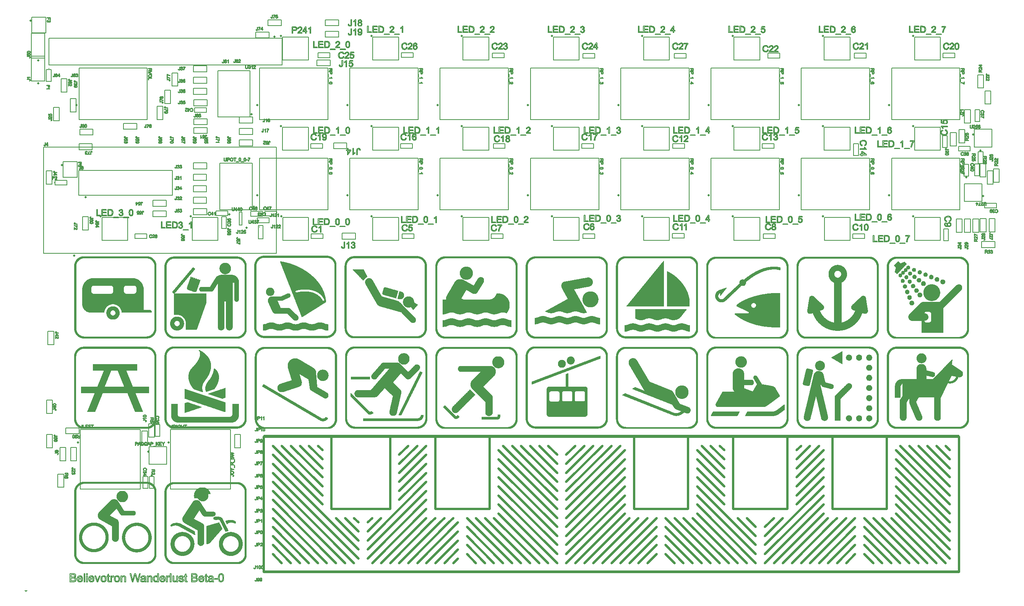
<source format=gto>
%FSLAX33Y33*%
%MOMM*%
%ADD10C,0.508*%
%ADD11C,0.0508*%
%ADD12C,0.15*%
%ADD13C,0.2032*%
%ADD14C,0.5*%
%ADD15C,0.5*%
%ADD16C,0.3*%
%ADD17C,0.5*%
%ADD18C,0.5*%
%ADD19C,0.3*%
%ADD20C,0.2*%
%ADD21C,0.1524*%
D10*
%LNpath-0*%
G01*
X55000Y32000D02*
X66000Y21000D01*
X55000Y32000*
%LNpath-1*%
X154000Y6000D02*
X144000Y16000D01*
X154000Y6000*
%LNpath-2*%
X53000Y34000D02*
X53000Y4000D01*
X207000Y4000*
X207000Y34000*
X53000Y34000*
X53000Y34000*
%LNpath-3*%
X102000Y6000D02*
X98000Y10000D01*
X102000Y6000*
%LNpath-4*%
X120000Y28000D02*
X124000Y32000D01*
X120000Y28000*
%LNpath-5*%
X155000Y19000D02*
X149000Y25000D01*
X155000Y19000*
%LNpath-6*%
X186000Y8000D02*
X188000Y6000D01*
X186000Y8000*
%LNpath-7*%
X192000Y16000D02*
X202000Y6000D01*
X192000Y16000*
%LNpath-8*%
X176000Y6000D02*
X184000Y14000D01*
X176000Y6000*
%LNpath-9*%
X118000Y18000D02*
X105000Y31000D01*
X118000Y18000*
%LNpath-10*%
X174000Y32000D02*
X171000Y29000D01*
X174000Y32000*
%LNpath-11*%
X73000Y10000D02*
X74000Y9000D01*
X73000Y10000*
%LNpath-12*%
X156000Y6000D02*
X146000Y16000D01*
X156000Y6000*
%LNpath-13*%
X120000Y26000D02*
X126000Y32000D01*
X120000Y26000*
%LNpath-14*%
X170000Y6000D02*
X179000Y15000D01*
X170000Y6000*
%LNpath-15*%
X118000Y12000D02*
X105000Y25000D01*
X118000Y12000*
%LNpath-16*%
X155000Y27000D02*
X150000Y32000D01*
X155000Y27000*
%LNpath-17*%
X164000Y6000D02*
X177000Y19000D01*
X164000Y6000*
%LNpath-18*%
X193000Y17000D02*
X204000Y6000D01*
X193000Y17000*
%LNpath-19*%
X94000Y15000D02*
X95000Y16000D01*
X94000Y15000*
%LNpath-20*%
X164000Y12000D02*
X168000Y16000D01*
X164000Y12000*
%LNpath-21*%
X71000Y6000D02*
X55000Y22000D01*
X71000Y6000*
%LNpath-22*%
X73000Y8000D02*
X74000Y7000D01*
X73000Y8000*
%LNpath-23*%
X120000Y6000D02*
X133000Y19000D01*
X120000Y6000*
%LNpath-24*%
X118000Y10000D02*
X105000Y23000D01*
X118000Y10000*
%LNpath-25*%
X205000Y15000D02*
X193000Y27000D01*
X205000Y15000*
%LNpath-26*%
X63000Y6000D02*
X55000Y14000D01*
X63000Y6000*
%LNpath-27*%
X106000Y6000D02*
X98000Y14000D01*
X106000Y6000*
%LNpath-28*%
X83000Y6000D02*
X92000Y15000D01*
X83000Y6000*
%LNpath-29*%
X120000Y14000D02*
X133000Y27000D01*
X120000Y14000*
%LNpath-30*%
X120000Y18000D02*
X133000Y31000D01*
X120000Y18000*
%LNpath-31*%
X132000Y6000D02*
X140000Y14000D01*
X132000Y6000*
%LNpath-32*%
X120000Y16000D02*
X133000Y29000D01*
X120000Y16000*
%LNpath-33*%
X179000Y34000D02*
X179000Y18000D01*
X191000Y18000*
X191000Y34000*
X179000Y34000*
X179000Y34000*
%LNpath-34*%
X128000Y6000D02*
X138000Y16000D01*
X128000Y6000*
%LNpath-35*%
X77000Y6000D02*
X89000Y18000D01*
X77000Y6000*
%LNpath-36*%
X205000Y19000D02*
X193000Y31000D01*
X205000Y19000*
%LNpath-37*%
X74000Y13000D02*
X71000Y16000D01*
X74000Y13000*
%LNpath-38*%
X77000Y12000D02*
X76000Y11000D01*
X77000Y12000*
%LNpath-39*%
X198000Y32000D02*
X205000Y25000D01*
X198000Y32000*
%LNpath-40*%
X77000Y14000D02*
X76000Y13000D01*
X77000Y14000*
%LNpath-41*%
X155000Y23000D02*
X149000Y29000D01*
X155000Y23000*
%LNpath-42*%
X118000Y20000D02*
X106000Y32000D01*
X118000Y20000*
%LNpath-43*%
X77000Y10000D02*
X89000Y22000D01*
X77000Y10000*
%LNpath-44*%
X193000Y29000D02*
X205000Y17000D01*
X193000Y29000*
%LNpath-45*%
X177000Y25000D02*
X171000Y19000D01*
X177000Y25000*
%LNpath-46*%
X73000Y12000D02*
X69000Y16000D01*
X73000Y12000*
%LNpath-47*%
X120000Y22000D02*
X130000Y32000D01*
X120000Y22000*
%LNpath-48*%
X68000Y34000D02*
X68000Y18000D01*
X81000Y18000*
X81000Y34000*
X68000Y34000*
X68000Y34000*
%LNpath-49*%
X205000Y9000D02*
X193000Y21000D01*
X205000Y9000*
%LNpath-50*%
X116000Y6000D02*
X105000Y17000D01*
X116000Y6000*
%LNpath-51*%
X162000Y12000D02*
X158000Y16000D01*
X162000Y12000*
%LNpath-52*%
X130000Y6000D02*
X140000Y16000D01*
X130000Y6000*
%LNpath-53*%
X162000Y8000D02*
X149000Y21000D01*
X162000Y8000*
%LNpath-54*%
X63000Y32000D02*
X66000Y29000D01*
X63000Y32000*
%LNpath-55*%
X157000Y34000D02*
X157000Y18000D01*
X169000Y18000*
X169000Y34000*
X157000Y34000*
X157000Y34000*
%LNpath-56*%
X110000Y6000D02*
X100000Y16000D01*
X110000Y6000*
%LNpath-57*%
X118000Y28000D02*
X114000Y32000D01*
X118000Y28000*
%LNpath-58*%
X77000Y12000D02*
X89000Y24000D01*
X77000Y12000*
%LNpath-59*%
X77000Y8000D02*
X89000Y20000D01*
X77000Y8000*
%LNpath-60*%
X186000Y16000D02*
X196000Y6000D01*
X186000Y16000*
%LNpath-61*%
X89000Y6000D02*
X96000Y13000D01*
X89000Y6000*
%LNpath-62*%
X77000Y14000D02*
X79000Y16000D01*
X77000Y14000*
%LNpath-63*%
X118000Y24000D02*
X110000Y32000D01*
X118000Y24000*
%LNpath-64*%
X65000Y6000D02*
X55000Y16000D01*
X65000Y6000*
%LNpath-65*%
X83000Y28000D02*
X87000Y32000D01*
X83000Y28000*
%LNpath-66*%
X155000Y29000D02*
X152000Y32000D01*
X155000Y29000*
%LNpath-67*%
X85000Y6000D02*
X94000Y15000D01*
X85000Y6000*
%LNpath-68*%
X120000Y20000D02*
X132000Y32000D01*
X120000Y20000*
%LNpath-69*%
X120000Y12000D02*
X133000Y25000D01*
X120000Y12000*
%LNpath-70*%
X66000Y19000D02*
X55000Y30000D01*
X66000Y19000*
%LNpath-71*%
X162000Y10000D02*
X149000Y23000D01*
X162000Y10000*
%LNpath-72*%
X126000Y6000D02*
X135000Y15000D01*
X136000Y16000*
X126000Y6000*
%LNpath-73*%
X184000Y10000D02*
X180000Y6000D01*
X184000Y10000*
%LNpath-74*%
X144000Y6000D02*
X142000Y8000D01*
X144000Y6000*
%LNpath-75*%
X92000Y15000D02*
X93000Y16000D01*
X92000Y15000*
%LNpath-76*%
X59000Y32000D02*
X66000Y25000D01*
X59000Y32000*
%LNpath-77*%
X184000Y8000D02*
X182000Y6000D01*
X184000Y8000*
%LNpath-78*%
X73000Y14000D02*
X74000Y13000D01*
X73000Y14000*
%LNpath-79*%
X118000Y26000D02*
X112000Y32000D01*
X118000Y26000*
%LNpath-80*%
X66000Y31000D02*
X65000Y32000D01*
X66000Y31000*
%LNpath-81*%
X57000Y6000D02*
X55000Y8000D01*
X57000Y6000*
%LNpath-82*%
X138000Y6000D02*
X140000Y8000D01*
X138000Y6000*
%LNpath-83*%
X164000Y14000D02*
X166000Y16000D01*
X164000Y14000*
%LNpath-84*%
X83000Y26000D02*
X89000Y32000D01*
X83000Y26000*
%LNpath-85*%
X186000Y10000D02*
X190000Y6000D01*
X186000Y10000*
%LNpath-86*%
X91000Y6000D02*
X96000Y11000D01*
X91000Y6000*
%LNpath-87*%
X76000Y15000D02*
X77000Y16000D01*
X76000Y15000*
%LNpath-88*%
X118000Y22000D02*
X108000Y32000D01*
X118000Y22000*
%LNpath-89*%
X91000Y34000D02*
X91000Y18000D01*
X103000Y18000*
X103000Y34000*
X91000Y34000*
X91000Y34000*
%LNpath-90*%
X150000Y6000D02*
X142000Y14000D01*
X150000Y6000*
%LNpath-91*%
X194000Y32000D02*
X205000Y21000D01*
X194000Y32000*
%LNpath-92*%
X59000Y6000D02*
X55000Y10000D01*
X59000Y6000*
%LNpath-93*%
X177000Y27000D02*
X171000Y21000D01*
X177000Y27000*
%LNpath-94*%
X188000Y16000D02*
X198000Y6000D01*
X188000Y16000*
%LNpath-95*%
X193000Y25000D02*
X205000Y13000D01*
X193000Y25000*
%LNpath-96*%
X124000Y6000D02*
X134000Y16000D01*
X124000Y6000*
%LNpath-97*%
X177000Y29000D02*
X171000Y23000D01*
X177000Y29000*
%LNpath-98*%
X168000Y6000D02*
X178000Y16000D01*
X168000Y6000*
%LNpath-99*%
X160000Y16000D02*
X162000Y14000D01*
X160000Y16000*
%LNpath-100*%
X73000Y16000D02*
X74000Y15000D01*
X73000Y16000*
%LNpath-101*%
X177000Y31000D02*
X171000Y25000D01*
X177000Y31000*
%LNpath-102*%
X158000Y6000D02*
X148000Y16000D01*
X158000Y6000*
%LNpath-103*%
X160000Y6000D02*
X149000Y17000D01*
X160000Y6000*
%LNpath-104*%
X118000Y30000D02*
X116000Y32000D01*
X118000Y30000*
%LNpath-105*%
X118000Y8000D02*
X105000Y21000D01*
X118000Y8000*
%LNpath-106*%
X81000Y6000D02*
X90000Y15000D01*
X81000Y6000*
%LNpath-107*%
X120000Y8000D02*
X133000Y21000D01*
X120000Y8000*
%LNpath-108*%
X73000Y8000D02*
X55000Y26000D01*
X73000Y8000*
%LNpath-109*%
X164000Y10000D02*
X177000Y23000D01*
X164000Y10000*
%LNpath-110*%
X202000Y32000D02*
X205000Y29000D01*
X202000Y32000*
%LNpath-111*%
X87000Y6000D02*
X96000Y15000D01*
X87000Y6000*
%LNpath-112*%
X61000Y32000D02*
X66000Y27000D01*
X61000Y32000*
%LNpath-113*%
X166000Y6000D02*
X177000Y17000D01*
X166000Y6000*
%LNpath-114*%
X93000Y6000D02*
X96000Y9000D01*
X93000Y6000*
%LNpath-115*%
X83000Y20000D02*
X89000Y26000D01*
X83000Y20000*
%LNpath-116*%
X95000Y6000D02*
X96000Y7000D01*
X95000Y6000*
%LNpath-117*%
X152000Y6000D02*
X142000Y16000D01*
X152000Y6000*
%LNpath-118*%
X77000Y8000D02*
X76000Y7000D01*
X77000Y8000*
%LNpath-119*%
X100000Y6000D02*
X98000Y8000D01*
X100000Y6000*
%LNpath-120*%
X186000Y12000D02*
X192000Y6000D01*
X186000Y12000*
%LNpath-121*%
X90000Y15000D02*
X91000Y16000D01*
X90000Y15000*
%LNpath-122*%
X83000Y22000D02*
X89000Y28000D01*
X83000Y22000*
%LNpath-123*%
X61000Y6000D02*
X55000Y12000D01*
X61000Y6000*
%LNpath-124*%
X79000Y6000D02*
X89000Y16000D01*
X79000Y6000*
%LNpath-125*%
X204000Y32000D02*
X205000Y31000D01*
X204000Y32000*
%LNpath-126*%
X162000Y6000D02*
X149000Y19000D01*
X162000Y6000*
%LNpath-127*%
X193000Y23000D02*
X205000Y11000D01*
X193000Y23000*
%LNpath-128*%
X67000Y6000D02*
X55000Y18000D01*
X67000Y6000*
%LNpath-129*%
X179000Y15000D02*
X180000Y16000D01*
X179000Y15000*
%LNpath-130*%
X155000Y31000D02*
X154000Y32000D01*
X155000Y31000*
%LNpath-131*%
X135000Y34000D02*
X135000Y18000D01*
X147000Y18000*
X147000Y34000*
X135000Y34000*
X135000Y34000*
%LNpath-132*%
X69000Y6000D02*
X55000Y20000D01*
X69000Y6000*
%LNpath-133*%
X146000Y6000D02*
X142000Y10000D01*
X146000Y6000*
%LNpath-134*%
X120000Y30000D02*
X122000Y32000D01*
X120000Y30000*
%LNpath-135*%
X112000Y6000D02*
X102000Y16000D01*
X112000Y6000*
%LNpath-136*%
X105000Y27000D02*
X118000Y14000D01*
X105000Y27000*
%LNpath-137*%
X178000Y6000D02*
X184000Y12000D01*
X178000Y6000*
%LNpath-138*%
X57000Y32000D02*
X66000Y23000D01*
X57000Y32000*
%LNpath-139*%
X118000Y6000D02*
X105000Y19000D01*
X118000Y6000*
%LNpath-140*%
X120000Y10000D02*
X133000Y23000D01*
X120000Y10000*
%LNpath-141*%
X190000Y16000D02*
X200000Y6000D01*
X190000Y16000*
%LNpath-142*%
X164000Y8000D02*
X177000Y21000D01*
X164000Y8000*
%LNpath-143*%
X83000Y24000D02*
X89000Y30000D01*
X83000Y24000*
%LNpath-144*%
X108000Y6000D02*
X98000Y16000D01*
X108000Y6000*
%LNpath-146*%
X193000Y19000D02*
X205000Y7000D01*
X193000Y19000*
%LNpath-147*%
X77000Y10000D02*
X76000Y9000D01*
X77000Y10000*
%LNpath-148*%
X120000Y24000D02*
X128000Y32000D01*
X120000Y24000*
%LNpath-149*%
X83000Y30000D02*
X85000Y32000D01*
X83000Y30000*
%LNpath-150*%
X122000Y6000D02*
X133000Y17000D01*
X122000Y6000*
%LNpath-151*%
X104000Y6000D02*
X98000Y12000D01*
X104000Y6000*
%LNpath-152*%
X200000Y32000D02*
X205000Y27000D01*
X200000Y32000*
%LNpath-153*%
X172000Y32000D02*
X171000Y31000D01*
X172000Y32000*
%LNpath-154*%
X118000Y16000D02*
X105000Y29000D01*
X118000Y16000*
%LNpath-155*%
X148000Y6000D02*
X142000Y12000D01*
X148000Y6000*
%LNpath-156*%
X176000Y32000D02*
X171000Y27000D01*
X176000Y32000*
%LNpath-157*%
X134000Y6000D02*
X140000Y12000D01*
X134000Y6000*
%LNpath-158*%
X73000Y10000D02*
X55000Y28000D01*
X73000Y10000*
%LNpath-159*%
X73000Y12000D02*
X74000Y11000D01*
X73000Y12000*
%LNpath-160*%
X186000Y14000D02*
X194000Y6000D01*
X186000Y14000*
%LNpath-161*%
X155000Y21000D02*
X149000Y27000D01*
X155000Y21000*
%LNpath-162*%
X174000Y6000D02*
X184000Y16000D01*
X174000Y6000*
%LNpath-163*%
X205000Y23000D02*
X196000Y32000D01*
X205000Y23000*
%LNpath-164*%
X114000Y6000D02*
X104000Y16000D01*
X114000Y6000*
%LNpath-165*%
X172000Y6000D02*
X182000Y16000D01*
X172000Y6000*
%LNpath-166*%
X155000Y25000D02*
X149000Y31000D01*
X155000Y25000*
%LNpath-167*%
X136000Y6000D02*
X140000Y10000D01*
X136000Y6000*
%LNpath-168*%
X73000Y6000D02*
X55000Y24000D01*
X73000Y6000*
%LNtop silkscreen_traces*%
D11*
X147610Y35890D02*
X147610Y35890D01*
X147610Y35890*
X147670Y35890*
X147670Y35910*
X147670Y35910*
X147730Y35910*
X147730Y35930*
X147730Y35930*
X147790Y35930*
X147790Y35950*
X147790Y35950*
X147830Y35950*
X147830Y35970*
X147830Y35970*
X147890Y35970*
X147890Y35990*
X147890Y35990*
X147930Y35990*
X147930Y36010*
X147930Y36010*
X147970Y36010*
X147970Y36030*
X147970Y36030*
X148010Y36030*
X148010Y36050*
X148010Y36050*
X148050Y36050*
X148050Y36070*
X148050Y36070*
X148070Y36070*
X148070Y36090*
X148070Y36090*
X148110Y36090*
X148110Y36110*
X148110Y36110*
X148150Y36110*
X148150Y36130*
X148150Y36130*
X148170Y36130*
X148170Y36150*
X148170Y36150*
X148210Y36150*
X148210Y36170*
X148210Y36170*
X148230Y36170*
X148230Y36190*
X148230Y36190*
X148270Y36190*
X148270Y36210*
X148270Y36210*
X148290Y36210*
X148290Y36230*
X148290Y36230*
X148310Y36230*
X148310Y36250*
X148310Y36250*
X148350Y36250*
X148350Y36270*
X148350Y36270*
X148370Y36270*
X148370Y36290*
X148370Y36290*
X148390Y36290*
X148390Y36310*
X148390Y36310*
X148410Y36310*
X148410Y36330*
X148410Y36330*
X148430Y36330*
X148430Y36350*
X148430Y36350*
X148450Y36350*
X148450Y36370*
X148450Y36370*
X148470Y36370*
X148470Y36390*
X148470Y36390*
X148510Y36390*
X148510Y36410*
X148510Y36410*
X148530Y36410*
X148530Y36430*
X148530Y36430*
X148550Y36430*
X148550Y36450*
X148550Y36450*
X148570Y36450*
X148570Y36490*
X148570Y36490*
X148590Y36490*
X148590Y36510*
X148590Y36510*
X148610Y36510*
X148610Y36530*
X148610Y36530*
X148630Y36530*
X148630Y36550*
X148630Y36550*
X148650Y36550*
X148650Y36570*
X148650Y36570*
X148670Y36570*
X148670Y36590*
X148670Y36590*
X148690Y36590*
X148690Y36630*
X148690Y36630*
X148710Y36630*
X148710Y36650*
X148710Y36650*
X148730Y36650*
X148730Y36670*
X148730Y36670*
X148750Y36670*
X148750Y36710*
X148750Y36710*
X148770Y36710*
X148770Y36730*
X148770Y36730*
X148790Y36730*
X148790Y36750*
X148790Y36750*
X148810Y36750*
X148810Y36790*
X148810Y36790*
X148830Y36790*
X148830Y36830*
X148830Y36830*
X148850Y36830*
X148850Y36850*
X148850Y36850*
X148870Y36850*
X148870Y36890*
X148870Y36890*
X148890Y36890*
X148890Y36930*
X148890Y36930*
X148910Y36930*
X148910Y36970*
X148910Y36970*
X148930Y36970*
X148930Y37010*
X148930Y37010*
X148950Y37010*
X148950Y37050*
X148950Y37050*
X148970Y37050*
X148970Y37090*
X148970Y37090*
X148990Y37090*
X148990Y37130*
X148990Y37130*
X149010Y37130*
X149010Y37190*
X149010Y37190*
X149030Y37190*
X149030Y37250*
X149030Y37250*
X149050Y37250*
X149050Y37290*
X149050Y37290*
X149070Y37290*
X149070Y37370*
X149070Y37370*
X149090Y37370*
X149090Y37450*
X149090Y37450*
X149110Y37450*
X149110Y37530*
X149110Y37530*
X149130Y37530*
X149130Y52200*
X149110Y52200*
X149110Y52200*
X149110Y52300*
X149090Y52300*
X149090Y52300*
X149090Y52360*
X149070Y52360*
X149070Y52360*
X149070Y52440*
X149050Y52440*
X149050Y52440*
X149050Y52500*
X149030Y52500*
X149030Y52500*
X149030Y52540*
X149010Y52540*
X149010Y52540*
X149010Y52600*
X148990Y52600*
X148990Y52600*
X148990Y52640*
X148970Y52640*
X148970Y52640*
X148970Y52700*
X148950Y52700*
X148950Y52700*
X148950Y52740*
X148930Y52740*
X148930Y52740*
X148930Y52780*
X148910Y52780*
X148910Y52780*
X148910Y52820*
X148890Y52820*
X148890Y52820*
X148890Y52840*
X148870Y52840*
X148870Y52840*
X148870Y52880*
X148850Y52880*
X148850Y52880*
X148850Y52920*
X148830Y52920*
X148830Y52920*
X148830Y52940*
X148810Y52940*
X148810Y52940*
X148810Y52980*
X148790Y52980*
X148790Y52980*
X148790Y53000*
X148770Y53000*
X148770Y53000*
X148770Y53040*
X148750Y53040*
X148750Y53040*
X148750Y53060*
X148730Y53060*
X148730Y53060*
X148730Y53080*
X148710Y53080*
X148710Y53080*
X148710Y53120*
X148690Y53120*
X148690Y53120*
X148690Y53140*
X148670Y53140*
X148670Y53140*
X148670Y53160*
X148650Y53160*
X148650Y53160*
X148650Y53180*
X148630Y53180*
X148630Y53180*
X148630Y53220*
X148610Y53220*
X148610Y53220*
X148610Y53240*
X148590Y53240*
X148590Y53240*
X148590Y53260*
X148570Y53260*
X148570Y53260*
X148570Y53280*
X148550Y53280*
X148550Y53280*
X148550Y53300*
X148530Y53300*
X148530Y53300*
X148530Y53320*
X148510Y53320*
X148510Y53320*
X148510Y53340*
X148490Y53340*
X148490Y53340*
X148490Y53360*
X148470Y53360*
X148470Y53360*
X148470Y53380*
X148450Y53380*
X148450Y53380*
X148450Y53400*
X148410Y53400*
X148410Y53400*
X148410Y53420*
X148390Y53420*
X148390Y53420*
X148390Y53440*
X148370Y53440*
X148370Y53440*
X148370Y53460*
X148350Y53460*
X148350Y53460*
X148350Y53480*
X148330Y53480*
X148330Y53480*
X148330Y53500*
X148290Y53500*
X148290Y53500*
X148290Y53520*
X148270Y53520*
X148270Y53520*
X148270Y53540*
X148250Y53540*
X148250Y53540*
X148250Y53560*
X148210Y53560*
X148210Y53560*
X148210Y53580*
X148190Y53580*
X148190Y53580*
X148190Y53600*
X148150Y53600*
X148150Y53600*
X148150Y53620*
X148110Y53620*
X148110Y53620*
X148110Y53640*
X148090Y53640*
X148090Y53640*
X148090Y53660*
X148050Y53660*
X148050Y53660*
X148050Y53680*
X148010Y53680*
X148010Y53680*
X148010Y53700*
X147970Y53700*
X147970Y53700*
X147970Y53720*
X147930Y53720*
X147930Y53720*
X147930Y53740*
X147890Y53740*
X147890Y53740*
X147890Y53760*
X147850Y53760*
X147850Y53760*
X147850Y53780*
X147790Y53780*
X147790Y53780*
X147790Y53800*
X147750Y53800*
X147750Y53800*
X147750Y53820*
X147690Y53820*
X147690Y53820*
X147690Y53840*
X147630Y53840*
X147630Y53840*
X147630Y53860*
X147570Y53860*
X147570Y53860*
X147570Y53880*
X147470Y53880*
X147470Y53880*
X147470Y53900*
X147390Y53900*
X147390Y53900*
X147390Y53920*
X147250Y53920*
X147250Y53920*
X147250Y53940*
X132920Y53940*
X132920Y53920*
X132920Y53920*
X132780Y53920*
X132780Y53900*
X132780Y53900*
X132700Y53900*
X132700Y53880*
X132700Y53880*
X132620Y53880*
X132620Y53860*
X132620Y53860*
X132540Y53860*
X132540Y53840*
X132540Y53840*
X132480Y53840*
X132480Y53820*
X132480Y53820*
X132420Y53820*
X132420Y53800*
X132420Y53800*
X132380Y53800*
X132380Y53780*
X132380Y53780*
X132320Y53780*
X132320Y53760*
X132320Y53760*
X132280Y53760*
X132280Y53740*
X132280Y53740*
X132240Y53740*
X132240Y53720*
X132240Y53720*
X132200Y53720*
X132200Y53700*
X132200Y53700*
X132160Y53700*
X132160Y53680*
X132160Y53680*
X132120Y53680*
X132120Y53660*
X132120Y53660*
X132080Y53660*
X132080Y53640*
X132080Y53640*
X132060Y53640*
X132060Y53620*
X132060Y53620*
X132020Y53620*
X132020Y53600*
X132020Y53600*
X131980Y53600*
X131980Y53580*
X131980Y53580*
X131960Y53580*
X131960Y53560*
X131960Y53560*
X131920Y53560*
X131920Y53540*
X131920Y53540*
X131900Y53540*
X131900Y53520*
X131900Y53520*
X131880Y53520*
X131880Y53500*
X131880Y53500*
X131840Y53500*
X131840Y53480*
X131840Y53480*
X131820Y53480*
X131820Y53460*
X131820Y53460*
X131800Y53460*
X131800Y53440*
X131800Y53440*
X131780Y53440*
X131780Y53420*
X131780Y53420*
X131760Y53420*
X131760Y53400*
X131760Y53400*
X131720Y53400*
X131720Y53380*
X131720Y53380*
X131700Y53380*
X131700Y53360*
X131700Y53360*
X131680Y53360*
X131680Y53340*
X131680Y53340*
X131660Y53340*
X131660Y53320*
X131660Y53320*
X131640Y53320*
X131640Y53300*
X131640Y53300*
X131620Y53300*
X131620Y53280*
X131620Y53280*
X131600Y53280*
X131600Y53260*
X131600Y53260*
X131580Y53260*
X131580Y53240*
X131580Y53240*
X131560Y53240*
X131560Y53200*
X131560Y53200*
X131540Y53200*
X131540Y53180*
X131540Y53180*
X131520Y53180*
X131520Y53160*
X131520Y53160*
X131500Y53160*
X131500Y53140*
X131500Y53140*
X131480Y53140*
X131480Y53120*
X131480Y53120*
X131460Y53120*
X131460Y53080*
X131460Y53080*
X131440Y53080*
X131440Y53060*
X131440Y53060*
X131420Y53060*
X131420Y53040*
X131420Y53040*
X131400Y53040*
X131400Y53000*
X131400Y53000*
X131380Y53000*
X131380Y52980*
X131380Y52980*
X131360Y52980*
X131360Y52940*
X131360Y52940*
X131340Y52940*
X131340Y52920*
X131340Y52920*
X131320Y52920*
X131320Y52880*
X131320Y52880*
X131300Y52880*
X131300Y52840*
X131300Y52840*
X131280Y52840*
X131280Y52800*
X131280Y52800*
X131260Y52800*
X131260Y52780*
X131260Y52780*
X131240Y52780*
X131240Y52740*
X131240Y52740*
X131220Y52740*
X131220Y52680*
X131220Y52680*
X131200Y52680*
X131200Y52640*
X131200Y52640*
X131180Y52640*
X131180Y52600*
X131180Y52600*
X131160Y52600*
X131160Y52540*
X131160Y52540*
X131140Y52540*
X131140Y52500*
X131140Y52500*
X131120Y52500*
X131120Y52440*
X131120Y52440*
X131100Y52440*
X131100Y52360*
X131100Y52360*
X131080Y52360*
X131080Y52280*
X131080Y52280*
X131060Y52280*
X131060Y52200*
X131060Y52200*
X131040Y52200*
X131040Y52080*
X131040Y52080*
X131020Y52080*
X131020Y51840*
X131020Y51840*
X131000Y51840*
X131000Y37890*
X131020Y37890*
X131020Y37890*
X131020Y37650*
X131040Y37650*
X131040Y37650*
X131040Y37530*
X131060Y37530*
X131060Y37530*
X131060Y37450*
X131080Y37450*
X131080Y37450*
X131080Y37370*
X131100Y37370*
X131100Y37370*
X131100Y37310*
X131120Y37310*
X131120Y37310*
X131120Y37250*
X131140Y37250*
X131140Y37250*
X131140Y37190*
X131160Y37190*
X131160Y37190*
X131160Y37130*
X131180Y37130*
X131180Y37130*
X131180Y37090*
X131200Y37090*
X131200Y37090*
X131200Y37050*
X131220Y37050*
X131220Y37050*
X131220Y37010*
X131240Y37010*
X131240Y37010*
X131240Y36970*
X131260Y36970*
X131260Y36970*
X131260Y36930*
X131280Y36930*
X131280Y36930*
X131280Y36890*
X131300Y36890*
X131300Y36890*
X131300Y36850*
X131320Y36850*
X131320Y36850*
X131320Y36830*
X131340Y36830*
X131340Y36830*
X131340Y36790*
X131360Y36790*
X131360Y36790*
X131360Y36770*
X131380Y36770*
X131380Y36770*
X131380Y36730*
X131400Y36730*
X131400Y36730*
X131400Y36710*
X131420Y36710*
X131420Y36710*
X131420Y36670*
X131440Y36670*
X131440Y36670*
X131440Y36650*
X131460Y36650*
X131460Y36650*
X131460Y36630*
X131480Y36630*
X131480Y36630*
X131480Y36590*
X131500Y36590*
X131500Y36590*
X131500Y36570*
X131520Y36570*
X131520Y36570*
X131520Y36550*
X131540Y36550*
X131540Y36550*
X131540Y36530*
X131560Y36530*
X131560Y36530*
X131560Y36510*
X131580Y36510*
X131580Y36510*
X131580Y36490*
X131600Y36490*
X131600Y36490*
X131600Y36470*
X131620Y36470*
X131620Y36470*
X131620Y36450*
X131640Y36450*
X131640Y36450*
X131640Y36430*
X131660Y36430*
X131660Y36430*
X131660Y36410*
X131680Y36410*
X131680Y36410*
X131680Y36390*
X131700Y36390*
X131700Y36390*
X131700Y36370*
X131720Y36370*
X131720Y36370*
X131720Y36350*
X131740Y36350*
X131740Y36350*
X131740Y36330*
X131760Y36330*
X131760Y36330*
X131760Y36310*
X131780Y36310*
X131780Y36310*
X131780Y36290*
X131800Y36290*
X131800Y36290*
X131800Y36270*
X131840Y36270*
X131840Y36270*
X131840Y36250*
X131860Y36250*
X131860Y36250*
X131860Y36230*
X131880Y36230*
X131880Y36230*
X131880Y36210*
X131900Y36210*
X131900Y36210*
X131900Y36190*
X131940Y36190*
X131940Y36190*
X131940Y36170*
X131960Y36170*
X131960Y36170*
X131960Y36150*
X132000Y36150*
X132000Y36150*
X132000Y36130*
X132020Y36130*
X132020Y36130*
X132020Y36110*
X132060Y36110*
X132060Y36110*
X132060Y36090*
X132100Y36090*
X132100Y36090*
X132100Y36070*
X132120Y36070*
X132120Y36070*
X132120Y36050*
X132160Y36050*
X132160Y36050*
X132160Y36030*
X132200Y36030*
X132200Y36030*
X132200Y36010*
X132240Y36010*
X132240Y36010*
X132240Y35990*
X132280Y35990*
X132280Y35990*
X132280Y35970*
X132340Y35970*
X132340Y35970*
X132340Y35950*
X132380Y35950*
X132380Y35950*
X132380Y35930*
X132440Y35930*
X132440Y35930*
X132440Y35910*
X132500Y35910*
X132500Y35910*
X132500Y35890*
X132560Y35890*
X132560Y35890*
X132560Y35870*
X147610Y35870*
X147610Y35890*
X147160Y53570D02*
X147160Y53550D01*
X147300Y53550*
X147300Y53530*
X147400Y53530*
X147400Y53510*
X147480Y53510*
X147480Y53490*
X147540Y53490*
X147540Y53470*
X147600Y53470*
X147600Y53450*
X147660Y53450*
X147660Y53430*
X147700Y53430*
X147700Y53410*
X147740Y53410*
X147740Y53390*
X147780Y53390*
X147780Y53370*
X147820Y53370*
X147820Y53350*
X147860Y53350*
X147860Y53330*
X147900Y53330*
X147900Y53310*
X147920Y53310*
X147920Y53290*
X147960Y53290*
X147960Y53270*
X147980Y53270*
X147980Y53250*
X148020Y53250*
X148020Y53230*
X148040Y53230*
X148040Y53210*
X148080Y53210*
X148080Y53190*
X148100Y53190*
X148100Y53170*
X148120Y53170*
X148120Y53150*
X148140Y53150*
X148140Y53130*
X148160Y53130*
X148160Y53110*
X148200Y53110*
X148200Y53090*
X148220Y53090*
X148220Y53070*
X148240Y53070*
X148240Y53050*
X148260Y53050*
X148260Y53030*
X148280Y53030*
X148280Y53010*
X148300Y53010*
X148300Y52990*
X148320Y52990*
X148320Y52950*
X148340Y52950*
X148340Y52930*
X148360Y52930*
X148360Y52910*
X148380Y52910*
X148380Y52890*
X148400Y52890*
X148400Y52870*
X148420Y52870*
X148420Y52830*
X148440Y52830*
X148440Y52810*
X148460Y52810*
X148460Y52770*
X148480Y52770*
X148480Y52750*
X148500Y52750*
X148500Y52710*
X148520Y52710*
X148520Y52690*
X148540Y52690*
X148540Y52650*
X148560Y52650*
X148560Y52610*
X148580Y52610*
X148580Y52570*
X148600Y52570*
X148600Y52530*
X148620Y52530*
X148620Y52490*
X148640Y52490*
X148640Y52450*
X148660Y52450*
X148660Y52390*
X148680Y52390*
X148680Y52330*
X148700Y52330*
X148700Y52270*
X148720Y52270*
X148720Y52190*
X148740Y52190*
X148740Y52110*
X148760Y52110*
X148760Y51970*
X148780Y51970*
X148780Y37760*
X148760Y37760*
X148760Y37620*
X148740Y37620*
X148740Y37540*
X148720Y37540*
X148720Y37460*
X148700Y37460*
X148700Y37400*
X148680Y37400*
X148680Y37340*
X148660Y37340*
X148660Y37300*
X148640Y37300*
X148640Y37240*
X148620Y37240*
X148620Y37200*
X148600Y37200*
X148600Y37160*
X148580Y37160*
X148580Y37120*
X148560Y37120*
X148560Y37080*
X148540Y37080*
X148540Y37040*
X148520Y37040*
X148520Y37020*
X148500Y37020*
X148500Y36980*
X148480Y36980*
X148480Y36960*
X148460Y36960*
X148460Y36920*
X148440Y36920*
X148440Y36900*
X148420Y36900*
X148420Y36880*
X148400Y36880*
X148400Y36840*
X148380Y36840*
X148380Y36820*
X148360Y36820*
X148360Y36800*
X148340Y36800*
X148340Y36780*
X148320Y36780*
X148320Y36760*
X148300Y36760*
X148300Y36740*
X148280Y36740*
X148280Y36720*
X148260Y36720*
X148260Y36700*
X148240Y36700*
X148240Y36680*
X148220Y36680*
X148220Y36660*
X148200Y36660*
X148200Y36640*
X148180Y36640*
X148180Y36620*
X148160Y36620*
X148160Y36600*
X148140Y36600*
X148140Y36580*
X148120Y36580*
X148120Y36560*
X148080Y36560*
X148080Y36540*
X148060Y36540*
X148060Y36520*
X148040Y36520*
X148040Y36500*
X148000Y36500*
X148000Y36480*
X147980Y36480*
X147980Y36460*
X147940Y36460*
X147940Y36440*
X147920Y36440*
X147920Y36420*
X147880Y36420*
X147880Y36400*
X147840Y36400*
X147840Y36380*
X147800Y36380*
X147800Y36360*
X147760Y36360*
X147760Y36340*
X147720Y36340*
X147720Y36320*
X147680Y36320*
X147680Y36300*
X147640Y36300*
X147640Y36280*
X147580Y36280*
X147580Y36260*
X147520Y36260*
X147520Y36240*
X147440Y36240*
X147440Y36220*
X147360Y36220*
X147360Y36200*
X147260Y36200*
X147260Y36180*
X147020Y36180*
X147020Y36160*
X133150Y36160*
X133150Y36180*
X132910Y36180*
X132910Y36200*
X132810Y36200*
X132810Y36220*
X132730Y36220*
X132730Y36240*
X132650Y36240*
X132650Y36260*
X132590Y36260*
X132590Y36280*
X132530Y36280*
X132530Y36300*
X132490Y36300*
X132490Y36320*
X132450Y36320*
X132450Y36340*
X132410Y36340*
X132410Y36360*
X132370Y36360*
X132370Y36380*
X132330Y36380*
X132330Y36400*
X132290Y36400*
X132290Y36420*
X132250Y36420*
X132250Y36440*
X132230Y36440*
X132230Y36460*
X132190Y36460*
X132190Y36480*
X132170Y36480*
X132170Y36500*
X132130Y36500*
X132130Y36520*
X132110Y36520*
X132110Y36540*
X132090Y36540*
X132090Y36560*
X132050Y36560*
X132050Y36580*
X132030Y36580*
X132030Y36600*
X132010Y36600*
X132010Y36620*
X131990Y36620*
X131990Y36640*
X131970Y36640*
X131970Y36660*
X131950Y36660*
X131950Y36680*
X131930Y36680*
X131930Y36700*
X131910Y36700*
X131910Y36720*
X131890Y36720*
X131890Y36740*
X131870Y36740*
X131870Y36760*
X131850Y36760*
X131850Y36780*
X131830Y36780*
X131830Y36800*
X131810Y36800*
X131810Y36820*
X131790Y36820*
X131790Y36840*
X131770Y36840*
X131770Y36880*
X131750Y36880*
X131750Y36900*
X131730Y36900*
X131730Y36920*
X131710Y36920*
X131710Y36960*
X131690Y36960*
X131690Y36980*
X131670Y36980*
X131670Y37020*
X131650Y37020*
X131650Y37060*
X131630Y37060*
X131630Y37080*
X131610Y37080*
X131610Y37120*
X131590Y37120*
X131590Y37160*
X131570Y37160*
X131570Y37200*
X131550Y37200*
X131550Y37240*
X131530Y37240*
X131530Y37300*
X131510Y37300*
X131510Y37340*
X131490Y37340*
X131490Y37400*
X131470Y37400*
X131470Y37460*
X131450Y37460*
X131450Y37540*
X131430Y37540*
X131430Y37620*
X131410Y37620*
X131410Y37760*
X131390Y37760*
X131390Y51970*
X131410Y51970*
X131410Y52110*
X131430Y52110*
X131430Y52190*
X131450Y52190*
X131450Y52270*
X131470Y52270*
X131470Y52330*
X131490Y52330*
X131490Y52390*
X131510Y52390*
X131510Y52450*
X131530Y52450*
X131530Y52490*
X131550Y52490*
X131550Y52530*
X131570Y52530*
X131570Y52570*
X131590Y52570*
X131590Y52610*
X131610Y52610*
X131610Y52650*
X131630Y52650*
X131630Y52690*
X131650Y52690*
X131650Y52710*
X131670Y52710*
X131670Y52750*
X131690Y52750*
X131690Y52770*
X131710Y52770*
X131710Y52810*
X131730Y52810*
X131730Y52830*
X131750Y52830*
X131750Y52870*
X131770Y52870*
X131770Y52890*
X131790Y52890*
X131790Y52910*
X131810Y52910*
X131810Y52930*
X131830Y52930*
X131830Y52950*
X131850Y52950*
X131850Y52990*
X131870Y52990*
X131870Y53010*
X131890Y53010*
X131890Y53030*
X131910Y53030*
X131910Y53050*
X131930Y53050*
X131930Y53070*
X131950Y53070*
X131950Y53090*
X131970Y53090*
X131970Y53110*
X132010Y53110*
X132010Y53130*
X132030Y53130*
X132030Y53150*
X132050Y53150*
X132050Y53170*
X132070Y53170*
X132070Y53190*
X132090Y53190*
X132090Y53210*
X132130Y53210*
X132130Y53230*
X132150Y53230*
X132150Y53250*
X132190Y53250*
X132190Y53270*
X132210Y53270*
X132210Y53290*
X132250Y53290*
X132250Y53310*
X132270Y53310*
X132270Y53330*
X132310Y53330*
X132310Y53350*
X132350Y53350*
X132350Y53370*
X132390Y53370*
X132390Y53390*
X132430Y53390*
X132430Y53410*
X132470Y53410*
X132470Y53430*
X132530Y53430*
X132530Y53450*
X132570Y53450*
X132570Y53470*
X132630Y53470*
X132630Y53490*
X132690Y53490*
X132690Y53510*
X132770Y53510*
X132770Y53530*
X132870Y53530*
X132870Y53550*
X133010Y53550*
X133010Y53570*
X147160Y53570*
X132440Y35920D02*
X147730Y35920D01*
X132340Y35969D02*
X147830Y35969D01*
X132200Y36019D02*
X147970Y36019D01*
X132120Y36068D02*
X148050Y36068D01*
X132020Y36118D02*
X148150Y36118D01*
X131960Y36167D02*
X133150Y36167D01*
X147020Y36167D02*
X148210Y36167D01*
X131880Y36217D02*
X132810Y36217D01*
X147360Y36217D02*
X148290Y36217D01*
X131840Y36266D02*
X132590Y36266D01*
X147580Y36266D02*
X148350Y36266D01*
X131760Y36316D02*
X132490Y36316D01*
X147680Y36316D02*
X148410Y36316D01*
X131720Y36365D02*
X132370Y36365D01*
X147800Y36365D02*
X148450Y36365D01*
X131660Y36415D02*
X132290Y36415D01*
X147880Y36415D02*
X148530Y36415D01*
X131620Y36464D02*
X132190Y36464D01*
X147980Y36464D02*
X148570Y36464D01*
X131560Y36514D02*
X132130Y36514D01*
X148040Y36514D02*
X148610Y36514D01*
X131520Y36563D02*
X132050Y36563D01*
X148120Y36563D02*
X148650Y36563D01*
X131480Y36613D02*
X132010Y36613D01*
X148160Y36613D02*
X148690Y36613D01*
X131440Y36662D02*
X131950Y36662D01*
X148220Y36662D02*
X148730Y36662D01*
X131400Y36712D02*
X131910Y36712D01*
X148260Y36712D02*
X148770Y36712D01*
X131380Y36762D02*
X131850Y36762D01*
X148320Y36762D02*
X148810Y36762D01*
X131340Y36811D02*
X131810Y36811D01*
X148360Y36811D02*
X148830Y36811D01*
X131300Y36861D02*
X131770Y36861D01*
X148400Y36861D02*
X148870Y36861D01*
X131280Y36910D02*
X131730Y36910D01*
X148440Y36910D02*
X148890Y36910D01*
X131260Y36960D02*
X131710Y36960D01*
X148460Y36960D02*
X148910Y36960D01*
X131240Y37009D02*
X131670Y37009D01*
X148500Y37009D02*
X148930Y37009D01*
X131200Y37059D02*
X131650Y37059D01*
X148540Y37059D02*
X148970Y37059D01*
X131180Y37108D02*
X131610Y37108D01*
X148560Y37108D02*
X148990Y37108D01*
X131160Y37158D02*
X131590Y37158D01*
X148580Y37158D02*
X149010Y37158D01*
X131140Y37207D02*
X131550Y37207D01*
X148620Y37207D02*
X149030Y37207D01*
X131120Y37257D02*
X131530Y37257D01*
X148640Y37257D02*
X149050Y37257D01*
X131120Y37306D02*
X131510Y37306D01*
X148660Y37306D02*
X149070Y37306D01*
X131100Y37356D02*
X131490Y37356D01*
X148680Y37356D02*
X149070Y37356D01*
X131080Y37405D02*
X131470Y37405D01*
X148700Y37405D02*
X149090Y37405D01*
X131060Y37455D02*
X131470Y37455D01*
X148700Y37455D02*
X149110Y37455D01*
X131060Y37504D02*
X131450Y37504D01*
X148720Y37504D02*
X149110Y37504D01*
X131040Y37554D02*
X131430Y37554D01*
X148740Y37554D02*
X149130Y37554D01*
X131040Y37604D02*
X131430Y37604D01*
X148740Y37604D02*
X149130Y37604D01*
X131020Y37653D02*
X131410Y37653D01*
X148760Y37653D02*
X149130Y37653D01*
X131020Y37703D02*
X131410Y37703D01*
X148760Y37703D02*
X149130Y37703D01*
X131020Y37752D02*
X131410Y37752D01*
X148760Y37752D02*
X149130Y37752D01*
X131020Y37802D02*
X131390Y37802D01*
X148780Y37802D02*
X149130Y37802D01*
X131020Y37851D02*
X131390Y37851D01*
X148780Y37851D02*
X149130Y37851D01*
X131000Y37901D02*
X131390Y37901D01*
X148780Y37901D02*
X149130Y37901D01*
X131000Y37950D02*
X131390Y37950D01*
X148780Y37950D02*
X149130Y37950D01*
X131000Y38000D02*
X131390Y38000D01*
X148780Y38000D02*
X149130Y38000D01*
X131000Y38049D02*
X131390Y38049D01*
X148780Y38049D02*
X149130Y38049D01*
X131000Y38099D02*
X131390Y38099D01*
X148780Y38099D02*
X149130Y38099D01*
X131000Y38148D02*
X131390Y38148D01*
X148780Y38148D02*
X149130Y38148D01*
X131000Y38198D02*
X131390Y38198D01*
X148780Y38198D02*
X149130Y38198D01*
X131000Y38247D02*
X131390Y38247D01*
X148780Y38247D02*
X149130Y38247D01*
X131000Y38297D02*
X131390Y38297D01*
X148780Y38297D02*
X149130Y38297D01*
X131000Y38346D02*
X131390Y38346D01*
X148780Y38346D02*
X149130Y38346D01*
X131000Y38396D02*
X131390Y38396D01*
X148780Y38396D02*
X149130Y38396D01*
X131000Y38446D02*
X131390Y38446D01*
X148780Y38446D02*
X149130Y38446D01*
X131000Y38495D02*
X131390Y38495D01*
X148780Y38495D02*
X149130Y38495D01*
X131000Y38545D02*
X131390Y38545D01*
X148780Y38545D02*
X149130Y38545D01*
X131000Y38594D02*
X131390Y38594D01*
X148780Y38594D02*
X149130Y38594D01*
X131000Y38644D02*
X131390Y38644D01*
X148780Y38644D02*
X149130Y38644D01*
X131000Y38693D02*
X131390Y38693D01*
X148780Y38693D02*
X149130Y38693D01*
X131000Y38743D02*
X131390Y38743D01*
X148780Y38743D02*
X149130Y38743D01*
X131000Y38792D02*
X131390Y38792D01*
X148780Y38792D02*
X149130Y38792D01*
X131000Y38842D02*
X131390Y38842D01*
X148780Y38842D02*
X149130Y38842D01*
X131000Y38891D02*
X131390Y38891D01*
X148780Y38891D02*
X149130Y38891D01*
X131000Y38941D02*
X131390Y38941D01*
X148780Y38941D02*
X149130Y38941D01*
X131000Y38990D02*
X131390Y38990D01*
X148780Y38990D02*
X149130Y38990D01*
X131000Y39040D02*
X131390Y39040D01*
X148780Y39040D02*
X149130Y39040D01*
X131000Y39089D02*
X131390Y39089D01*
X148780Y39089D02*
X149130Y39089D01*
X131000Y39139D02*
X131390Y39139D01*
X148780Y39139D02*
X149130Y39139D01*
X131000Y39189D02*
X131390Y39189D01*
X148780Y39189D02*
X149130Y39189D01*
X131000Y39238D02*
X131390Y39238D01*
X148780Y39238D02*
X149130Y39238D01*
X131000Y39288D02*
X131390Y39288D01*
X148780Y39288D02*
X149130Y39288D01*
X131000Y39337D02*
X131390Y39337D01*
X148780Y39337D02*
X149130Y39337D01*
X131000Y39387D02*
X131390Y39387D01*
X148780Y39387D02*
X149130Y39387D01*
X131000Y39436D02*
X131390Y39436D01*
X148780Y39436D02*
X149130Y39436D01*
X131000Y39486D02*
X131390Y39486D01*
X148780Y39486D02*
X149130Y39486D01*
X131000Y39535D02*
X131390Y39535D01*
X148780Y39535D02*
X149130Y39535D01*
X131000Y39585D02*
X131390Y39585D01*
X148780Y39585D02*
X149130Y39585D01*
X131000Y39634D02*
X131390Y39634D01*
X148780Y39634D02*
X149130Y39634D01*
X131000Y39684D02*
X131390Y39684D01*
X148780Y39684D02*
X149130Y39684D01*
X131000Y39733D02*
X131390Y39733D01*
X148780Y39733D02*
X149130Y39733D01*
X131000Y39783D02*
X131390Y39783D01*
X148780Y39783D02*
X149130Y39783D01*
X131000Y39832D02*
X131390Y39832D01*
X148780Y39832D02*
X149130Y39832D01*
X131000Y39882D02*
X131390Y39882D01*
X148780Y39882D02*
X149130Y39882D01*
X131000Y39931D02*
X131390Y39931D01*
X148780Y39931D02*
X149130Y39931D01*
X131000Y39981D02*
X131390Y39981D01*
X148780Y39981D02*
X149130Y39981D01*
X131000Y40031D02*
X131390Y40031D01*
X148780Y40031D02*
X149130Y40031D01*
X131000Y40080D02*
X131390Y40080D01*
X148780Y40080D02*
X149130Y40080D01*
X131000Y40130D02*
X131390Y40130D01*
X148780Y40130D02*
X149130Y40130D01*
X131000Y40179D02*
X131390Y40179D01*
X148780Y40179D02*
X149130Y40179D01*
X131000Y40229D02*
X131390Y40229D01*
X148780Y40229D02*
X149130Y40229D01*
X131000Y40278D02*
X131390Y40278D01*
X148780Y40278D02*
X149130Y40278D01*
X131000Y40328D02*
X131390Y40328D01*
X148780Y40328D02*
X149130Y40328D01*
X131000Y40377D02*
X131390Y40377D01*
X148780Y40377D02*
X149130Y40377D01*
X131000Y40427D02*
X131390Y40427D01*
X148780Y40427D02*
X149130Y40427D01*
X131000Y40476D02*
X131390Y40476D01*
X148780Y40476D02*
X149130Y40476D01*
X131000Y40526D02*
X131390Y40526D01*
X148780Y40526D02*
X149130Y40526D01*
X131000Y40575D02*
X131390Y40575D01*
X148780Y40575D02*
X149130Y40575D01*
X131000Y40625D02*
X131390Y40625D01*
X148780Y40625D02*
X149130Y40625D01*
X131000Y40674D02*
X131390Y40674D01*
X148780Y40674D02*
X149130Y40674D01*
X131000Y40724D02*
X131390Y40724D01*
X148780Y40724D02*
X149130Y40724D01*
X131000Y40773D02*
X131390Y40773D01*
X148780Y40773D02*
X149130Y40773D01*
X131000Y40823D02*
X131390Y40823D01*
X148780Y40823D02*
X149130Y40823D01*
X131000Y40873D02*
X131390Y40873D01*
X148780Y40873D02*
X149130Y40873D01*
X131000Y40922D02*
X131390Y40922D01*
X148780Y40922D02*
X149130Y40922D01*
X131000Y40972D02*
X131390Y40972D01*
X148780Y40972D02*
X149130Y40972D01*
X131000Y41021D02*
X131390Y41021D01*
X148780Y41021D02*
X149130Y41021D01*
X131000Y41071D02*
X131390Y41071D01*
X148780Y41071D02*
X149130Y41071D01*
X131000Y41120D02*
X131390Y41120D01*
X148780Y41120D02*
X149130Y41120D01*
X131000Y41170D02*
X131390Y41170D01*
X148780Y41170D02*
X149130Y41170D01*
X131000Y41219D02*
X131390Y41219D01*
X148780Y41219D02*
X149130Y41219D01*
X131000Y41269D02*
X131390Y41269D01*
X148780Y41269D02*
X149130Y41269D01*
X131000Y41318D02*
X131390Y41318D01*
X148780Y41318D02*
X149130Y41318D01*
X131000Y41368D02*
X131390Y41368D01*
X148780Y41368D02*
X149130Y41368D01*
X131000Y41417D02*
X131390Y41417D01*
X148780Y41417D02*
X149130Y41417D01*
X131000Y41467D02*
X131390Y41467D01*
X148780Y41467D02*
X149130Y41467D01*
X131000Y41516D02*
X131390Y41516D01*
X148780Y41516D02*
X149130Y41516D01*
X131000Y41566D02*
X131390Y41566D01*
X148780Y41566D02*
X149130Y41566D01*
X131000Y41615D02*
X131390Y41615D01*
X148780Y41615D02*
X149130Y41615D01*
X131000Y41665D02*
X131390Y41665D01*
X148780Y41665D02*
X149130Y41665D01*
X131000Y41715D02*
X131390Y41715D01*
X148780Y41715D02*
X149130Y41715D01*
X131000Y41764D02*
X131390Y41764D01*
X148780Y41764D02*
X149130Y41764D01*
X131000Y41814D02*
X131390Y41814D01*
X148780Y41814D02*
X149130Y41814D01*
X131000Y41863D02*
X131390Y41863D01*
X148780Y41863D02*
X149130Y41863D01*
X131000Y41913D02*
X131390Y41913D01*
X148780Y41913D02*
X149130Y41913D01*
X131000Y41962D02*
X131390Y41962D01*
X148780Y41962D02*
X149130Y41962D01*
X131000Y42012D02*
X131390Y42012D01*
X148780Y42012D02*
X149130Y42012D01*
X131000Y42061D02*
X131390Y42061D01*
X148780Y42061D02*
X149130Y42061D01*
X131000Y42111D02*
X131390Y42111D01*
X148780Y42111D02*
X149130Y42111D01*
X131000Y42160D02*
X131390Y42160D01*
X148780Y42160D02*
X149130Y42160D01*
X131000Y42210D02*
X131390Y42210D01*
X148780Y42210D02*
X149130Y42210D01*
X131000Y42259D02*
X131390Y42259D01*
X148780Y42259D02*
X149130Y42259D01*
X131000Y42309D02*
X131390Y42309D01*
X148780Y42309D02*
X149130Y42309D01*
X131000Y42358D02*
X131390Y42358D01*
X148780Y42358D02*
X149130Y42358D01*
X131000Y42408D02*
X131390Y42408D01*
X148780Y42408D02*
X149130Y42408D01*
X131000Y42457D02*
X131390Y42457D01*
X148780Y42457D02*
X149130Y42457D01*
X131000Y42507D02*
X131390Y42507D01*
X148780Y42507D02*
X149130Y42507D01*
X131000Y42557D02*
X131390Y42557D01*
X148780Y42557D02*
X149130Y42557D01*
X131000Y42606D02*
X131390Y42606D01*
X148780Y42606D02*
X149130Y42606D01*
X131000Y42656D02*
X131390Y42656D01*
X148780Y42656D02*
X149130Y42656D01*
X131000Y42705D02*
X131390Y42705D01*
X148780Y42705D02*
X149130Y42705D01*
X131000Y42755D02*
X131390Y42755D01*
X148780Y42755D02*
X149130Y42755D01*
X131000Y42804D02*
X131390Y42804D01*
X148780Y42804D02*
X149130Y42804D01*
X131000Y42854D02*
X131390Y42854D01*
X148780Y42854D02*
X149130Y42854D01*
X131000Y42903D02*
X131390Y42903D01*
X148780Y42903D02*
X149130Y42903D01*
X131000Y42953D02*
X131390Y42953D01*
X148780Y42953D02*
X149130Y42953D01*
X131000Y43002D02*
X131390Y43002D01*
X148780Y43002D02*
X149130Y43002D01*
X131000Y43052D02*
X131390Y43052D01*
X148780Y43052D02*
X149130Y43052D01*
X131000Y43101D02*
X131390Y43101D01*
X148780Y43101D02*
X149130Y43101D01*
X131000Y43151D02*
X131390Y43151D01*
X148780Y43151D02*
X149130Y43151D01*
X131000Y43200D02*
X131390Y43200D01*
X148780Y43200D02*
X149130Y43200D01*
X131000Y43250D02*
X131390Y43250D01*
X148780Y43250D02*
X149130Y43250D01*
X131000Y43299D02*
X131390Y43299D01*
X148780Y43299D02*
X149130Y43299D01*
X131000Y43349D02*
X131390Y43349D01*
X148780Y43349D02*
X149130Y43349D01*
X131000Y43399D02*
X131390Y43399D01*
X148780Y43399D02*
X149130Y43399D01*
X131000Y43448D02*
X131390Y43448D01*
X148780Y43448D02*
X149130Y43448D01*
X131000Y43498D02*
X131390Y43498D01*
X148780Y43498D02*
X149130Y43498D01*
X131000Y43547D02*
X131390Y43547D01*
X148780Y43547D02*
X149130Y43547D01*
X131000Y43597D02*
X131390Y43597D01*
X148780Y43597D02*
X149130Y43597D01*
X131000Y43646D02*
X131390Y43646D01*
X148780Y43646D02*
X149130Y43646D01*
X131000Y43696D02*
X131390Y43696D01*
X148780Y43696D02*
X149130Y43696D01*
X131000Y43745D02*
X131390Y43745D01*
X148780Y43745D02*
X149130Y43745D01*
X131000Y43795D02*
X131390Y43795D01*
X148780Y43795D02*
X149130Y43795D01*
X131000Y43844D02*
X131390Y43844D01*
X148780Y43844D02*
X149130Y43844D01*
X131000Y43894D02*
X131390Y43894D01*
X148780Y43894D02*
X149130Y43894D01*
X131000Y43943D02*
X131390Y43943D01*
X148780Y43943D02*
X149130Y43943D01*
X131000Y43993D02*
X131390Y43993D01*
X148780Y43993D02*
X149130Y43993D01*
X131000Y44042D02*
X131390Y44042D01*
X148780Y44042D02*
X149130Y44042D01*
X131000Y44092D02*
X131390Y44092D01*
X148780Y44092D02*
X149130Y44092D01*
X131000Y44142D02*
X131390Y44142D01*
X148780Y44142D02*
X149130Y44142D01*
X131000Y44191D02*
X131390Y44191D01*
X148780Y44191D02*
X149130Y44191D01*
X131000Y44241D02*
X131390Y44241D01*
X148780Y44241D02*
X149130Y44241D01*
X131000Y44290D02*
X131390Y44290D01*
X148780Y44290D02*
X149130Y44290D01*
X131000Y44340D02*
X131390Y44340D01*
X148780Y44340D02*
X149130Y44340D01*
X131000Y44389D02*
X131390Y44389D01*
X148780Y44389D02*
X149130Y44389D01*
X131000Y44439D02*
X131390Y44439D01*
X148780Y44439D02*
X149130Y44439D01*
X131000Y44488D02*
X131390Y44488D01*
X148780Y44488D02*
X149130Y44488D01*
X131000Y44538D02*
X131390Y44538D01*
X148780Y44538D02*
X149130Y44538D01*
X131000Y44587D02*
X131390Y44587D01*
X148780Y44587D02*
X149130Y44587D01*
X131000Y44637D02*
X131390Y44637D01*
X148780Y44637D02*
X149130Y44637D01*
X131000Y44686D02*
X131390Y44686D01*
X148780Y44686D02*
X149130Y44686D01*
X131000Y44736D02*
X131390Y44736D01*
X148780Y44736D02*
X149130Y44736D01*
X131000Y44785D02*
X131390Y44785D01*
X148780Y44785D02*
X149130Y44785D01*
X131000Y44835D02*
X131390Y44835D01*
X148780Y44835D02*
X149130Y44835D01*
X131000Y44884D02*
X131390Y44884D01*
X148780Y44884D02*
X149130Y44884D01*
X131000Y44934D02*
X131390Y44934D01*
X148780Y44934D02*
X149130Y44934D01*
X131000Y44984D02*
X131390Y44984D01*
X148780Y44984D02*
X149130Y44984D01*
X131000Y45033D02*
X131390Y45033D01*
X148780Y45033D02*
X149130Y45033D01*
X131000Y45083D02*
X131390Y45083D01*
X148780Y45083D02*
X149130Y45083D01*
X131000Y45132D02*
X131390Y45132D01*
X148780Y45132D02*
X149130Y45132D01*
X131000Y45182D02*
X131390Y45182D01*
X148780Y45182D02*
X149130Y45182D01*
X131000Y45231D02*
X131390Y45231D01*
X148780Y45231D02*
X149130Y45231D01*
X131000Y45281D02*
X131390Y45281D01*
X148780Y45281D02*
X149130Y45281D01*
X131000Y45330D02*
X131390Y45330D01*
X148780Y45330D02*
X149130Y45330D01*
X131000Y45380D02*
X131390Y45380D01*
X148780Y45380D02*
X149130Y45380D01*
X131000Y45429D02*
X131390Y45429D01*
X148780Y45429D02*
X149130Y45429D01*
X131000Y45479D02*
X131390Y45479D01*
X148780Y45479D02*
X149130Y45479D01*
X131000Y45528D02*
X131390Y45528D01*
X148780Y45528D02*
X149130Y45528D01*
X131000Y45578D02*
X131390Y45578D01*
X148780Y45578D02*
X149130Y45578D01*
X131000Y45627D02*
X131390Y45627D01*
X148780Y45627D02*
X149130Y45627D01*
X131000Y45677D02*
X131390Y45677D01*
X148780Y45677D02*
X149130Y45677D01*
X131000Y45726D02*
X131390Y45726D01*
X148780Y45726D02*
X149130Y45726D01*
X131000Y45776D02*
X131390Y45776D01*
X148780Y45776D02*
X149130Y45776D01*
X131000Y45826D02*
X131390Y45826D01*
X148780Y45826D02*
X149130Y45826D01*
X131000Y45875D02*
X131390Y45875D01*
X148780Y45875D02*
X149130Y45875D01*
X131000Y45925D02*
X131390Y45925D01*
X148780Y45925D02*
X149130Y45925D01*
X131000Y45974D02*
X131390Y45974D01*
X148780Y45974D02*
X149130Y45974D01*
X131000Y46024D02*
X131390Y46024D01*
X148780Y46024D02*
X149130Y46024D01*
X131000Y46073D02*
X131390Y46073D01*
X148780Y46073D02*
X149130Y46073D01*
X131000Y46123D02*
X131390Y46123D01*
X148780Y46123D02*
X149130Y46123D01*
X131000Y46172D02*
X131390Y46172D01*
X148780Y46172D02*
X149130Y46172D01*
X131000Y46222D02*
X131390Y46222D01*
X148780Y46222D02*
X149130Y46222D01*
X131000Y46271D02*
X131390Y46271D01*
X148780Y46271D02*
X149130Y46271D01*
X131000Y46321D02*
X131390Y46321D01*
X148780Y46321D02*
X149130Y46321D01*
X131000Y46370D02*
X131390Y46370D01*
X148780Y46370D02*
X149130Y46370D01*
X131000Y46420D02*
X131390Y46420D01*
X148780Y46420D02*
X149130Y46420D01*
X131000Y46469D02*
X131390Y46469D01*
X148780Y46469D02*
X149130Y46469D01*
X131000Y46519D02*
X131390Y46519D01*
X148780Y46519D02*
X149130Y46519D01*
X131000Y46568D02*
X131390Y46568D01*
X148780Y46568D02*
X149130Y46568D01*
X131000Y46618D02*
X131390Y46618D01*
X148780Y46618D02*
X149130Y46618D01*
X131000Y46668D02*
X131390Y46668D01*
X148780Y46668D02*
X149130Y46668D01*
X131000Y46717D02*
X131390Y46717D01*
X148780Y46717D02*
X149130Y46717D01*
X131000Y46767D02*
X131390Y46767D01*
X148780Y46767D02*
X149130Y46767D01*
X131000Y46816D02*
X131390Y46816D01*
X148780Y46816D02*
X149130Y46816D01*
X131000Y46866D02*
X131390Y46866D01*
X148780Y46866D02*
X149130Y46866D01*
X131000Y46915D02*
X131390Y46915D01*
X148780Y46915D02*
X149130Y46915D01*
X131000Y46965D02*
X131390Y46965D01*
X148780Y46965D02*
X149130Y46965D01*
X131000Y47014D02*
X131390Y47014D01*
X148780Y47014D02*
X149130Y47014D01*
X131000Y47064D02*
X131390Y47064D01*
X148780Y47064D02*
X149130Y47064D01*
X131000Y47113D02*
X131390Y47113D01*
X148780Y47113D02*
X149130Y47113D01*
X131000Y47163D02*
X131390Y47163D01*
X148780Y47163D02*
X149130Y47163D01*
X131000Y47212D02*
X131390Y47212D01*
X148780Y47212D02*
X149130Y47212D01*
X131000Y47262D02*
X131390Y47262D01*
X148780Y47262D02*
X149130Y47262D01*
X131000Y47311D02*
X131390Y47311D01*
X148780Y47311D02*
X149130Y47311D01*
X131000Y47361D02*
X131390Y47361D01*
X148780Y47361D02*
X149130Y47361D01*
X131000Y47410D02*
X131390Y47410D01*
X148780Y47410D02*
X149130Y47410D01*
X131000Y47460D02*
X131390Y47460D01*
X148780Y47460D02*
X149130Y47460D01*
X131000Y47510D02*
X131390Y47510D01*
X148780Y47510D02*
X149130Y47510D01*
X131000Y47559D02*
X131390Y47559D01*
X148780Y47559D02*
X149130Y47559D01*
X131000Y47609D02*
X131390Y47609D01*
X148780Y47609D02*
X149130Y47609D01*
X131000Y47658D02*
X131390Y47658D01*
X148780Y47658D02*
X149130Y47658D01*
X131000Y47708D02*
X131390Y47708D01*
X148780Y47708D02*
X149130Y47708D01*
X131000Y47757D02*
X131390Y47757D01*
X148780Y47757D02*
X149130Y47757D01*
X131000Y47807D02*
X131390Y47807D01*
X148780Y47807D02*
X149130Y47807D01*
X131000Y47856D02*
X131390Y47856D01*
X148780Y47856D02*
X149130Y47856D01*
X131000Y47906D02*
X131390Y47906D01*
X148780Y47906D02*
X149130Y47906D01*
X131000Y47955D02*
X131390Y47955D01*
X148780Y47955D02*
X149130Y47955D01*
X131000Y48005D02*
X131390Y48005D01*
X148780Y48005D02*
X149130Y48005D01*
X131000Y48054D02*
X131390Y48054D01*
X148780Y48054D02*
X149130Y48054D01*
X131000Y48104D02*
X131390Y48104D01*
X148780Y48104D02*
X149130Y48104D01*
X131000Y48153D02*
X131390Y48153D01*
X148780Y48153D02*
X149130Y48153D01*
X131000Y48203D02*
X131390Y48203D01*
X148780Y48203D02*
X149130Y48203D01*
X131000Y48252D02*
X131390Y48252D01*
X148780Y48252D02*
X149130Y48252D01*
X131000Y48302D02*
X131390Y48302D01*
X148780Y48302D02*
X149130Y48302D01*
X131000Y48352D02*
X131390Y48352D01*
X148780Y48352D02*
X149130Y48352D01*
X131000Y48401D02*
X131390Y48401D01*
X148780Y48401D02*
X149130Y48401D01*
X131000Y48451D02*
X131390Y48451D01*
X148780Y48451D02*
X149130Y48451D01*
X131000Y48500D02*
X131390Y48500D01*
X148780Y48500D02*
X149130Y48500D01*
X131000Y48550D02*
X131390Y48550D01*
X148780Y48550D02*
X149130Y48550D01*
X131000Y48599D02*
X131390Y48599D01*
X148780Y48599D02*
X149130Y48599D01*
X131000Y48649D02*
X131390Y48649D01*
X148780Y48649D02*
X149130Y48649D01*
X131000Y48698D02*
X131390Y48698D01*
X148780Y48698D02*
X149130Y48698D01*
X131000Y48748D02*
X131390Y48748D01*
X148780Y48748D02*
X149130Y48748D01*
X131000Y48797D02*
X131390Y48797D01*
X148780Y48797D02*
X149130Y48797D01*
X131000Y48847D02*
X131390Y48847D01*
X148780Y48847D02*
X149130Y48847D01*
X131000Y48896D02*
X131390Y48896D01*
X148780Y48896D02*
X149130Y48896D01*
X131000Y48946D02*
X131390Y48946D01*
X148780Y48946D02*
X149130Y48946D01*
X131000Y48995D02*
X131390Y48995D01*
X148780Y48995D02*
X149130Y48995D01*
X131000Y49045D02*
X131390Y49045D01*
X148780Y49045D02*
X149130Y49045D01*
X131000Y49095D02*
X131390Y49095D01*
X148780Y49095D02*
X149130Y49095D01*
X131000Y49144D02*
X131390Y49144D01*
X148780Y49144D02*
X149130Y49144D01*
X131000Y49194D02*
X131390Y49194D01*
X148780Y49194D02*
X149130Y49194D01*
X131000Y49243D02*
X131390Y49243D01*
X148780Y49243D02*
X149130Y49243D01*
X131000Y49293D02*
X131390Y49293D01*
X148780Y49293D02*
X149130Y49293D01*
X131000Y49342D02*
X131390Y49342D01*
X148780Y49342D02*
X149130Y49342D01*
X131000Y49392D02*
X131390Y49392D01*
X148780Y49392D02*
X149130Y49392D01*
X131000Y49441D02*
X131390Y49441D01*
X148780Y49441D02*
X149130Y49441D01*
X131000Y49491D02*
X131390Y49491D01*
X148780Y49491D02*
X149130Y49491D01*
X131000Y49540D02*
X131390Y49540D01*
X148780Y49540D02*
X149130Y49540D01*
X131000Y49590D02*
X131390Y49590D01*
X148780Y49590D02*
X149130Y49590D01*
X131000Y49639D02*
X131390Y49639D01*
X148780Y49639D02*
X149130Y49639D01*
X131000Y49689D02*
X131390Y49689D01*
X148780Y49689D02*
X149130Y49689D01*
X131000Y49738D02*
X131390Y49738D01*
X148780Y49738D02*
X149130Y49738D01*
X131000Y49788D02*
X131390Y49788D01*
X148780Y49788D02*
X149130Y49788D01*
X131000Y49837D02*
X131390Y49837D01*
X148780Y49837D02*
X149130Y49837D01*
X131000Y49887D02*
X131390Y49887D01*
X148780Y49887D02*
X149130Y49887D01*
X131000Y49937D02*
X131390Y49937D01*
X148780Y49937D02*
X149130Y49937D01*
X131000Y49986D02*
X131390Y49986D01*
X148780Y49986D02*
X149130Y49986D01*
X131000Y50036D02*
X131390Y50036D01*
X148780Y50036D02*
X149130Y50036D01*
X131000Y50085D02*
X131390Y50085D01*
X148780Y50085D02*
X149130Y50085D01*
X131000Y50135D02*
X131390Y50135D01*
X148780Y50135D02*
X149130Y50135D01*
X131000Y50184D02*
X131390Y50184D01*
X148780Y50184D02*
X149130Y50184D01*
X131000Y50234D02*
X131390Y50234D01*
X148780Y50234D02*
X149130Y50234D01*
X131000Y50283D02*
X131390Y50283D01*
X148780Y50283D02*
X149130Y50283D01*
X131000Y50333D02*
X131390Y50333D01*
X148780Y50333D02*
X149130Y50333D01*
X131000Y50382D02*
X131390Y50382D01*
X148780Y50382D02*
X149130Y50382D01*
X131000Y50432D02*
X131390Y50432D01*
X148780Y50432D02*
X149130Y50432D01*
X131000Y50481D02*
X131390Y50481D01*
X148780Y50481D02*
X149130Y50481D01*
X131000Y50531D02*
X131390Y50531D01*
X148780Y50531D02*
X149130Y50531D01*
X131000Y50580D02*
X131390Y50580D01*
X148780Y50580D02*
X149130Y50580D01*
X131000Y50630D02*
X131390Y50630D01*
X148780Y50630D02*
X149130Y50630D01*
X131000Y50679D02*
X131390Y50679D01*
X148780Y50679D02*
X149130Y50679D01*
X131000Y50729D02*
X131390Y50729D01*
X148780Y50729D02*
X149130Y50729D01*
X131000Y50779D02*
X131390Y50779D01*
X148780Y50779D02*
X149130Y50779D01*
X131000Y50828D02*
X131390Y50828D01*
X148780Y50828D02*
X149130Y50828D01*
X131000Y50878D02*
X131390Y50878D01*
X148780Y50878D02*
X149130Y50878D01*
X131000Y50927D02*
X131390Y50927D01*
X148780Y50927D02*
X149130Y50927D01*
X131000Y50977D02*
X131390Y50977D01*
X148780Y50977D02*
X149130Y50977D01*
X131000Y51026D02*
X131390Y51026D01*
X148780Y51026D02*
X149130Y51026D01*
X131000Y51076D02*
X131390Y51076D01*
X148780Y51076D02*
X149130Y51076D01*
X131000Y51125D02*
X131390Y51125D01*
X148780Y51125D02*
X149130Y51125D01*
X131000Y51175D02*
X131390Y51175D01*
X148780Y51175D02*
X149130Y51175D01*
X131000Y51224D02*
X131390Y51224D01*
X148780Y51224D02*
X149130Y51224D01*
X131000Y51274D02*
X131390Y51274D01*
X148780Y51274D02*
X149130Y51274D01*
X131000Y51323D02*
X131390Y51323D01*
X148780Y51323D02*
X149130Y51323D01*
X131000Y51373D02*
X131390Y51373D01*
X148780Y51373D02*
X149130Y51373D01*
X131000Y51422D02*
X131390Y51422D01*
X148780Y51422D02*
X149130Y51422D01*
X131000Y51472D02*
X131390Y51472D01*
X148780Y51472D02*
X149130Y51472D01*
X131000Y51521D02*
X131390Y51521D01*
X148780Y51521D02*
X149130Y51521D01*
X131000Y51571D02*
X131390Y51571D01*
X148780Y51571D02*
X149130Y51571D01*
X131000Y51621D02*
X131390Y51621D01*
X148780Y51621D02*
X149130Y51621D01*
X131000Y51670D02*
X131390Y51670D01*
X148780Y51670D02*
X149130Y51670D01*
X131000Y51720D02*
X131390Y51720D01*
X148780Y51720D02*
X149130Y51720D01*
X131000Y51769D02*
X131390Y51769D01*
X148780Y51769D02*
X149130Y51769D01*
X131000Y51819D02*
X131390Y51819D01*
X148780Y51819D02*
X149130Y51819D01*
X131020Y51868D02*
X131390Y51868D01*
X148780Y51868D02*
X149130Y51868D01*
X131020Y51918D02*
X131390Y51918D01*
X148780Y51918D02*
X149130Y51918D01*
X131020Y51967D02*
X131390Y51967D01*
X148780Y51967D02*
X149130Y51967D01*
X131020Y52017D02*
X131410Y52017D01*
X148760Y52017D02*
X149130Y52017D01*
X131020Y52066D02*
X131410Y52066D01*
X148760Y52066D02*
X149130Y52066D01*
X131040Y52116D02*
X131430Y52116D01*
X148740Y52116D02*
X149130Y52116D01*
X131040Y52165D02*
X131430Y52165D01*
X148740Y52165D02*
X149130Y52165D01*
X131060Y52215D02*
X131450Y52215D01*
X148720Y52215D02*
X149110Y52215D01*
X131060Y52264D02*
X131450Y52264D01*
X148720Y52264D02*
X149110Y52264D01*
X131080Y52314D02*
X131470Y52314D01*
X148700Y52314D02*
X149090Y52314D01*
X131100Y52363D02*
X131490Y52363D01*
X148680Y52363D02*
X149070Y52363D01*
X131100Y52413D02*
X131510Y52413D01*
X148660Y52413D02*
X149070Y52413D01*
X131120Y52463D02*
X131530Y52463D01*
X148640Y52463D02*
X149050Y52463D01*
X131140Y52512D02*
X131550Y52512D01*
X148620Y52512D02*
X149030Y52512D01*
X131160Y52562D02*
X131570Y52562D01*
X148600Y52562D02*
X149010Y52562D01*
X131180Y52611D02*
X131610Y52611D01*
X148560Y52611D02*
X148990Y52611D01*
X131200Y52661D02*
X131630Y52661D01*
X148540Y52661D02*
X148970Y52661D01*
X131220Y52710D02*
X131650Y52710D01*
X148520Y52710D02*
X148950Y52710D01*
X131240Y52760D02*
X131690Y52760D01*
X148480Y52760D02*
X148930Y52760D01*
X131280Y52809D02*
X131710Y52809D01*
X148460Y52809D02*
X148910Y52809D01*
X131300Y52859D02*
X131750Y52859D01*
X148420Y52859D02*
X148870Y52859D01*
X131320Y52908D02*
X131790Y52908D01*
X148380Y52908D02*
X148850Y52908D01*
X131360Y52958D02*
X131850Y52958D01*
X148320Y52958D02*
X148810Y52958D01*
X131400Y53007D02*
X131870Y53007D01*
X148300Y53007D02*
X148770Y53007D01*
X131420Y53057D02*
X131930Y53057D01*
X148240Y53057D02*
X148750Y53057D01*
X131460Y53106D02*
X131970Y53106D01*
X148200Y53106D02*
X148710Y53106D01*
X131500Y53156D02*
X132050Y53156D01*
X148120Y53156D02*
X148670Y53156D01*
X131560Y53205D02*
X132090Y53205D01*
X148080Y53205D02*
X148630Y53205D01*
X131580Y53255D02*
X132190Y53255D01*
X147980Y53255D02*
X148590Y53255D01*
X131640Y53305D02*
X132250Y53305D01*
X147920Y53305D02*
X148530Y53305D01*
X131680Y53354D02*
X132350Y53354D01*
X147820Y53354D02*
X148490Y53354D01*
X131760Y53404D02*
X132430Y53404D01*
X147740Y53404D02*
X148410Y53404D01*
X131800Y53453D02*
X132570Y53453D01*
X147600Y53453D02*
X148370Y53453D01*
X131880Y53503D02*
X132690Y53503D01*
X147480Y53503D02*
X148290Y53503D01*
X131920Y53552D02*
X133010Y53552D01*
X147160Y53552D02*
X148250Y53552D01*
X132020Y53602D02*
X148150Y53602D01*
X132080Y53651D02*
X148090Y53651D01*
X132200Y53701D02*
X147970Y53701D01*
X132280Y53750D02*
X147890Y53750D01*
X132380Y53800D02*
X147790Y53800D01*
X132540Y53849D02*
X147630Y53849D01*
X132700Y53899D02*
X147470Y53899D01*
X144450Y38710D02*
X144450Y38710D01*
X144450Y38710*
X144630Y38710*
X144630Y38730*
X144630Y38730*
X144750Y38730*
X144750Y38750*
X144750Y38750*
X144830Y38750*
X144830Y38770*
X144830Y38770*
X144910Y38770*
X144910Y38790*
X144910Y38790*
X144970Y38790*
X144970Y38810*
X144970Y38810*
X145030Y38810*
X145030Y38830*
X145030Y38830*
X145090Y38830*
X145090Y38850*
X145090Y38850*
X145130Y38850*
X145130Y38870*
X145130Y38870*
X145190Y38870*
X145190Y38890*
X145190Y38890*
X145230Y38890*
X145230Y38910*
X145230Y38910*
X145270Y38910*
X145270Y38930*
X145270Y38930*
X145310Y38930*
X145310Y38950*
X145310Y38950*
X145350Y38950*
X145350Y38970*
X145350Y38970*
X145390Y38970*
X145390Y38990*
X145390Y38990*
X145430Y38990*
X145430Y39010*
X145430Y39010*
X145450Y39010*
X145450Y39030*
X145450Y39030*
X145490Y39030*
X145490Y39050*
X145490Y39050*
X145530Y39050*
X145530Y39070*
X145530Y39070*
X145550Y39070*
X145550Y39090*
X145550Y39090*
X145590Y39090*
X145590Y39110*
X145590Y39110*
X145630Y39110*
X145630Y39130*
X145630Y39130*
X145650Y39130*
X145650Y39150*
X145650Y39150*
X145670Y39150*
X145670Y39170*
X145670Y39170*
X145710Y39170*
X145710Y39190*
X145710Y39190*
X145730Y39190*
X145730Y39210*
X145730Y39210*
X145770Y39210*
X145770Y39230*
X145770Y39230*
X145790Y39230*
X145790Y39250*
X145790Y39250*
X145810Y39250*
X145810Y39270*
X145810Y39270*
X145830Y39270*
X145830Y39290*
X145830Y39290*
X145870Y39290*
X145870Y39310*
X145870Y39310*
X145890Y39310*
X145890Y39330*
X145890Y39330*
X145910Y39330*
X145910Y39350*
X145910Y39350*
X145930Y39350*
X145930Y39370*
X145930Y39370*
X145950Y39370*
X145950Y39390*
X145950Y39390*
X145970Y39390*
X145970Y39410*
X145970Y39410*
X146010Y39410*
X146010Y39430*
X146010Y39430*
X146030Y39430*
X146030Y39450*
X146030Y39450*
X146050Y39450*
X146050Y39470*
X146050Y39470*
X146100Y39470*
X146100Y39470*
X146100Y39450*
X146160Y39450*
X146160Y39450*
X146160Y39430*
X146220Y39430*
X146220Y39430*
X146220Y39410*
X146260Y39410*
X146260Y39410*
X146260Y39390*
X146320Y39390*
X146320Y39390*
X146320Y39370*
X146380Y39370*
X146380Y39370*
X146380Y39350*
X146440Y39350*
X146440Y39350*
X146440Y39330*
X146500Y39330*
X146500Y39330*
X146500Y39310*
X146560Y39310*
X146560Y39310*
X146560Y39290*
X146600Y39290*
X146600Y39290*
X146600Y39270*
X146700Y39270*
X146700Y39270*
X146700Y39250*
X146890Y39250*
X146890Y39270*
X146890Y39270*
X146990Y39270*
X146990Y39290*
X146990Y39290*
X147050Y39290*
X147050Y39310*
X147050Y39310*
X147090Y39310*
X147090Y39330*
X147090Y39330*
X147130Y39330*
X147130Y39350*
X147130Y39350*
X147170Y39350*
X147170Y39370*
X147170Y39370*
X147190Y39370*
X147190Y39390*
X147190Y39390*
X147210Y39390*
X147210Y39410*
X147210Y39410*
X147250Y39410*
X147250Y39430*
X147250Y39430*
X147270Y39430*
X147270Y39450*
X147270Y39450*
X147290Y39450*
X147290Y39470*
X147290Y39470*
X147310Y39470*
X147310Y39510*
X147310Y39510*
X147330Y39510*
X147330Y39530*
X147330Y39530*
X147350Y39530*
X147350Y39550*
X147350Y39550*
X147370Y39550*
X147370Y39590*
X147370Y39590*
X147390Y39590*
X147390Y39630*
X147390Y39630*
X147410Y39630*
X147410Y39670*
X147410Y39670*
X147430Y39670*
X147430Y39730*
X147430Y39730*
X147450Y39730*
X147450Y39830*
X147450Y39830*
X147470Y39830*
X147470Y40020*
X147450Y40020*
X147450Y40020*
X147450Y40120*
X147430Y40120*
X147430Y40120*
X147430Y40180*
X147410Y40180*
X147410Y40180*
X147410Y40220*
X147390Y40220*
X147390Y40220*
X147390Y40260*
X147370Y40260*
X147370Y40260*
X147370Y40280*
X147350Y40280*
X147350Y40280*
X147350Y40320*
X147330Y40320*
X147330Y40320*
X147330Y40340*
X147310Y40340*
X147310Y40340*
X147310Y40360*
X147290Y40360*
X147290Y40360*
X147290Y40380*
X147270Y40380*
X147270Y40380*
X147270Y40400*
X147250Y40400*
X147250Y40400*
X147250Y40420*
X147230Y40420*
X147230Y40420*
X147230Y40440*
X147210Y40440*
X147210Y40440*
X147210Y40460*
X147190Y40460*
X147190Y40460*
X147190Y40480*
X147150Y40480*
X147150Y40480*
X147150Y40500*
X147110Y40500*
X147110Y40500*
X147110Y40520*
X147070Y40520*
X147070Y40520*
X147070Y40540*
X147030Y40540*
X147030Y40540*
X147030Y40560*
X146970Y40560*
X146970Y40560*
X146970Y40580*
X146930Y40580*
X146930Y40580*
X146930Y40600*
X146870Y40600*
X146870Y40600*
X146870Y40620*
X146830Y40620*
X146830Y40620*
X146830Y40640*
X146770Y40640*
X146770Y40640*
X146770Y40660*
X146730Y40660*
X146730Y40660*
X146730Y40680*
X146670Y40680*
X146670Y40680*
X146670Y40700*
X146610Y40700*
X146610Y40700*
X146610Y40720*
X146570Y40720*
X146570Y40720*
X146570Y40740*
X146510Y40740*
X146510Y40740*
X146510Y40760*
X146470Y40760*
X146470Y40760*
X146470Y40780*
X146410Y40780*
X146410Y40780*
X146410Y40800*
X146370Y40800*
X146370Y40800*
X146370Y40820*
X146310Y40820*
X146310Y40820*
X146310Y40840*
X146270Y40840*
X146270Y40840*
X146270Y40860*
X146210Y40860*
X146210Y40860*
X146210Y40880*
X146150Y40880*
X146150Y40880*
X146150Y40900*
X146110Y40900*
X146110Y40900*
X146110Y40920*
X146050Y40920*
X146050Y40920*
X146050Y40940*
X146010Y40940*
X146010Y40940*
X146010Y40960*
X145950Y40960*
X145950Y40960*
X145950Y40980*
X145910Y40980*
X145910Y40980*
X145910Y41000*
X145850Y41000*
X145850Y41000*
X145850Y41020*
X145790Y41020*
X145790Y41020*
X145790Y41040*
X145750Y41040*
X145750Y41040*
X145750Y41060*
X145690Y41060*
X145690Y41060*
X145690Y41080*
X145650Y41080*
X145650Y41080*
X145650Y41100*
X145590Y41100*
X145590Y41100*
X145590Y41120*
X145550Y41120*
X145550Y41120*
X145550Y41140*
X145490Y41140*
X145490Y41140*
X145490Y41160*
X145430Y41160*
X145430Y41160*
X145430Y41180*
X145390Y41180*
X145390Y41180*
X145390Y41200*
X145330Y41200*
X145330Y41200*
X145330Y41220*
X145290Y41220*
X145290Y41220*
X145290Y41240*
X145230Y41240*
X145230Y41240*
X145230Y41260*
X145190Y41260*
X145190Y41260*
X145190Y41280*
X145130Y41280*
X145130Y41280*
X145130Y41300*
X145070Y41300*
X145070Y41300*
X145070Y41340*
X145050Y41340*
X145050Y41340*
X145050Y41380*
X145030Y41380*
X145030Y41380*
X145030Y41420*
X145010Y41420*
X145010Y41420*
X145010Y41440*
X144990Y41440*
X144990Y41440*
X144990Y41480*
X144970Y41480*
X144970Y41480*
X144970Y41520*
X144950Y41520*
X144950Y41520*
X144950Y41560*
X144930Y41560*
X144930Y41560*
X144930Y41580*
X144910Y41580*
X144910Y41580*
X144910Y41620*
X144890Y41620*
X144890Y41620*
X144890Y41660*
X144870Y41660*
X144870Y41660*
X144870Y41700*
X144850Y41700*
X144850Y41700*
X144850Y41720*
X144830Y41720*
X144830Y41720*
X144830Y41760*
X144810Y41760*
X144810Y41760*
X144810Y41800*
X144790Y41800*
X144790Y41800*
X144790Y41840*
X144770Y41840*
X144770Y41840*
X144770Y41880*
X144750Y41880*
X144750Y41880*
X144750Y41900*
X144730Y41900*
X144730Y41900*
X144730Y41940*
X144710Y41940*
X144710Y41940*
X144710Y41980*
X144690Y41980*
X144690Y41980*
X144690Y42020*
X144670Y42020*
X144670Y42020*
X144670Y42040*
X144650Y42040*
X144650Y42040*
X144650Y42080*
X144630Y42080*
X144630Y42080*
X144630Y42120*
X144610Y42120*
X144610Y42120*
X144610Y42160*
X144590Y42160*
X144590Y42160*
X144590Y42200*
X144570Y42200*
X144570Y42200*
X144570Y42220*
X144550Y42220*
X144550Y42220*
X144550Y42260*
X144530Y42260*
X144530Y42260*
X144530Y42300*
X144510Y42300*
X144510Y42300*
X144510Y42340*
X144490Y42340*
X144490Y42340*
X144490Y42360*
X144470Y42360*
X144470Y42360*
X144470Y42400*
X144450Y42400*
X144450Y42400*
X144450Y42440*
X144430Y42440*
X144430Y42440*
X144430Y42480*
X144410Y42480*
X144410Y42480*
X144410Y42520*
X144390Y42520*
X144390Y42520*
X144390Y42540*
X144370Y42540*
X144370Y42540*
X144370Y42580*
X144350Y42580*
X144350Y42580*
X144350Y42620*
X144330Y42620*
X144330Y42620*
X144330Y42660*
X144310Y42660*
X144310Y42660*
X144310Y42680*
X144290Y42680*
X144290Y42680*
X144290Y42720*
X144270Y42720*
X144270Y42720*
X144270Y42760*
X144250Y42760*
X144250Y42760*
X144250Y42800*
X144230Y42800*
X144230Y42800*
X144230Y42840*
X144210Y42840*
X144210Y42840*
X144210Y42860*
X144190Y42860*
X144190Y42860*
X144190Y42900*
X144170Y42900*
X144170Y42900*
X144170Y42940*
X144150Y42940*
X144150Y42940*
X144150Y42980*
X144130Y42980*
X144130Y42980*
X144130Y43000*
X144110Y43000*
X144110Y43000*
X144110Y43040*
X144090Y43040*
X144090Y43040*
X144090Y43080*
X144070Y43080*
X144070Y43080*
X144070Y43120*
X144050Y43120*
X144050Y43120*
X144050Y43140*
X144030Y43140*
X144030Y43140*
X144030Y43180*
X144010Y43180*
X144010Y43180*
X144010Y43220*
X143990Y43220*
X143990Y43220*
X143990Y43260*
X143970Y43260*
X143970Y43260*
X143970Y43300*
X143950Y43300*
X143950Y43300*
X143950Y43320*
X143930Y43320*
X143930Y43320*
X143930Y43360*
X143910Y43360*
X143910Y43360*
X143910Y43400*
X143890Y43400*
X143890Y43400*
X143890Y43440*
X143870Y43440*
X143870Y43440*
X143870Y43460*
X143850Y43460*
X143850Y43460*
X143850Y43500*
X143830Y43500*
X143830Y43500*
X143830Y43540*
X143810Y43540*
X143810Y43540*
X143810Y43580*
X143790Y43580*
X143790Y43580*
X143790Y43620*
X143770Y43620*
X143770Y43620*
X143770Y43640*
X143750Y43640*
X143750Y43640*
X143750Y43680*
X143730Y43680*
X143730Y43680*
X143730Y43720*
X143710Y43720*
X143710Y43720*
X143710Y43760*
X143690Y43760*
X143690Y43760*
X143690Y43780*
X143670Y43780*
X143670Y43780*
X143670Y43820*
X143650Y43820*
X143650Y43820*
X143650Y43860*
X143630Y43860*
X143630Y43860*
X143630Y43900*
X143610Y43900*
X143610Y43900*
X143610Y43940*
X143590Y43940*
X143590Y43940*
X143590Y43960*
X143570Y43960*
X143570Y43960*
X143570Y43980*
X143550Y43980*
X143550Y43980*
X143550Y44020*
X143530Y44020*
X143530Y44020*
X143530Y44040*
X143510Y44040*
X143510Y44040*
X143510Y44060*
X143490Y44060*
X143490Y44060*
X143490Y44080*
X143470Y44080*
X143470Y44080*
X143470Y44100*
X143450Y44100*
X143450Y44100*
X143450Y44120*
X143410Y44120*
X143410Y44120*
X143410Y44140*
X143390Y44140*
X143390Y44140*
X143390Y44160*
X143370Y44160*
X143370Y44160*
X143370Y44180*
X143330Y44180*
X143330Y44180*
X143330Y44200*
X143310Y44200*
X143310Y44200*
X143310Y44220*
X143270Y44220*
X143270Y44220*
X143270Y44240*
X143230Y44240*
X143230Y44240*
X143230Y44260*
X143190Y44260*
X143190Y44260*
X143190Y44280*
X143150Y44280*
X143150Y44280*
X143150Y44300*
X143090Y44300*
X143090Y44300*
X143090Y44320*
X143050Y44320*
X143050Y44320*
X143050Y44340*
X142990Y44340*
X142990Y44340*
X142990Y44360*
X142950Y44360*
X142950Y44360*
X142950Y44380*
X142890Y44380*
X142890Y44380*
X142890Y44400*
X142850Y44400*
X142850Y44400*
X142850Y44420*
X142790Y44420*
X142790Y44420*
X142790Y44440*
X142750Y44440*
X142750Y44440*
X142750Y44460*
X142690Y44460*
X142690Y44460*
X142690Y44480*
X142650Y44480*
X142650Y44480*
X142650Y44500*
X142590Y44500*
X142590Y44500*
X142590Y44520*
X142550Y44520*
X142550Y44520*
X142550Y44540*
X142490Y44540*
X142490Y44540*
X142490Y44560*
X142450Y44560*
X142450Y44560*
X142450Y44580*
X142390Y44580*
X142390Y44580*
X142390Y44600*
X142350Y44600*
X142350Y44600*
X142350Y44620*
X142290Y44620*
X142290Y44620*
X142290Y44640*
X142250Y44640*
X142250Y44640*
X142250Y44660*
X142190Y44660*
X142190Y44660*
X142190Y44680*
X142150Y44680*
X142150Y44680*
X142150Y44700*
X142090Y44700*
X142090Y44700*
X142090Y44720*
X142050Y44720*
X142050Y44720*
X142050Y44740*
X141990Y44740*
X141990Y44740*
X141990Y44760*
X141950Y44760*
X141950Y44760*
X141950Y44780*
X141890Y44780*
X141890Y44780*
X141890Y44800*
X141850Y44800*
X141850Y44800*
X141850Y44820*
X141790Y44820*
X141790Y44820*
X141790Y44840*
X141750Y44840*
X141750Y44840*
X141750Y44860*
X141690Y44860*
X141690Y44860*
X141690Y44880*
X141650Y44880*
X141650Y44880*
X141650Y44900*
X141590Y44900*
X141590Y44900*
X141590Y44920*
X141550Y44920*
X141550Y44920*
X141550Y44940*
X141490Y44940*
X141490Y44940*
X141490Y44960*
X141450Y44960*
X141450Y44960*
X141450Y44980*
X141390Y44980*
X141390Y44980*
X141390Y45000*
X141350Y45000*
X141350Y45000*
X141350Y45020*
X141290Y45020*
X141290Y45020*
X141290Y45040*
X141250Y45040*
X141250Y45040*
X141250Y45060*
X141190Y45060*
X141190Y45060*
X141190Y45080*
X141150Y45080*
X141150Y45080*
X141150Y45100*
X141090Y45100*
X141090Y45100*
X141090Y45120*
X141050Y45120*
X141050Y45120*
X141050Y45140*
X140990Y45140*
X140990Y45140*
X140990Y45160*
X140950Y45160*
X140950Y45160*
X140950Y45180*
X140890Y45180*
X140890Y45180*
X140890Y45200*
X140850Y45200*
X140850Y45200*
X140850Y45220*
X140790Y45220*
X140790Y45220*
X140790Y45240*
X140750Y45240*
X140750Y45240*
X140750Y45260*
X140690Y45260*
X140690Y45260*
X140690Y45280*
X140650Y45280*
X140650Y45280*
X140650Y45300*
X140590Y45300*
X140590Y45300*
X140590Y45320*
X140550Y45320*
X140550Y45320*
X140550Y45340*
X140490Y45340*
X140490Y45340*
X140490Y45360*
X140450Y45360*
X140450Y45360*
X140450Y45380*
X140390Y45380*
X140390Y45380*
X140390Y45400*
X140350Y45400*
X140350Y45400*
X140350Y45420*
X140310Y45420*
X140310Y45420*
X140310Y45440*
X140250Y45440*
X140250Y45440*
X140250Y45460*
X140210Y45460*
X140210Y45460*
X140210Y45480*
X140150Y45480*
X140150Y45480*
X140150Y45500*
X140110Y45500*
X140110Y45500*
X140110Y45520*
X140050Y45520*
X140050Y45520*
X140050Y45540*
X140010Y45540*
X140010Y45540*
X140010Y45560*
X139950Y45560*
X139950Y45560*
X139950Y45580*
X139910Y45580*
X139910Y45580*
X139910Y45600*
X139850Y45600*
X139850Y45600*
X139850Y45620*
X139810Y45620*
X139810Y45620*
X139810Y45640*
X139750Y45640*
X139750Y45640*
X139750Y45660*
X139710Y45660*
X139710Y45660*
X139710Y45680*
X139650Y45680*
X139650Y45680*
X139650Y45700*
X139610Y45700*
X139610Y45700*
X139610Y45720*
X139550Y45720*
X139550Y45720*
X139550Y45740*
X139510Y45740*
X139510Y45740*
X139510Y45760*
X139450Y45760*
X139450Y45760*
X139450Y45780*
X139410Y45780*
X139410Y45780*
X139410Y45800*
X139350Y45800*
X139350Y45800*
X139350Y45820*
X139310Y45820*
X139310Y45820*
X139310Y45840*
X139250Y45840*
X139250Y45840*
X139250Y45860*
X139210Y45860*
X139210Y45860*
X139210Y45880*
X139150Y45880*
X139150Y45880*
X139150Y45900*
X139110Y45900*
X139110Y45900*
X139110Y45920*
X139050Y45920*
X139050Y45920*
X139050Y45940*
X139010Y45940*
X139010Y45940*
X139010Y45960*
X138950Y45960*
X138950Y45960*
X138950Y45980*
X138910Y45980*
X138910Y45980*
X138910Y46000*
X138850Y46000*
X138850Y46000*
X138850Y46020*
X138810Y46020*
X138810Y46020*
X138810Y46040*
X138750Y46040*
X138750Y46040*
X138750Y46060*
X138710Y46060*
X138710Y46060*
X138710Y46080*
X138650Y46080*
X138650Y46080*
X138650Y46100*
X138610Y46100*
X138610Y46100*
X138610Y46120*
X138550Y46120*
X138550Y46120*
X138550Y46140*
X138510Y46140*
X138510Y46140*
X138510Y46160*
X138450Y46160*
X138450Y46160*
X138450Y46180*
X138410Y46180*
X138410Y46180*
X138410Y46200*
X138370Y46200*
X138370Y46200*
X138370Y46220*
X138350Y46220*
X138350Y46220*
X138350Y46260*
X138330Y46260*
X138330Y46260*
X138330Y46300*
X138310Y46300*
X138310Y46300*
X138310Y46340*
X138290Y46340*
X138290Y46340*
X138290Y46360*
X138270Y46360*
X138270Y46360*
X138270Y46400*
X138250Y46400*
X138250Y46400*
X138250Y46440*
X138230Y46440*
X138230Y46440*
X138230Y46460*
X138210Y46460*
X138210Y46460*
X138210Y46500*
X138190Y46500*
X138190Y46500*
X138190Y46540*
X138170Y46540*
X138170Y46540*
X138170Y46560*
X138150Y46560*
X138150Y46560*
X138150Y46600*
X138130Y46600*
X138130Y46600*
X138130Y46640*
X138110Y46640*
X138110Y46640*
X138110Y46660*
X138090Y46660*
X138090Y46660*
X138090Y46700*
X138070Y46700*
X138070Y46700*
X138070Y46740*
X138050Y46740*
X138050Y46740*
X138050Y46780*
X138030Y46780*
X138030Y46780*
X138030Y46800*
X138010Y46800*
X138010Y46800*
X138010Y46840*
X137990Y46840*
X137990Y46840*
X137990Y46880*
X137970Y46880*
X137970Y46880*
X137970Y46900*
X137950Y46900*
X137950Y46900*
X137950Y46940*
X137930Y46940*
X137930Y46940*
X137930Y46980*
X137910Y46980*
X137910Y46980*
X137910Y47000*
X137890Y47000*
X137890Y47000*
X137890Y47040*
X137870Y47040*
X137870Y47040*
X137870Y47080*
X137850Y47080*
X137850Y47080*
X137850Y47100*
X137830Y47100*
X137830Y47100*
X137830Y47140*
X137810Y47140*
X137810Y47140*
X137810Y47180*
X137790Y47180*
X137790Y47180*
X137790Y47220*
X137770Y47220*
X137770Y47220*
X137770Y47240*
X137750Y47240*
X137750Y47240*
X137750Y47280*
X137730Y47280*
X137730Y47280*
X137730Y47320*
X137710Y47320*
X137710Y47320*
X137710Y47340*
X137690Y47340*
X137690Y47340*
X137690Y47380*
X137670Y47380*
X137670Y47380*
X137670Y47420*
X137650Y47420*
X137650Y47420*
X137650Y47440*
X137630Y47440*
X137630Y47440*
X137630Y47480*
X137610Y47480*
X137610Y47480*
X137610Y47520*
X137590Y47520*
X137590Y47520*
X137590Y47540*
X137570Y47540*
X137570Y47540*
X137570Y47580*
X137550Y47580*
X137550Y47580*
X137550Y47620*
X137530Y47620*
X137530Y47620*
X137530Y47660*
X137510Y47660*
X137510Y47660*
X137510Y47680*
X137490Y47680*
X137490Y47680*
X137490Y47720*
X137470Y47720*
X137470Y47720*
X137470Y47760*
X137450Y47760*
X137450Y47760*
X137450Y47780*
X137430Y47780*
X137430Y47780*
X137430Y47820*
X137410Y47820*
X137410Y47820*
X137410Y47860*
X137390Y47860*
X137390Y47860*
X137390Y47880*
X137370Y47880*
X137370Y47880*
X137370Y47920*
X137350Y47920*
X137350Y47920*
X137350Y47960*
X137330Y47960*
X137330Y47960*
X137330Y47980*
X137310Y47980*
X137310Y47980*
X137310Y48020*
X137290Y48020*
X137290Y48020*
X137290Y48060*
X137270Y48060*
X137270Y48060*
X137270Y48100*
X137250Y48100*
X137250Y48100*
X137250Y48120*
X137230Y48120*
X137230Y48120*
X137230Y48160*
X137210Y48160*
X137210Y48160*
X137210Y48200*
X137190Y48200*
X137190Y48200*
X137190Y48220*
X137170Y48220*
X137170Y48220*
X137170Y48260*
X137150Y48260*
X137150Y48260*
X137150Y48300*
X137130Y48300*
X137130Y48300*
X137130Y48320*
X137110Y48320*
X137110Y48320*
X137110Y48360*
X137090Y48360*
X137090Y48360*
X137090Y48400*
X137070Y48400*
X137070Y48400*
X137070Y48420*
X137050Y48420*
X137050Y48420*
X137050Y48460*
X137030Y48460*
X137030Y48460*
X137030Y48500*
X137010Y48500*
X137010Y48500*
X137010Y48540*
X136990Y48540*
X136990Y48540*
X136990Y48560*
X136970Y48560*
X136970Y48560*
X136970Y48600*
X136950Y48600*
X136950Y48600*
X136950Y48640*
X136930Y48640*
X136930Y48640*
X136930Y48660*
X136910Y48660*
X136910Y48660*
X136910Y48700*
X136890Y48700*
X136890Y48700*
X136890Y48740*
X136870Y48740*
X136870Y48740*
X136870Y48760*
X136850Y48760*
X136850Y48760*
X136850Y48800*
X136830Y48800*
X136830Y48800*
X136830Y48840*
X136810Y48840*
X136810Y48840*
X136810Y48880*
X136790Y48880*
X136790Y48880*
X136790Y48900*
X136770Y48900*
X136770Y48900*
X136770Y48940*
X136750Y48940*
X136750Y48940*
X136750Y48980*
X136730Y48980*
X136730Y48980*
X136730Y49000*
X136710Y49000*
X136710Y49000*
X136710Y49040*
X136690Y49040*
X136690Y49040*
X136690Y49080*
X136670Y49080*
X136670Y49080*
X136670Y49100*
X136650Y49100*
X136650Y49100*
X136650Y49140*
X136630Y49140*
X136630Y49140*
X136630Y49180*
X136610Y49180*
X136610Y49180*
X136610Y49200*
X136590Y49200*
X136590Y49200*
X136590Y49240*
X136570Y49240*
X136570Y49240*
X136570Y49280*
X136550Y49280*
X136550Y49280*
X136550Y49320*
X136530Y49320*
X136530Y49320*
X136530Y49340*
X136510Y49340*
X136510Y49340*
X136510Y49380*
X136490Y49380*
X136490Y49380*
X136490Y49420*
X136470Y49420*
X136470Y49420*
X136470Y49440*
X136450Y49440*
X136450Y49440*
X136450Y49480*
X136430Y49480*
X136430Y49480*
X136430Y49520*
X136410Y49520*
X136410Y49520*
X136410Y49540*
X136390Y49540*
X136390Y49540*
X136390Y49580*
X136370Y49580*
X136370Y49580*
X136370Y49620*
X136350Y49620*
X136350Y49620*
X136350Y49640*
X136330Y49640*
X136330Y49640*
X136330Y49680*
X136310Y49680*
X136310Y49680*
X136310Y49720*
X136290Y49720*
X136290Y49720*
X136290Y49760*
X136270Y49760*
X136270Y49760*
X136270Y49780*
X136250Y49780*
X136250Y49780*
X136250Y49820*
X136230Y49820*
X136230Y49820*
X136230Y49860*
X136210Y49860*
X136210Y49860*
X136210Y49880*
X136190Y49880*
X136190Y49880*
X136190Y49920*
X136170Y49920*
X136170Y49920*
X136170Y49960*
X136150Y49960*
X136150Y49960*
X136150Y49980*
X136130Y49980*
X136130Y49980*
X136130Y50020*
X136110Y50020*
X136110Y50020*
X136110Y50060*
X136090Y50060*
X136090Y50060*
X136090Y50080*
X136070Y50080*
X136070Y50080*
X136070Y50120*
X136050Y50120*
X136050Y50120*
X136050Y50160*
X136030Y50160*
X136030Y50160*
X136030Y50200*
X136010Y50200*
X136010Y50200*
X136010Y50220*
X135990Y50220*
X135990Y50220*
X135990Y50260*
X135970Y50260*
X135970Y50260*
X135970Y50300*
X135950Y50300*
X135950Y50300*
X135950Y50320*
X135930Y50320*
X135930Y50320*
X135930Y50360*
X135910Y50360*
X135910Y50360*
X135910Y50400*
X135890Y50400*
X135890Y50400*
X135890Y50420*
X135870Y50420*
X135870Y50420*
X135870Y50460*
X135850Y50460*
X135850Y50460*
X135850Y50500*
X135830Y50500*
X135830Y50500*
X135830Y50520*
X135810Y50520*
X135810Y50520*
X135810Y50560*
X135790Y50560*
X135790Y50560*
X135790Y50600*
X135770Y50600*
X135770Y50600*
X135770Y50640*
X135750Y50640*
X135750Y50640*
X135750Y50660*
X135730Y50660*
X135730Y50660*
X135730Y50700*
X135710Y50700*
X135710Y50700*
X135710Y50740*
X135690Y50740*
X135690Y50740*
X135690Y50760*
X135670Y50760*
X135670Y50760*
X135670Y50800*
X135650Y50800*
X135650Y50800*
X135650Y50840*
X135630Y50840*
X135630Y50840*
X135630Y50860*
X135610Y50860*
X135610Y50860*
X135610Y50900*
X135590Y50900*
X135590Y50900*
X135590Y50940*
X135570Y50940*
X135570Y50940*
X135570Y50960*
X135550Y50960*
X135550Y50960*
X135550Y51000*
X135530Y51000*
X135530Y51000*
X135530Y51020*
X135510Y51020*
X135510Y51020*
X135510Y51060*
X135490Y51060*
X135490Y51060*
X135490Y51080*
X135470Y51080*
X135470Y51080*
X135470Y51100*
X135450Y51100*
X135450Y51100*
X135450Y51120*
X135430Y51120*
X135430Y51120*
X135430Y51140*
X135410Y51140*
X135410Y51140*
X135410Y51160*
X135390Y51160*
X135390Y51160*
X135390Y51180*
X135370Y51180*
X135370Y51180*
X135370Y51200*
X135350Y51200*
X135350Y51200*
X135350Y51220*
X135330Y51220*
X135330Y51220*
X135330Y51240*
X135290Y51240*
X135290Y51240*
X135290Y51260*
X135270Y51260*
X135270Y51260*
X135270Y51280*
X135230Y51280*
X135230Y51280*
X135230Y51300*
X135190Y51300*
X135190Y51300*
X135190Y51320*
X135150Y51320*
X135150Y51320*
X135150Y51340*
X135110Y51340*
X135110Y51340*
X135110Y51360*
X135050Y51360*
X135050Y51360*
X135050Y51380*
X134990Y51380*
X134990Y51380*
X134990Y51400*
X134870Y51400*
X134870Y51400*
X134870Y51420*
X134640Y51420*
X134640Y51400*
X134640Y51400*
X134520Y51400*
X134520Y51380*
X134520Y51380*
X134460Y51380*
X134460Y51360*
X134460Y51360*
X134400Y51360*
X134400Y51340*
X134400Y51340*
X134360Y51340*
X134360Y51320*
X134360Y51320*
X134320Y51320*
X134320Y51300*
X134320Y51300*
X134280Y51300*
X134280Y51280*
X134280Y51280*
X134240Y51280*
X134240Y51260*
X134240Y51260*
X134220Y51260*
X134220Y51240*
X134220Y51240*
X134180Y51240*
X134180Y51220*
X134180Y51220*
X134160Y51220*
X134160Y51200*
X134160Y51200*
X134140Y51200*
X134140Y51180*
X134140Y51180*
X134120Y51180*
X134120Y51160*
X134120Y51160*
X134100Y51160*
X134100Y51140*
X134100Y51140*
X134080Y51140*
X134080Y51120*
X134080Y51120*
X134060Y51120*
X134060Y51100*
X134060Y51100*
X134040Y51100*
X134040Y51080*
X134040Y51080*
X134020Y51080*
X134020Y51060*
X134020Y51060*
X134000Y51060*
X134000Y51020*
X134000Y51020*
X133980Y51020*
X133980Y51000*
X133980Y51000*
X133960Y51000*
X133960Y50960*
X133960Y50960*
X133940Y50960*
X133940Y50940*
X133940Y50940*
X133920Y50940*
X133920Y50900*
X133920Y50900*
X133900Y50900*
X133900Y50860*
X133900Y50860*
X133880Y50860*
X133880Y50800*
X133880Y50800*
X133860Y50800*
X133860Y50740*
X133860Y50740*
X133840Y50740*
X133840Y50660*
X133840Y50660*
X133820Y50660*
X133820Y50270*
X133840Y50270*
X133840Y50270*
X133840Y50190*
X133860Y50190*
X133860Y50190*
X133860Y50130*
X133880Y50130*
X133880Y50130*
X133880Y50090*
X133900Y50090*
X133900Y50090*
X133900Y50050*
X133920Y50050*
X133920Y50050*
X133920Y50010*
X133940Y50010*
X133940Y50010*
X133940Y49970*
X133960Y49970*
X133960Y49970*
X133960Y49950*
X133980Y49950*
X133980Y49950*
X133980Y49910*
X134000Y49910*
X134000Y49910*
X134000Y49870*
X134020Y49870*
X134020Y49870*
X134020Y49830*
X134040Y49830*
X134040Y49830*
X134040Y49810*
X134060Y49810*
X134060Y49810*
X134060Y49770*
X134080Y49770*
X134080Y49770*
X134080Y49730*
X134100Y49730*
X134100Y49730*
X134100Y49710*
X134120Y49710*
X134120Y49710*
X134120Y49670*
X134140Y49670*
X134140Y49670*
X134140Y49630*
X134160Y49630*
X134160Y49630*
X134160Y49610*
X134180Y49610*
X134180Y49610*
X134180Y49570*
X134200Y49570*
X134200Y49570*
X134200Y49530*
X134220Y49530*
X134220Y49530*
X134220Y49510*
X134240Y49510*
X134240Y49510*
X134240Y49470*
X134260Y49470*
X134260Y49470*
X134260Y49430*
X134280Y49430*
X134280Y49430*
X134280Y49390*
X134300Y49390*
X134300Y49390*
X134300Y49370*
X134320Y49370*
X134320Y49370*
X134320Y49330*
X134340Y49330*
X134340Y49330*
X134340Y49290*
X134360Y49290*
X134360Y49290*
X134360Y49270*
X134380Y49270*
X134380Y49270*
X134380Y49230*
X134400Y49230*
X134400Y49230*
X134400Y49190*
X134420Y49190*
X134420Y49190*
X134420Y49170*
X134440Y49170*
X134440Y49170*
X134440Y49130*
X134460Y49130*
X134460Y49130*
X134460Y49090*
X134480Y49090*
X134480Y49090*
X134480Y49050*
X134500Y49050*
X134500Y49050*
X134500Y49030*
X134520Y49030*
X134520Y49030*
X134520Y48990*
X134540Y48990*
X134540Y48990*
X134540Y48950*
X134560Y48950*
X134560Y48950*
X134560Y48930*
X134580Y48930*
X134580Y48930*
X134580Y48890*
X134600Y48890*
X134600Y48890*
X134600Y48850*
X134620Y48850*
X134620Y48850*
X134620Y48830*
X134640Y48830*
X134640Y48830*
X134640Y48790*
X134660Y48790*
X134660Y48790*
X134660Y48750*
X134680Y48750*
X134680Y48750*
X134680Y48730*
X134700Y48730*
X134700Y48730*
X134700Y48690*
X134720Y48690*
X134720Y48690*
X134720Y48650*
X134740Y48650*
X134740Y48650*
X134740Y48610*
X134760Y48610*
X134760Y48610*
X134760Y48590*
X134780Y48590*
X134780Y48590*
X134780Y48550*
X134800Y48550*
X134800Y48550*
X134800Y48510*
X134820Y48510*
X134820Y48510*
X134820Y48490*
X134840Y48490*
X134840Y48490*
X134840Y48450*
X134860Y48450*
X134860Y48450*
X134860Y48410*
X134880Y48410*
X134880Y48410*
X134880Y48390*
X134900Y48390*
X134900Y48390*
X134900Y48350*
X134920Y48350*
X134920Y48350*
X134920Y48310*
X134940Y48310*
X134940Y48310*
X134940Y48270*
X134960Y48270*
X134960Y48270*
X134960Y48250*
X134980Y48250*
X134980Y48250*
X134980Y48210*
X135000Y48210*
X135000Y48210*
X135000Y48170*
X135020Y48170*
X135020Y48170*
X135020Y48150*
X135040Y48150*
X135040Y48150*
X135040Y48110*
X135060Y48110*
X135060Y48110*
X135060Y48070*
X135080Y48070*
X135080Y48070*
X135080Y48050*
X135100Y48050*
X135100Y48050*
X135100Y48010*
X135120Y48010*
X135120Y48010*
X135120Y47970*
X135140Y47970*
X135140Y47970*
X135140Y47950*
X135160Y47950*
X135160Y47950*
X135160Y47910*
X135180Y47910*
X135180Y47910*
X135180Y47870*
X135200Y47870*
X135200Y47870*
X135200Y47830*
X135220Y47830*
X135220Y47830*
X135220Y47810*
X135240Y47810*
X135240Y47810*
X135240Y47770*
X135260Y47770*
X135260Y47770*
X135260Y47730*
X135280Y47730*
X135280Y47730*
X135280Y47710*
X135300Y47710*
X135300Y47710*
X135300Y47670*
X135320Y47670*
X135320Y47670*
X135320Y47630*
X135340Y47630*
X135340Y47630*
X135340Y47610*
X135360Y47610*
X135360Y47610*
X135360Y47570*
X135380Y47570*
X135380Y47570*
X135380Y47530*
X135400Y47530*
X135400Y47530*
X135400Y47490*
X135420Y47490*
X135420Y47490*
X135420Y47470*
X135440Y47470*
X135440Y47470*
X135440Y47430*
X135460Y47430*
X135460Y47430*
X135460Y47390*
X135480Y47390*
X135480Y47390*
X135480Y47370*
X135500Y47370*
X135500Y47370*
X135500Y47330*
X135520Y47330*
X135520Y47330*
X135520Y47290*
X135540Y47290*
X135540Y47290*
X135540Y47270*
X135560Y47270*
X135560Y47270*
X135560Y47230*
X135580Y47230*
X135580Y47230*
X135580Y47190*
X135600Y47190*
X135600Y47190*
X135600Y47170*
X135620Y47170*
X135620Y47170*
X135620Y47130*
X135640Y47130*
X135640Y47130*
X135640Y47090*
X135660Y47090*
X135660Y47090*
X135660Y47050*
X135680Y47050*
X135680Y47050*
X135680Y47030*
X135700Y47030*
X135700Y47030*
X135700Y46990*
X135720Y46990*
X135720Y46990*
X135720Y46950*
X135740Y46950*
X135740Y46950*
X135740Y46930*
X135760Y46930*
X135760Y46930*
X135760Y46890*
X135780Y46890*
X135780Y46890*
X135780Y46850*
X135800Y46850*
X135800Y46850*
X135800Y46830*
X135820Y46830*
X135820Y46830*
X135820Y46790*
X135840Y46790*
X135840Y46790*
X135840Y46750*
X135860Y46750*
X135860Y46750*
X135860Y46710*
X135880Y46710*
X135880Y46710*
X135880Y46690*
X135900Y46690*
X135900Y46690*
X135900Y46650*
X135920Y46650*
X135920Y46650*
X135920Y46610*
X135940Y46610*
X135940Y46610*
X135940Y46590*
X135960Y46590*
X135960Y46590*
X135960Y46550*
X135980Y46550*
X135980Y46550*
X135980Y46510*
X136000Y46510*
X136000Y46510*
X136000Y46490*
X136020Y46490*
X136020Y46490*
X136020Y46450*
X136040Y46450*
X136040Y46450*
X136040Y46410*
X136060Y46410*
X136060Y46410*
X136060Y46390*
X136080Y46390*
X136080Y46390*
X136080Y46350*
X136100Y46350*
X136100Y46350*
X136100Y46310*
X136120Y46310*
X136120Y46310*
X136120Y46270*
X136140Y46270*
X136140Y46270*
X136140Y46250*
X136160Y46250*
X136160Y46250*
X136160Y46210*
X136180Y46210*
X136180Y46210*
X136180Y46170*
X136200Y46170*
X136200Y46170*
X136200Y46150*
X136220Y46150*
X136220Y46150*
X136220Y46110*
X136240Y46110*
X136240Y46110*
X136240Y46070*
X136260Y46070*
X136260Y46070*
X136260Y46050*
X136280Y46050*
X136280Y46050*
X136280Y46010*
X136300Y46010*
X136300Y46010*
X136300Y45970*
X136320Y45970*
X136320Y45970*
X136320Y45930*
X136340Y45930*
X136340Y45930*
X136340Y45910*
X136360Y45910*
X136360Y45910*
X136360Y45870*
X136380Y45870*
X136380Y45870*
X136380Y45830*
X136400Y45830*
X136400Y45830*
X136400Y45810*
X136420Y45810*
X136420Y45810*
X136420Y45770*
X136440Y45770*
X136440Y45770*
X136440Y45730*
X136460Y45730*
X136460Y45730*
X136460Y45710*
X136480Y45710*
X136480Y45710*
X136480Y45670*
X136500Y45670*
X136500Y45670*
X136500Y45630*
X136520Y45630*
X136520Y45630*
X136520Y45610*
X136540Y45610*
X136540Y45610*
X136540Y45570*
X136560Y45570*
X136560Y45570*
X136560Y45530*
X136580Y45530*
X136580Y45530*
X136580Y45490*
X136600Y45490*
X136600Y45490*
X136600Y45470*
X136620Y45470*
X136620Y45470*
X136620Y45430*
X136640Y45430*
X136640Y45430*
X136640Y45390*
X136660Y45390*
X136660Y45390*
X136660Y45370*
X136680Y45370*
X136680Y45370*
X136680Y45330*
X136700Y45330*
X136700Y45330*
X136700Y45290*
X136720Y45290*
X136720Y45290*
X136720Y45270*
X136740Y45270*
X136740Y45270*
X136740Y45230*
X136760Y45230*
X136760Y45230*
X136760Y45190*
X136780Y45190*
X136780Y45190*
X136780Y45150*
X136800Y45150*
X136800Y45150*
X136800Y45130*
X136820Y45130*
X136820Y45130*
X136820Y45090*
X136840Y45090*
X136840Y45090*
X136840Y45050*
X136860Y45050*
X136860Y45050*
X136860Y45030*
X136880Y45030*
X136880Y45030*
X136880Y44990*
X136900Y44990*
X136900Y44990*
X136900Y44950*
X136920Y44950*
X136920Y44950*
X136920Y44930*
X136940Y44930*
X136940Y44930*
X136940Y44890*
X136960Y44890*
X136960Y44890*
X136960Y44850*
X136980Y44850*
X136980Y44850*
X136980Y44830*
X137000Y44830*
X137000Y44830*
X137000Y44790*
X137020Y44790*
X137020Y44790*
X137020Y44750*
X137040Y44750*
X137040Y44750*
X137040Y44710*
X137060Y44710*
X137060Y44710*
X137060Y44690*
X137080Y44690*
X137080Y44690*
X137080Y44650*
X137100Y44650*
X137100Y44650*
X137100Y44610*
X137120Y44610*
X137120Y44610*
X137120Y44590*
X137140Y44590*
X137140Y44590*
X137140Y44550*
X137160Y44550*
X137160Y44550*
X137160Y44510*
X137180Y44510*
X137180Y44510*
X137180Y44490*
X137200Y44490*
X137200Y44490*
X137200Y44450*
X137220Y44450*
X137220Y44450*
X137220Y44410*
X137240Y44410*
X137240Y44410*
X137240Y44370*
X137260Y44370*
X137260Y44370*
X137260Y44350*
X137280Y44350*
X137280Y44350*
X137280Y44310*
X137300Y44310*
X137300Y44310*
X137300Y44270*
X137320Y44270*
X137320Y44270*
X137320Y44250*
X137340Y44250*
X137340Y44250*
X137340Y44210*
X137360Y44210*
X137360Y44210*
X137360Y44170*
X137380Y44170*
X137380Y44170*
X137380Y44150*
X137400Y44150*
X137400Y44150*
X137400Y44120*
X137400Y44120*
X137370Y44120*
X137370Y44120*
X137370Y44140*
X137310Y44140*
X137310Y44140*
X137310Y44160*
X137270Y44160*
X137270Y44160*
X137270Y44180*
X137210Y44180*
X137210Y44180*
X137210Y44200*
X137170Y44200*
X137170Y44200*
X137170Y44220*
X137110Y44220*
X137110Y44220*
X137110Y44240*
X137070Y44240*
X137070Y44240*
X137070Y44260*
X137010Y44260*
X137010Y44260*
X137010Y44280*
X136970Y44280*
X136970Y44280*
X136970Y44300*
X136910Y44300*
X136910Y44300*
X136910Y44320*
X136870Y44320*
X136870Y44320*
X136870Y44340*
X136810Y44340*
X136810Y44340*
X136810Y44360*
X136770Y44360*
X136770Y44360*
X136770Y44380*
X136710Y44380*
X136710Y44380*
X136710Y44400*
X136670Y44400*
X136670Y44400*
X136670Y44420*
X136610Y44420*
X136610Y44420*
X136610Y44440*
X136570Y44440*
X136570Y44440*
X136570Y44460*
X136510Y44460*
X136510Y44460*
X136510Y44480*
X136470Y44480*
X136470Y44480*
X136470Y44500*
X136410Y44500*
X136410Y44500*
X136410Y44520*
X136370Y44520*
X136370Y44520*
X136370Y44540*
X136310Y44540*
X136310Y44540*
X136310Y44560*
X136270Y44560*
X136270Y44560*
X136270Y44580*
X136210Y44580*
X136210Y44580*
X136210Y44600*
X136170Y44600*
X136170Y44600*
X136170Y44620*
X136110Y44620*
X136110Y44620*
X136110Y44640*
X136070Y44640*
X136070Y44640*
X136070Y44660*
X136010Y44660*
X136010Y44660*
X136010Y44680*
X135970Y44680*
X135970Y44680*
X135970Y44700*
X135910Y44700*
X135910Y44700*
X135910Y44720*
X135870Y44720*
X135870Y44720*
X135870Y44740*
X135810Y44740*
X135810Y44740*
X135810Y44760*
X135770Y44760*
X135770Y44760*
X135770Y44780*
X135710Y44780*
X135710Y44780*
X135710Y44800*
X135670Y44800*
X135670Y44800*
X135670Y44820*
X135610Y44820*
X135610Y44820*
X135610Y44840*
X135570Y44840*
X135570Y44840*
X135570Y44860*
X135510Y44860*
X135510Y44860*
X135510Y44880*
X135470Y44880*
X135470Y44880*
X135470Y44900*
X135410Y44900*
X135410Y44900*
X135410Y44920*
X135370Y44920*
X135370Y44920*
X135370Y44940*
X135310Y44940*
X135310Y44940*
X135310Y44960*
X135270Y44960*
X135270Y44960*
X135270Y44980*
X135180Y44980*
X135180Y44960*
X135180Y44960*
X135140Y44960*
X135140Y44940*
X135140Y44940*
X135100Y44940*
X135100Y44920*
X135100Y44920*
X135080Y44920*
X135080Y44900*
X135080Y44900*
X135040Y44900*
X135040Y44880*
X135040Y44880*
X135000Y44880*
X135000Y44860*
X135000Y44860*
X134980Y44860*
X134980Y44840*
X134980Y44840*
X134940Y44840*
X134940Y44820*
X134940Y44820*
X134900Y44820*
X134900Y44800*
X134900Y44800*
X134880Y44800*
X134880Y44780*
X134880Y44780*
X134840Y44780*
X134840Y44760*
X134840Y44760*
X134800Y44760*
X134800Y44740*
X134800Y44740*
X134780Y44740*
X134780Y44720*
X134780Y44720*
X134740Y44720*
X134740Y44700*
X134740Y44700*
X134700Y44700*
X134700Y44680*
X134700Y44680*
X134680Y44680*
X134680Y44660*
X134680Y44660*
X134660Y44660*
X134660Y44630*
X134720Y44630*
X134720Y44630*
X134720Y44610*
X134760Y44610*
X134760Y44610*
X134760Y44590*
X134820Y44590*
X134820Y44590*
X134820Y44570*
X134860Y44570*
X134860Y44570*
X134860Y44550*
X134920Y44550*
X134920Y44550*
X134920Y44530*
X134960Y44530*
X134960Y44530*
X134960Y44510*
X135020Y44510*
X135020Y44510*
X135020Y44490*
X135080Y44490*
X135080Y44490*
X135080Y44470*
X135120Y44470*
X135120Y44470*
X135120Y44450*
X135180Y44450*
X135180Y44450*
X135180Y44430*
X135220Y44430*
X135220Y44430*
X135220Y44410*
X135280Y44410*
X135280Y44410*
X135280Y44390*
X135320Y44390*
X135320Y44390*
X135320Y44370*
X135380Y44370*
X135380Y44370*
X135380Y44350*
X135420Y44350*
X135420Y44350*
X135420Y44330*
X135480Y44330*
X135480Y44330*
X135480Y44310*
X135520Y44310*
X135520Y44310*
X135520Y44290*
X135580Y44290*
X135580Y44290*
X135580Y44270*
X135640Y44270*
X135640Y44270*
X135640Y44250*
X135680Y44250*
X135680Y44250*
X135680Y44230*
X135740Y44230*
X135740Y44230*
X135740Y44210*
X135780Y44210*
X135780Y44210*
X135780Y44190*
X135840Y44190*
X135840Y44190*
X135840Y44170*
X135880Y44170*
X135880Y44170*
X135880Y44150*
X135940Y44150*
X135940Y44150*
X135940Y44130*
X135980Y44130*
X135980Y44130*
X135980Y44110*
X136040Y44110*
X136040Y44110*
X136040Y44090*
X136080Y44090*
X136080Y44090*
X136080Y44070*
X136140Y44070*
X136140Y44070*
X136140Y44050*
X136180Y44050*
X136180Y44050*
X136180Y44030*
X136240Y44030*
X136240Y44030*
X136240Y44010*
X136300Y44010*
X136300Y44010*
X136300Y43990*
X136340Y43990*
X136340Y43990*
X136340Y43970*
X136400Y43970*
X136400Y43970*
X136400Y43950*
X136440Y43950*
X136440Y43950*
X136440Y43930*
X136500Y43930*
X136500Y43930*
X136500Y43910*
X136540Y43910*
X136540Y43910*
X136540Y43890*
X136600Y43890*
X136600Y43890*
X136600Y43870*
X136640Y43870*
X136640Y43870*
X136640Y43850*
X136700Y43850*
X136700Y43850*
X136700Y43830*
X136740Y43830*
X136740Y43830*
X136740Y43810*
X136800Y43810*
X136800Y43810*
X136800Y43790*
X136860Y43790*
X136860Y43790*
X136860Y43770*
X136900Y43770*
X136900Y43770*
X136900Y43750*
X136960Y43750*
X136960Y43750*
X136960Y43730*
X137000Y43730*
X137000Y43730*
X137000Y43710*
X137060Y43710*
X137060Y43710*
X137060Y43690*
X137100Y43690*
X137100Y43690*
X137100Y43670*
X137160Y43670*
X137160Y43670*
X137160Y43650*
X137200Y43650*
X137200Y43650*
X137200Y43630*
X137260Y43630*
X137260Y43630*
X137260Y43610*
X137300Y43610*
X137300Y43610*
X137300Y43590*
X137360Y43590*
X137360Y43590*
X137360Y43570*
X137400Y43570*
X137400Y43570*
X137400Y43550*
X137460Y43550*
X137460Y43550*
X137460Y43530*
X137520Y43530*
X137520Y43530*
X137520Y43510*
X137560Y43510*
X137560Y43510*
X137560Y43490*
X137620Y43490*
X137620Y43490*
X137620Y43470*
X137660Y43470*
X137660Y43470*
X137660Y43450*
X137720Y43450*
X137720Y43450*
X137720Y43430*
X137760Y43430*
X137760Y43430*
X137760Y43410*
X137820Y43410*
X137820Y43410*
X137820Y43390*
X137860Y43390*
X137860Y43390*
X137860Y43370*
X137920Y43370*
X137920Y43370*
X137920Y43350*
X137960Y43350*
X137960Y43350*
X137960Y43330*
X138020Y43330*
X138020Y43330*
X138020Y43310*
X138080Y43310*
X138080Y43310*
X138080Y43290*
X138120Y43290*
X138120Y43290*
X138120Y43270*
X138180Y43270*
X138180Y43270*
X138180Y43250*
X138220Y43250*
X138220Y43250*
X138220Y43230*
X138280Y43230*
X138280Y43230*
X138280Y43210*
X138320Y43210*
X138320Y43210*
X138320Y43190*
X138380Y43190*
X138380Y43190*
X138380Y43170*
X138420Y43170*
X138420Y43170*
X138420Y43150*
X138480Y43150*
X138480Y43150*
X138480Y43130*
X138520Y43130*
X138520Y43130*
X138520Y43110*
X138580Y43110*
X138580Y43110*
X138580Y43090*
X138620Y43090*
X138620Y43090*
X138620Y43070*
X138680Y43070*
X138680Y43070*
X138680Y43050*
X138740Y43050*
X138740Y43050*
X138740Y43030*
X138780Y43030*
X138780Y43030*
X138780Y43010*
X138840Y43010*
X138840Y43010*
X138840Y42990*
X138880Y42990*
X138880Y42990*
X138880Y42970*
X138940Y42970*
X138940Y42970*
X138940Y42950*
X138980Y42950*
X138980Y42950*
X138980Y42930*
X139040Y42930*
X139040Y42930*
X139040Y42910*
X139080Y42910*
X139080Y42910*
X139080Y42890*
X139140Y42890*
X139140Y42890*
X139140Y42870*
X139180Y42870*
X139180Y42870*
X139180Y42850*
X139240Y42850*
X139240Y42850*
X139240Y42830*
X139300Y42830*
X139300Y42830*
X139300Y42810*
X139340Y42810*
X139340Y42810*
X139340Y42790*
X139400Y42790*
X139400Y42790*
X139400Y42770*
X139440Y42770*
X139440Y42770*
X139440Y42750*
X139500Y42750*
X139500Y42750*
X139500Y42730*
X139540Y42730*
X139540Y42730*
X139540Y42710*
X139600Y42710*
X139600Y42710*
X139600Y42690*
X139640Y42690*
X139640Y42690*
X139640Y42670*
X139700Y42670*
X139700Y42670*
X139700Y42650*
X139740Y42650*
X139740Y42650*
X139740Y42630*
X139800Y42630*
X139800Y42630*
X139800Y42610*
X139860Y42610*
X139860Y42610*
X139860Y42590*
X139900Y42590*
X139900Y42590*
X139900Y42570*
X139960Y42570*
X139960Y42570*
X139960Y42550*
X140000Y42550*
X140000Y42550*
X140000Y42530*
X140060Y42530*
X140060Y42530*
X140060Y42510*
X140100Y42510*
X140100Y42510*
X140100Y42490*
X140160Y42490*
X140160Y42490*
X140160Y42470*
X140200Y42470*
X140200Y42470*
X140200Y42450*
X140260Y42450*
X140260Y42450*
X140260Y42430*
X140300Y42430*
X140300Y42430*
X140300Y42410*
X140360Y42410*
X140360Y42410*
X140360Y42390*
X140400Y42390*
X140400Y42390*
X140400Y42370*
X140460Y42370*
X140460Y42370*
X140460Y42350*
X140520Y42350*
X140520Y42350*
X140520Y42330*
X140560Y42330*
X140560Y42330*
X140560Y42310*
X140620Y42310*
X140620Y42310*
X140620Y42290*
X140660Y42290*
X140660Y42290*
X140660Y42270*
X140720Y42270*
X140720Y42270*
X140720Y42250*
X140760Y42250*
X140760Y42250*
X140760Y42230*
X140820Y42230*
X140820Y42230*
X140820Y42210*
X140860Y42210*
X140860Y42210*
X140860Y42190*
X140920Y42190*
X140920Y42190*
X140920Y42170*
X140960Y42170*
X140960Y42170*
X140960Y42150*
X141020Y42150*
X141020Y42150*
X141020Y42130*
X141080Y42130*
X141080Y42130*
X141080Y42110*
X141120Y42110*
X141120Y42110*
X141120Y42090*
X141180Y42090*
X141180Y42090*
X141180Y42070*
X141220Y42070*
X141220Y42070*
X141220Y42050*
X141280Y42050*
X141280Y42050*
X141280Y42030*
X141320Y42030*
X141320Y42030*
X141320Y42010*
X141380Y42010*
X141380Y42010*
X141380Y41990*
X141420Y41990*
X141420Y41990*
X141420Y41970*
X141480Y41970*
X141480Y41970*
X141480Y41950*
X141520Y41950*
X141520Y41950*
X141520Y41930*
X141580Y41930*
X141580Y41930*
X141580Y41910*
X141620Y41910*
X141620Y41910*
X141620Y41890*
X141680Y41890*
X141680Y41890*
X141680Y41870*
X141740Y41870*
X141740Y41870*
X141740Y41850*
X141780Y41850*
X141780Y41850*
X141780Y41830*
X141840Y41830*
X141840Y41830*
X141840Y41810*
X141880Y41810*
X141880Y41810*
X141880Y41790*
X141940Y41790*
X141940Y41790*
X141940Y41770*
X141980Y41770*
X141980Y41770*
X141980Y41750*
X142040Y41750*
X142040Y41750*
X142040Y41730*
X142080Y41730*
X142080Y41730*
X142080Y41710*
X142140Y41710*
X142140Y41710*
X142140Y41690*
X142180Y41690*
X142180Y41690*
X142180Y41670*
X142240Y41670*
X142240Y41670*
X142240Y41650*
X142300Y41650*
X142300Y41650*
X142300Y41630*
X142340Y41630*
X142340Y41630*
X142340Y41610*
X142400Y41610*
X142400Y41610*
X142400Y41590*
X142440Y41590*
X142440Y41590*
X142440Y41570*
X142500Y41570*
X142500Y41570*
X142500Y41550*
X142540Y41550*
X142540Y41550*
X142540Y41530*
X142600Y41530*
X142600Y41530*
X142600Y41510*
X142640Y41510*
X142640Y41510*
X142640Y41490*
X142700Y41490*
X142700Y41490*
X142700Y41470*
X142740Y41470*
X142740Y41470*
X142740Y41450*
X142800Y41450*
X142800Y41450*
X142800Y41430*
X142840Y41430*
X142840Y41430*
X142840Y41410*
X142900Y41410*
X142900Y41410*
X142900Y41390*
X142960Y41390*
X142960Y41390*
X142960Y41370*
X143000Y41370*
X143000Y41370*
X143000Y41350*
X143060Y41350*
X143060Y41350*
X143060Y41330*
X143100Y41330*
X143100Y41330*
X143100Y41310*
X143160Y41310*
X143160Y41310*
X143160Y41290*
X143200Y41290*
X143200Y41290*
X143200Y41270*
X143260Y41270*
X143260Y41270*
X143260Y41250*
X143300Y41250*
X143300Y41250*
X143300Y41230*
X143360Y41230*
X143360Y41230*
X143360Y41210*
X143400Y41210*
X143400Y41210*
X143400Y41190*
X143460Y41190*
X143460Y41190*
X143460Y41170*
X143480Y41170*
X143480Y41170*
X143480Y41150*
X143500Y41150*
X143500Y41150*
X143500Y41110*
X143520Y41110*
X143520Y41110*
X143520Y41090*
X143540Y41090*
X143540Y41090*
X143540Y41050*
X143560Y41050*
X143560Y41050*
X143560Y41030*
X143580Y41030*
X143580Y41030*
X143580Y40990*
X143600Y40990*
X143600Y40990*
X143600Y40970*
X143620Y40970*
X143620Y40970*
X143620Y40930*
X143640Y40930*
X143640Y40930*
X143640Y40890*
X143660Y40890*
X143660Y40890*
X143660Y40870*
X143680Y40870*
X143680Y40870*
X143680Y40830*
X143700Y40830*
X143700Y40830*
X143700Y40810*
X143720Y40810*
X143720Y40810*
X143720Y40770*
X143740Y40770*
X143740Y40770*
X143740Y40750*
X143760Y40750*
X143760Y40750*
X143760Y40710*
X143780Y40710*
X143780Y40710*
X143780Y40670*
X143800Y40670*
X143800Y40670*
X143800Y40650*
X143820Y40650*
X143820Y40650*
X143820Y40610*
X143840Y40610*
X143840Y40610*
X143840Y40570*
X143860Y40570*
X143860Y40570*
X143860Y40550*
X143880Y40550*
X143880Y40550*
X143880Y40510*
X143900Y40510*
X143900Y40510*
X143900Y40490*
X143920Y40490*
X143920Y40490*
X143920Y40470*
X143940Y40470*
X143940Y40470*
X143940Y40430*
X143960Y40430*
X143960Y40430*
X143960Y40410*
X143980Y40410*
X143980Y40410*
X143980Y40390*
X144000Y40390*
X144000Y40390*
X144000Y40370*
X144020Y40370*
X144020Y40370*
X144020Y40350*
X144040Y40350*
X144040Y40350*
X144040Y40330*
X144080Y40330*
X144080Y40330*
X144080Y40310*
X144100Y40310*
X144100Y40310*
X144100Y40290*
X144120Y40290*
X144120Y40290*
X144120Y40270*
X144160Y40270*
X144160Y40270*
X144160Y40250*
X144180Y40250*
X144180Y40250*
X144180Y40230*
X144220Y40230*
X144220Y40230*
X144220Y40210*
X144240Y40210*
X144240Y40210*
X144240Y40190*
X144280Y40190*
X144280Y40190*
X144280Y40170*
X144320Y40170*
X144320Y40170*
X144320Y40150*
X144360Y40150*
X144360Y40150*
X144360Y40130*
X144420Y40130*
X144420Y40130*
X144420Y40110*
X144460Y40110*
X144460Y40110*
X144460Y40090*
X144520Y40090*
X144520Y40090*
X144520Y40070*
X144560Y40070*
X144560Y40070*
X144560Y40050*
X144620Y40050*
X144620Y40050*
X144620Y40030*
X144680Y40030*
X144680Y40030*
X144680Y40010*
X144720Y40010*
X144720Y40010*
X144720Y39990*
X144780Y39990*
X144780Y39990*
X144780Y39970*
X144820Y39970*
X144820Y39970*
X144820Y39950*
X144880Y39950*
X144880Y39950*
X144880Y39930*
X144920Y39930*
X144920Y39930*
X144920Y39910*
X144980Y39910*
X144980Y39910*
X144980Y39890*
X145040Y39890*
X145040Y39890*
X145040Y39870*
X145080Y39870*
X145080Y39870*
X145080Y39850*
X145140Y39850*
X145140Y39850*
X145140Y39830*
X145180Y39830*
X145180Y39830*
X145180Y39810*
X145240Y39810*
X145240Y39810*
X145240Y39790*
X145280Y39790*
X145280Y39790*
X145280Y39770*
X145340Y39770*
X145340Y39770*
X145340Y39750*
X145400Y39750*
X145400Y39750*
X145400Y39730*
X145440Y39730*
X145440Y39730*
X145440Y39710*
X145500Y39710*
X145500Y39710*
X145500Y39680*
X145500Y39680*
X145480Y39680*
X145480Y39660*
X145480Y39660*
X145440Y39660*
X145440Y39640*
X145440Y39640*
X145420Y39640*
X145420Y39620*
X145420Y39620*
X145400Y39620*
X145400Y39600*
X145400Y39600*
X145380Y39600*
X145380Y39580*
X145380Y39580*
X145360Y39580*
X145360Y39560*
X145360Y39560*
X145320Y39560*
X145320Y39540*
X145320Y39540*
X145300Y39540*
X145300Y39520*
X145300Y39520*
X145260Y39520*
X145260Y39500*
X145260Y39500*
X145240Y39500*
X145240Y39480*
X145240Y39480*
X145200Y39480*
X145200Y39460*
X145200Y39460*
X145180Y39460*
X145180Y39440*
X145180Y39440*
X145140Y39440*
X145140Y39420*
X145140Y39420*
X145100Y39420*
X145100Y39400*
X145100Y39400*
X145060Y39400*
X145060Y39380*
X145060Y39380*
X145020Y39380*
X145020Y39360*
X145020Y39360*
X144960Y39360*
X144960Y39340*
X144960Y39340*
X144900Y39340*
X144900Y39320*
X144900Y39320*
X144840Y39320*
X144840Y39300*
X144840Y39300*
X144780Y39300*
X144780Y39280*
X144780Y39280*
X144680Y39280*
X144680Y39260*
X144680Y39260*
X144560Y39260*
X144560Y39240*
X144560Y39240*
X144050Y39240*
X144050Y39240*
X144050Y39260*
X143930Y39260*
X143930Y39260*
X143930Y39280*
X143830Y39280*
X143830Y39280*
X143830Y39300*
X143770Y39300*
X143770Y39300*
X143770Y39320*
X143730Y39320*
X143730Y39320*
X143730Y39340*
X143670Y39340*
X143670Y39340*
X143670Y39360*
X143630Y39360*
X143630Y39360*
X143630Y39380*
X143570Y39380*
X143570Y39380*
X143570Y39400*
X143530Y39400*
X143530Y39400*
X143530Y39420*
X143470Y39420*
X143470Y39420*
X143470Y39440*
X143430Y39440*
X143430Y39440*
X143430Y39460*
X143370Y39460*
X143370Y39460*
X143370Y39480*
X143330Y39480*
X143330Y39480*
X143330Y39500*
X143270Y39500*
X143270Y39500*
X143270Y39520*
X143230Y39520*
X143230Y39520*
X143230Y39540*
X143170Y39540*
X143170Y39540*
X143170Y39560*
X143130Y39560*
X143130Y39560*
X143130Y39580*
X143070Y39580*
X143070Y39580*
X143070Y39600*
X143030Y39600*
X143030Y39600*
X143030Y39620*
X142970Y39620*
X142970Y39620*
X142970Y39640*
X142930Y39640*
X142930Y39640*
X142930Y39660*
X142870Y39660*
X142870Y39660*
X142870Y39680*
X142830Y39680*
X142830Y39680*
X142830Y39700*
X142790Y39700*
X142790Y39700*
X142790Y39720*
X142730Y39720*
X142730Y39720*
X142730Y39740*
X142690Y39740*
X142690Y39740*
X142690Y39760*
X142630Y39760*
X142630Y39760*
X142630Y39780*
X142590Y39780*
X142590Y39780*
X142590Y39800*
X142530Y39800*
X142530Y39800*
X142530Y39820*
X142490Y39820*
X142490Y39820*
X142490Y39840*
X142430Y39840*
X142430Y39840*
X142430Y39860*
X142390Y39860*
X142390Y39860*
X142390Y39880*
X142330Y39880*
X142330Y39880*
X142330Y39900*
X142290Y39900*
X142290Y39900*
X142290Y39920*
X142230Y39920*
X142230Y39920*
X142230Y39940*
X142190Y39940*
X142190Y39940*
X142190Y39960*
X142130Y39960*
X142130Y39960*
X142130Y39980*
X142090Y39980*
X142090Y39980*
X142090Y40000*
X142030Y40000*
X142030Y40000*
X142030Y40020*
X141990Y40020*
X141990Y40020*
X141990Y40040*
X141930Y40040*
X141930Y40040*
X141930Y40060*
X141890Y40060*
X141890Y40060*
X141890Y40080*
X141830Y40080*
X141830Y40080*
X141830Y40100*
X141790Y40100*
X141790Y40100*
X141790Y40120*
X141730Y40120*
X141730Y40120*
X141730Y40140*
X141690Y40140*
X141690Y40140*
X141690Y40160*
X141630Y40160*
X141630Y40160*
X141630Y40180*
X141590Y40180*
X141590Y40180*
X141590Y40200*
X141530Y40200*
X141530Y40200*
X141530Y40220*
X141490Y40220*
X141490Y40220*
X141490Y40240*
X141430Y40240*
X141430Y40240*
X141430Y40260*
X141390Y40260*
X141390Y40260*
X141390Y40280*
X141330Y40280*
X141330Y40280*
X141330Y40300*
X141290Y40300*
X141290Y40300*
X141290Y40320*
X141230Y40320*
X141230Y40320*
X141230Y40340*
X141190Y40340*
X141190Y40340*
X141190Y40360*
X141130Y40360*
X141130Y40360*
X141130Y40380*
X141090Y40380*
X141090Y40380*
X141090Y40400*
X141030Y40400*
X141030Y40400*
X141030Y40420*
X140990Y40420*
X140990Y40420*
X140990Y40440*
X140930Y40440*
X140930Y40440*
X140930Y40460*
X140890Y40460*
X140890Y40460*
X140890Y40480*
X140830Y40480*
X140830Y40480*
X140830Y40500*
X140790Y40500*
X140790Y40500*
X140790Y40520*
X140730Y40520*
X140730Y40520*
X140730Y40540*
X140690Y40540*
X140690Y40540*
X140690Y40560*
X140630Y40560*
X140630Y40560*
X140630Y40580*
X140590Y40580*
X140590Y40580*
X140590Y40600*
X140530Y40600*
X140530Y40600*
X140530Y40620*
X140490Y40620*
X140490Y40620*
X140490Y40640*
X140430Y40640*
X140430Y40640*
X140430Y40660*
X140390Y40660*
X140390Y40660*
X140390Y40680*
X140350Y40680*
X140350Y40680*
X140350Y40700*
X140290Y40700*
X140290Y40700*
X140290Y40720*
X140250Y40720*
X140250Y40720*
X140250Y40740*
X140190Y40740*
X140190Y40740*
X140190Y40760*
X140150Y40760*
X140150Y40760*
X140150Y40780*
X140090Y40780*
X140090Y40780*
X140090Y40800*
X140050Y40800*
X140050Y40800*
X140050Y40820*
X139990Y40820*
X139990Y40820*
X139990Y40840*
X139950Y40840*
X139950Y40840*
X139950Y40860*
X139890Y40860*
X139890Y40860*
X139890Y40880*
X139850Y40880*
X139850Y40880*
X139850Y40900*
X139790Y40900*
X139790Y40900*
X139790Y40920*
X139750Y40920*
X139750Y40920*
X139750Y40940*
X139690Y40940*
X139690Y40940*
X139690Y40960*
X139650Y40960*
X139650Y40960*
X139650Y40980*
X139590Y40980*
X139590Y40980*
X139590Y41000*
X139550Y41000*
X139550Y41000*
X139550Y41020*
X139490Y41020*
X139490Y41020*
X139490Y41040*
X139450Y41040*
X139450Y41040*
X139450Y41060*
X139390Y41060*
X139390Y41060*
X139390Y41080*
X139350Y41080*
X139350Y41080*
X139350Y41100*
X139290Y41100*
X139290Y41100*
X139290Y41120*
X139250Y41120*
X139250Y41120*
X139250Y41140*
X139190Y41140*
X139190Y41140*
X139190Y41160*
X139150Y41160*
X139150Y41160*
X139150Y41180*
X139090Y41180*
X139090Y41180*
X139090Y41200*
X139050Y41200*
X139050Y41200*
X139050Y41220*
X138990Y41220*
X138990Y41220*
X138990Y41240*
X138950Y41240*
X138950Y41240*
X138950Y41260*
X138890Y41260*
X138890Y41260*
X138890Y41280*
X138850Y41280*
X138850Y41280*
X138850Y41300*
X138790Y41300*
X138790Y41300*
X138790Y41320*
X138750Y41320*
X138750Y41320*
X138750Y41340*
X138690Y41340*
X138690Y41340*
X138690Y41360*
X138650Y41360*
X138650Y41360*
X138650Y41380*
X138590Y41380*
X138590Y41380*
X138590Y41400*
X138550Y41400*
X138550Y41400*
X138550Y41420*
X138490Y41420*
X138490Y41420*
X138490Y41440*
X138450Y41440*
X138450Y41440*
X138450Y41460*
X138390Y41460*
X138390Y41460*
X138390Y41480*
X138350Y41480*
X138350Y41480*
X138350Y41500*
X138290Y41500*
X138290Y41500*
X138290Y41520*
X138250Y41520*
X138250Y41520*
X138250Y41540*
X138190Y41540*
X138190Y41540*
X138190Y41560*
X138150Y41560*
X138150Y41560*
X138150Y41580*
X138090Y41580*
X138090Y41580*
X138090Y41600*
X138050Y41600*
X138050Y41600*
X138050Y41620*
X137990Y41620*
X137990Y41620*
X137990Y41640*
X137950Y41640*
X137950Y41640*
X137950Y41660*
X137910Y41660*
X137910Y41660*
X137910Y41680*
X137850Y41680*
X137850Y41680*
X137850Y41700*
X137810Y41700*
X137810Y41700*
X137810Y41720*
X137750Y41720*
X137750Y41720*
X137750Y41740*
X137710Y41740*
X137710Y41740*
X137710Y41760*
X137650Y41760*
X137650Y41760*
X137650Y41780*
X137610Y41780*
X137610Y41780*
X137610Y41800*
X137550Y41800*
X137550Y41800*
X137550Y41820*
X137510Y41820*
X137510Y41820*
X137510Y41840*
X137450Y41840*
X137450Y41840*
X137450Y41860*
X137410Y41860*
X137410Y41860*
X137410Y41880*
X137350Y41880*
X137350Y41880*
X137350Y41900*
X137310Y41900*
X137310Y41900*
X137310Y41920*
X137250Y41920*
X137250Y41920*
X137250Y41940*
X137210Y41940*
X137210Y41940*
X137210Y41960*
X137150Y41960*
X137150Y41960*
X137150Y41980*
X137110Y41980*
X137110Y41980*
X137110Y42000*
X137050Y42000*
X137050Y42000*
X137050Y42020*
X137010Y42020*
X137010Y42020*
X137010Y42040*
X136950Y42040*
X136950Y42040*
X136950Y42060*
X136910Y42060*
X136910Y42060*
X136910Y42080*
X136850Y42080*
X136850Y42080*
X136850Y42100*
X136810Y42100*
X136810Y42100*
X136810Y42120*
X136750Y42120*
X136750Y42120*
X136750Y42140*
X136710Y42140*
X136710Y42140*
X136710Y42160*
X136650Y42160*
X136650Y42160*
X136650Y42180*
X136610Y42180*
X136610Y42180*
X136610Y42200*
X136550Y42200*
X136550Y42200*
X136550Y42220*
X136510Y42220*
X136510Y42220*
X136510Y42240*
X136450Y42240*
X136450Y42240*
X136450Y42260*
X136410Y42260*
X136410Y42260*
X136410Y42280*
X136350Y42280*
X136350Y42280*
X136350Y42300*
X136310Y42300*
X136310Y42300*
X136310Y42320*
X136250Y42320*
X136250Y42320*
X136250Y42340*
X136210Y42340*
X136210Y42340*
X136210Y42360*
X136150Y42360*
X136150Y42360*
X136150Y42380*
X136110Y42380*
X136110Y42380*
X136110Y42400*
X136050Y42400*
X136050Y42400*
X136050Y42420*
X136010Y42420*
X136010Y42420*
X136010Y42440*
X135950Y42440*
X135950Y42440*
X135950Y42460*
X135910Y42460*
X135910Y42460*
X135910Y42480*
X135850Y42480*
X135850Y42480*
X135850Y42500*
X135810Y42500*
X135810Y42500*
X135810Y42520*
X135750Y42520*
X135750Y42520*
X135750Y42540*
X135710Y42540*
X135710Y42540*
X135710Y42560*
X135650Y42560*
X135650Y42560*
X135650Y42580*
X135610Y42580*
X135610Y42580*
X135610Y42600*
X135550Y42600*
X135550Y42600*
X135550Y42620*
X135510Y42620*
X135510Y42620*
X135510Y42640*
X135450Y42640*
X135450Y42640*
X135450Y42660*
X135410Y42660*
X135410Y42660*
X135410Y42680*
X135370Y42680*
X135370Y42680*
X135370Y42700*
X135310Y42700*
X135310Y42700*
X135310Y42720*
X135270Y42720*
X135270Y42720*
X135270Y42740*
X135210Y42740*
X135210Y42740*
X135210Y42760*
X135170Y42760*
X135170Y42760*
X135170Y42780*
X135110Y42780*
X135110Y42780*
X135110Y42800*
X135070Y42800*
X135070Y42800*
X135070Y42820*
X135010Y42820*
X135010Y42820*
X135010Y42840*
X134970Y42840*
X134970Y42840*
X134970Y42860*
X134910Y42860*
X134910Y42860*
X134910Y42880*
X134870Y42880*
X134870Y42880*
X134870Y42900*
X134810Y42900*
X134810Y42900*
X134810Y42920*
X134770Y42920*
X134770Y42920*
X134770Y42940*
X134710Y42940*
X134710Y42940*
X134710Y42960*
X134670Y42960*
X134670Y42960*
X134670Y42980*
X134610Y42980*
X134610Y42980*
X134610Y43000*
X134570Y43000*
X134570Y43000*
X134570Y43020*
X134510Y43020*
X134510Y43020*
X134510Y43040*
X134470Y43040*
X134470Y43040*
X134470Y43060*
X134410Y43060*
X134410Y43060*
X134410Y43080*
X134370Y43080*
X134370Y43080*
X134370Y43100*
X134310Y43100*
X134310Y43100*
X134310Y43120*
X134270Y43120*
X134270Y43120*
X134270Y43140*
X134210Y43140*
X134210Y43140*
X134210Y43160*
X134170Y43160*
X134170Y43160*
X134170Y43180*
X134110Y43180*
X134110Y43180*
X134110Y43200*
X134070Y43200*
X134070Y43200*
X134070Y43220*
X134010Y43220*
X134010Y43220*
X134010Y43240*
X133970Y43240*
X133970Y43240*
X133970Y43260*
X133910Y43260*
X133910Y43260*
X133910Y43280*
X133870Y43280*
X133870Y43280*
X133870Y43300*
X133810Y43300*
X133810Y43300*
X133810Y43320*
X133770Y43320*
X133770Y43320*
X133770Y43340*
X133710Y43340*
X133710Y43340*
X133710Y43360*
X133670Y43360*
X133670Y43360*
X133670Y43380*
X133610Y43380*
X133610Y43380*
X133610Y43400*
X133570Y43400*
X133570Y43400*
X133570Y43420*
X133510Y43420*
X133510Y43420*
X133510Y43440*
X133470Y43440*
X133470Y43440*
X133470Y43460*
X133410Y43460*
X133410Y43460*
X133410Y43480*
X133370Y43480*
X133370Y43480*
X133370Y43500*
X133310Y43500*
X133310Y43500*
X133310Y43520*
X133270Y43520*
X133270Y43520*
X133270Y43540*
X133210Y43540*
X133210Y43540*
X133210Y43560*
X133170Y43560*
X133170Y43560*
X133170Y43580*
X133110Y43580*
X133110Y43580*
X133110Y43600*
X133070Y43600*
X133070Y43600*
X133070Y43620*
X132980Y43620*
X132980Y43600*
X132980Y43600*
X132940Y43600*
X132940Y43580*
X132940Y43580*
X132900Y43580*
X132900Y43560*
X132900Y43560*
X132880Y43560*
X132880Y43540*
X132880Y43540*
X132840Y43540*
X132840Y43520*
X132840Y43520*
X132800Y43520*
X132800Y43500*
X132800Y43500*
X132780Y43500*
X132780Y43480*
X132780Y43480*
X132740Y43480*
X132740Y43460*
X132740Y43460*
X132700Y43460*
X132700Y43440*
X132700Y43440*
X132680Y43440*
X132680Y43420*
X132680Y43420*
X132640Y43420*
X132640Y43400*
X132640Y43400*
X132600Y43400*
X132600Y43380*
X132600Y43380*
X132580Y43380*
X132580Y43360*
X132580Y43360*
X132540Y43360*
X132540Y43340*
X132540Y43340*
X132500Y43340*
X132500Y43320*
X132500Y43320*
X132480Y43320*
X132480Y43300*
X132480Y43300*
X132440Y43300*
X132440Y43280*
X132440Y43280*
X132420Y43280*
X132420Y43250*
X132480Y43250*
X132480Y43250*
X132480Y43230*
X132520Y43230*
X132520Y43230*
X132520Y43210*
X132580Y43210*
X132580Y43210*
X132580Y43190*
X132640Y43190*
X132640Y43190*
X132640Y43170*
X132680Y43170*
X132680Y43170*
X132680Y43150*
X132740Y43150*
X132740Y43150*
X132740Y43130*
X132780Y43130*
X132780Y43130*
X132780Y43110*
X132840Y43110*
X132840Y43110*
X132840Y43090*
X132880Y43090*
X132880Y43090*
X132880Y43070*
X132940Y43070*
X132940Y43070*
X132940Y43050*
X132980Y43050*
X132980Y43050*
X132980Y43030*
X133040Y43030*
X133040Y43030*
X133040Y43010*
X133080Y43010*
X133080Y43010*
X133080Y42990*
X133140Y42990*
X133140Y42990*
X133140Y42970*
X133180Y42970*
X133180Y42970*
X133180Y42950*
X133240Y42950*
X133240Y42950*
X133240Y42930*
X133280Y42930*
X133280Y42930*
X133280Y42910*
X133340Y42910*
X133340Y42910*
X133340Y42890*
X133380Y42890*
X133380Y42890*
X133380Y42870*
X133440Y42870*
X133440Y42870*
X133440Y42850*
X133500Y42850*
X133500Y42850*
X133500Y42830*
X133540Y42830*
X133540Y42830*
X133540Y42810*
X133600Y42810*
X133600Y42810*
X133600Y42790*
X133640Y42790*
X133640Y42790*
X133640Y42770*
X133700Y42770*
X133700Y42770*
X133700Y42750*
X133740Y42750*
X133740Y42750*
X133740Y42730*
X133800Y42730*
X133800Y42730*
X133800Y42710*
X133840Y42710*
X133840Y42710*
X133840Y42690*
X133900Y42690*
X133900Y42690*
X133900Y42670*
X133940Y42670*
X133940Y42670*
X133940Y42650*
X134000Y42650*
X134000Y42650*
X134000Y42630*
X134040Y42630*
X134040Y42630*
X134040Y42610*
X134100Y42610*
X134100Y42610*
X134100Y42590*
X134140Y42590*
X134140Y42590*
X134140Y42570*
X134200Y42570*
X134200Y42570*
X134200Y42550*
X134240Y42550*
X134240Y42550*
X134240Y42530*
X134300Y42530*
X134300Y42530*
X134300Y42510*
X134360Y42510*
X134360Y42510*
X134360Y42490*
X134400Y42490*
X134400Y42490*
X134400Y42470*
X134460Y42470*
X134460Y42470*
X134460Y42450*
X134500Y42450*
X134500Y42450*
X134500Y42430*
X134560Y42430*
X134560Y42430*
X134560Y42410*
X134600Y42410*
X134600Y42410*
X134600Y42390*
X134660Y42390*
X134660Y42390*
X134660Y42370*
X134700Y42370*
X134700Y42370*
X134700Y42350*
X134760Y42350*
X134760Y42350*
X134760Y42330*
X134800Y42330*
X134800Y42330*
X134800Y42310*
X134860Y42310*
X134860Y42310*
X134860Y42290*
X134900Y42290*
X134900Y42290*
X134900Y42270*
X134960Y42270*
X134960Y42270*
X134960Y42250*
X135000Y42250*
X135000Y42250*
X135000Y42230*
X135060Y42230*
X135060Y42230*
X135060Y42210*
X135100Y42210*
X135100Y42210*
X135100Y42190*
X135160Y42190*
X135160Y42190*
X135160Y42170*
X135220Y42170*
X135220Y42170*
X135220Y42150*
X135260Y42150*
X135260Y42150*
X135260Y42130*
X135320Y42130*
X135320Y42130*
X135320Y42110*
X135360Y42110*
X135360Y42110*
X135360Y42090*
X135420Y42090*
X135420Y42090*
X135420Y42070*
X135460Y42070*
X135460Y42070*
X135460Y42050*
X135520Y42050*
X135520Y42050*
X135520Y42030*
X135560Y42030*
X135560Y42030*
X135560Y42010*
X135620Y42010*
X135620Y42010*
X135620Y41990*
X135660Y41990*
X135660Y41990*
X135660Y41970*
X135720Y41970*
X135720Y41970*
X135720Y41950*
X135760Y41950*
X135760Y41950*
X135760Y41930*
X135820Y41930*
X135820Y41930*
X135820Y41910*
X135860Y41910*
X135860Y41910*
X135860Y41890*
X135920Y41890*
X135920Y41890*
X135920Y41870*
X135960Y41870*
X135960Y41870*
X135960Y41850*
X136020Y41850*
X136020Y41850*
X136020Y41830*
X136080Y41830*
X136080Y41830*
X136080Y41810*
X136120Y41810*
X136120Y41810*
X136120Y41790*
X136180Y41790*
X136180Y41790*
X136180Y41770*
X136220Y41770*
X136220Y41770*
X136220Y41750*
X136280Y41750*
X136280Y41750*
X136280Y41730*
X136320Y41730*
X136320Y41730*
X136320Y41710*
X136380Y41710*
X136380Y41710*
X136380Y41690*
X136420Y41690*
X136420Y41690*
X136420Y41670*
X136480Y41670*
X136480Y41670*
X136480Y41650*
X136520Y41650*
X136520Y41650*
X136520Y41630*
X136580Y41630*
X136580Y41630*
X136580Y41610*
X136620Y41610*
X136620Y41610*
X136620Y41590*
X136680Y41590*
X136680Y41590*
X136680Y41570*
X136720Y41570*
X136720Y41570*
X136720Y41550*
X136780Y41550*
X136780Y41550*
X136780Y41530*
X136820Y41530*
X136820Y41530*
X136820Y41510*
X136880Y41510*
X136880Y41510*
X136880Y41490*
X136940Y41490*
X136940Y41490*
X136940Y41470*
X136980Y41470*
X136980Y41470*
X136980Y41450*
X137040Y41450*
X137040Y41450*
X137040Y41430*
X137080Y41430*
X137080Y41430*
X137080Y41410*
X137140Y41410*
X137140Y41410*
X137140Y41390*
X137180Y41390*
X137180Y41390*
X137180Y41370*
X137240Y41370*
X137240Y41370*
X137240Y41350*
X137280Y41350*
X137280Y41350*
X137280Y41330*
X137340Y41330*
X137340Y41330*
X137340Y41310*
X137380Y41310*
X137380Y41310*
X137380Y41290*
X137440Y41290*
X137440Y41290*
X137440Y41270*
X137480Y41270*
X137480Y41270*
X137480Y41250*
X137540Y41250*
X137540Y41250*
X137540Y41230*
X137580Y41230*
X137580Y41230*
X137580Y41210*
X137640Y41210*
X137640Y41210*
X137640Y41190*
X137680Y41190*
X137680Y41190*
X137680Y41170*
X137740Y41170*
X137740Y41170*
X137740Y41150*
X137780Y41150*
X137780Y41150*
X137780Y41130*
X137840Y41130*
X137840Y41130*
X137840Y41110*
X137900Y41110*
X137900Y41110*
X137900Y41090*
X137940Y41090*
X137940Y41090*
X137940Y41070*
X138000Y41070*
X138000Y41070*
X138000Y41050*
X138040Y41050*
X138040Y41050*
X138040Y41030*
X138100Y41030*
X138100Y41030*
X138100Y41010*
X138140Y41010*
X138140Y41010*
X138140Y40990*
X138200Y40990*
X138200Y40990*
X138200Y40970*
X138240Y40970*
X138240Y40970*
X138240Y40950*
X138300Y40950*
X138300Y40950*
X138300Y40930*
X138340Y40930*
X138340Y40930*
X138340Y40910*
X138400Y40910*
X138400Y40910*
X138400Y40890*
X138440Y40890*
X138440Y40890*
X138440Y40870*
X138500Y40870*
X138500Y40870*
X138500Y40850*
X138540Y40850*
X138540Y40850*
X138540Y40830*
X138600Y40830*
X138600Y40830*
X138600Y40810*
X138640Y40810*
X138640Y40810*
X138640Y40790*
X138700Y40790*
X138700Y40790*
X138700Y40770*
X138760Y40770*
X138760Y40770*
X138760Y40750*
X138800Y40750*
X138800Y40750*
X138800Y40730*
X138860Y40730*
X138860Y40730*
X138860Y40710*
X138900Y40710*
X138900Y40710*
X138900Y40690*
X138960Y40690*
X138960Y40690*
X138960Y40670*
X139000Y40670*
X139000Y40670*
X139000Y40650*
X139060Y40650*
X139060Y40650*
X139060Y40630*
X139100Y40630*
X139100Y40630*
X139100Y40610*
X139160Y40610*
X139160Y40610*
X139160Y40590*
X139200Y40590*
X139200Y40590*
X139200Y40570*
X139260Y40570*
X139260Y40570*
X139260Y40550*
X139300Y40550*
X139300Y40550*
X139300Y40530*
X139360Y40530*
X139360Y40530*
X139360Y40510*
X139400Y40510*
X139400Y40510*
X139400Y40490*
X139460Y40490*
X139460Y40490*
X139460Y40470*
X139500Y40470*
X139500Y40470*
X139500Y40450*
X139560Y40450*
X139560Y40450*
X139560Y40430*
X139620Y40430*
X139620Y40430*
X139620Y40410*
X139660Y40410*
X139660Y40410*
X139660Y40390*
X139720Y40390*
X139720Y40390*
X139720Y40370*
X139760Y40370*
X139760Y40370*
X139760Y40350*
X139820Y40350*
X139820Y40350*
X139820Y40330*
X139860Y40330*
X139860Y40330*
X139860Y40310*
X139920Y40310*
X139920Y40310*
X139920Y40290*
X139960Y40290*
X139960Y40290*
X139960Y40270*
X140020Y40270*
X140020Y40270*
X140020Y40250*
X140060Y40250*
X140060Y40250*
X140060Y40230*
X140120Y40230*
X140120Y40230*
X140120Y40210*
X140160Y40210*
X140160Y40210*
X140160Y40190*
X140220Y40190*
X140220Y40190*
X140220Y40170*
X140260Y40170*
X140260Y40170*
X140260Y40150*
X140320Y40150*
X140320Y40150*
X140320Y40130*
X140360Y40130*
X140360Y40130*
X140360Y40110*
X140420Y40110*
X140420Y40110*
X140420Y40090*
X140480Y40090*
X140480Y40090*
X140480Y40070*
X140520Y40070*
X140520Y40070*
X140520Y40050*
X140580Y40050*
X140580Y40050*
X140580Y40030*
X140620Y40030*
X140620Y40030*
X140620Y40010*
X140680Y40010*
X140680Y40010*
X140680Y39990*
X140720Y39990*
X140720Y39990*
X140720Y39970*
X140780Y39970*
X140780Y39970*
X140780Y39950*
X140820Y39950*
X140820Y39950*
X140820Y39930*
X140880Y39930*
X140880Y39930*
X140880Y39910*
X140920Y39910*
X140920Y39910*
X140920Y39890*
X140980Y39890*
X140980Y39890*
X140980Y39870*
X141020Y39870*
X141020Y39870*
X141020Y39850*
X141080Y39850*
X141080Y39850*
X141080Y39830*
X141120Y39830*
X141120Y39830*
X141120Y39810*
X141180Y39810*
X141180Y39810*
X141180Y39790*
X141220Y39790*
X141220Y39790*
X141220Y39770*
X141280Y39770*
X141280Y39770*
X141280Y39750*
X141340Y39750*
X141340Y39750*
X141340Y39730*
X141380Y39730*
X141380Y39730*
X141380Y39710*
X141440Y39710*
X141440Y39710*
X141440Y39690*
X141480Y39690*
X141480Y39690*
X141480Y39670*
X141540Y39670*
X141540Y39670*
X141540Y39650*
X141580Y39650*
X141580Y39650*
X141580Y39630*
X141640Y39630*
X141640Y39630*
X141640Y39610*
X141680Y39610*
X141680Y39610*
X141680Y39590*
X141740Y39590*
X141740Y39590*
X141740Y39570*
X141780Y39570*
X141780Y39570*
X141780Y39550*
X141840Y39550*
X141840Y39550*
X141840Y39530*
X141880Y39530*
X141880Y39530*
X141880Y39510*
X141940Y39510*
X141940Y39510*
X141940Y39490*
X141980Y39490*
X141980Y39490*
X141980Y39470*
X142040Y39470*
X142040Y39470*
X142040Y39450*
X142080Y39450*
X142080Y39450*
X142080Y39430*
X142140Y39430*
X142140Y39430*
X142140Y39410*
X142200Y39410*
X142200Y39410*
X142200Y39390*
X142240Y39390*
X142240Y39390*
X142240Y39370*
X142300Y39370*
X142300Y39370*
X142300Y39350*
X142340Y39350*
X142340Y39350*
X142340Y39330*
X142400Y39330*
X142400Y39330*
X142400Y39310*
X142440Y39310*
X142440Y39310*
X142440Y39290*
X142500Y39290*
X142500Y39290*
X142500Y39270*
X142540Y39270*
X142540Y39270*
X142540Y39250*
X142600Y39250*
X142600Y39250*
X142600Y39230*
X142640Y39230*
X142640Y39230*
X142640Y39210*
X142700Y39210*
X142700Y39210*
X142700Y39190*
X142740Y39190*
X142740Y39190*
X142740Y39170*
X142800Y39170*
X142800Y39170*
X142800Y39150*
X142840Y39150*
X142840Y39150*
X142840Y39130*
X142900Y39130*
X142900Y39130*
X142900Y39110*
X142940Y39110*
X142940Y39110*
X142940Y39090*
X143000Y39090*
X143000Y39090*
X143000Y39070*
X143060Y39070*
X143060Y39070*
X143060Y39050*
X143100Y39050*
X143100Y39050*
X143100Y39030*
X143160Y39030*
X143160Y39030*
X143160Y39010*
X143200Y39010*
X143200Y39010*
X143200Y38990*
X143260Y38990*
X143260Y38990*
X143260Y38970*
X143300Y38970*
X143300Y38970*
X143300Y38950*
X143360Y38950*
X143360Y38950*
X143360Y38930*
X143400Y38930*
X143400Y38930*
X143400Y38910*
X143460Y38910*
X143460Y38910*
X143460Y38890*
X143500Y38890*
X143500Y38890*
X143500Y38870*
X143560Y38870*
X143560Y38870*
X143560Y38850*
X143600Y38850*
X143600Y38850*
X143600Y38830*
X143660Y38830*
X143660Y38830*
X143660Y38810*
X143720Y38810*
X143720Y38810*
X143720Y38790*
X143780Y38790*
X143780Y38790*
X143780Y38770*
X143840Y38770*
X143840Y38770*
X143840Y38750*
X143920Y38750*
X143920Y38750*
X143920Y38730*
X144040Y38730*
X144040Y38730*
X144040Y38710*
X144220Y38710*
X144220Y38710*
X144220Y38690*
X144450Y38690*
X144450Y38710*
X143920Y38740D02*
X144750Y38740D01*
X143780Y38789D02*
X144910Y38789D01*
X143600Y38839D02*
X145090Y38839D01*
X143500Y38888D02*
X145190Y38888D01*
X143360Y38938D02*
X145310Y38938D01*
X143260Y38987D02*
X145390Y38987D01*
X143100Y39037D02*
X145490Y39037D01*
X143000Y39086D02*
X145550Y39086D01*
X142840Y39136D02*
X145650Y39136D01*
X142740Y39185D02*
X145710Y39185D01*
X142600Y39235D02*
X145790Y39235D01*
X142500Y39284D02*
X143830Y39284D01*
X144780Y39284D02*
X145830Y39284D01*
X146600Y39284D02*
X146990Y39284D01*
X142340Y39334D02*
X143730Y39334D01*
X144900Y39334D02*
X145910Y39334D01*
X146440Y39334D02*
X147130Y39334D01*
X142240Y39383D02*
X143570Y39383D01*
X145060Y39383D02*
X145950Y39383D01*
X146320Y39383D02*
X147190Y39383D01*
X142080Y39433D02*
X143470Y39433D01*
X145140Y39433D02*
X146030Y39433D01*
X146160Y39433D02*
X147270Y39433D01*
X141980Y39482D02*
X143330Y39482D01*
X145240Y39482D02*
X147310Y39482D01*
X141840Y39532D02*
X143230Y39532D01*
X145300Y39532D02*
X147350Y39532D01*
X141740Y39582D02*
X143070Y39582D01*
X145380Y39582D02*
X147370Y39582D01*
X141580Y39631D02*
X142970Y39631D01*
X145420Y39631D02*
X147410Y39631D01*
X141480Y39681D02*
X142830Y39681D01*
X145500Y39681D02*
X147430Y39681D01*
X141340Y39730D02*
X142730Y39730D01*
X145400Y39730D02*
X147450Y39730D01*
X141220Y39780D02*
X142630Y39780D01*
X145280Y39780D02*
X147450Y39780D01*
X141120Y39829D02*
X142490Y39829D01*
X145180Y39829D02*
X147450Y39829D01*
X140980Y39879D02*
X142390Y39879D01*
X145040Y39879D02*
X147470Y39879D01*
X140880Y39928D02*
X142230Y39928D01*
X144920Y39928D02*
X147470Y39928D01*
X140720Y39978D02*
X142130Y39978D01*
X144780Y39978D02*
X147470Y39978D01*
X140620Y40027D02*
X141990Y40027D01*
X144680Y40027D02*
X147450Y40027D01*
X140480Y40077D02*
X141890Y40077D01*
X144520Y40077D02*
X147450Y40077D01*
X140360Y40126D02*
X141730Y40126D01*
X144420Y40126D02*
X147430Y40126D01*
X140220Y40176D02*
X141630Y40176D01*
X144280Y40176D02*
X147430Y40176D01*
X140120Y40225D02*
X141490Y40225D01*
X144220Y40225D02*
X147390Y40225D01*
X139960Y40275D02*
X141390Y40275D01*
X144120Y40275D02*
X147370Y40275D01*
X139860Y40324D02*
X141230Y40324D01*
X144080Y40324D02*
X147330Y40324D01*
X139720Y40374D02*
X141130Y40374D01*
X144000Y40374D02*
X147290Y40374D01*
X139620Y40424D02*
X140990Y40424D01*
X143960Y40424D02*
X147230Y40424D01*
X139460Y40473D02*
X140890Y40473D01*
X143920Y40473D02*
X147190Y40473D01*
X139360Y40523D02*
X140730Y40523D01*
X143880Y40523D02*
X147070Y40523D01*
X139200Y40572D02*
X140630Y40572D01*
X143840Y40572D02*
X146970Y40572D01*
X139100Y40622D02*
X140490Y40622D01*
X143820Y40622D02*
X146830Y40622D01*
X138960Y40671D02*
X140390Y40671D01*
X143780Y40671D02*
X146730Y40671D01*
X138860Y40721D02*
X140250Y40721D01*
X143760Y40721D02*
X146570Y40721D01*
X138700Y40770D02*
X140150Y40770D01*
X143720Y40770D02*
X146470Y40770D01*
X138600Y40820D02*
X140050Y40820D01*
X143700Y40820D02*
X146370Y40820D01*
X138500Y40869D02*
X139890Y40869D01*
X143680Y40869D02*
X146210Y40869D01*
X138340Y40919D02*
X139790Y40919D01*
X143640Y40919D02*
X146110Y40919D01*
X138240Y40968D02*
X139650Y40968D01*
X143620Y40968D02*
X145950Y40968D01*
X138100Y41018D02*
X139550Y41018D01*
X143580Y41018D02*
X145850Y41018D01*
X138000Y41067D02*
X139390Y41067D01*
X143540Y41067D02*
X145690Y41067D01*
X137840Y41117D02*
X139290Y41117D01*
X143500Y41117D02*
X145590Y41117D01*
X137740Y41166D02*
X139150Y41166D01*
X143480Y41166D02*
X145430Y41166D01*
X137580Y41216D02*
X139050Y41216D01*
X143360Y41216D02*
X145330Y41216D01*
X137480Y41266D02*
X138890Y41266D01*
X143260Y41266D02*
X145190Y41266D01*
X137340Y41315D02*
X138790Y41315D01*
X143100Y41315D02*
X145070Y41315D01*
X137240Y41365D02*
X138650Y41365D01*
X143000Y41365D02*
X145050Y41365D01*
X137080Y41414D02*
X138550Y41414D01*
X142840Y41414D02*
X145030Y41414D01*
X136980Y41464D02*
X138390Y41464D01*
X142740Y41464D02*
X144990Y41464D01*
X136820Y41513D02*
X138290Y41513D01*
X142600Y41513D02*
X144970Y41513D01*
X136720Y41563D02*
X138150Y41563D01*
X142500Y41563D02*
X144930Y41563D01*
X136580Y41612D02*
X138050Y41612D01*
X142340Y41612D02*
X144910Y41612D01*
X136480Y41662D02*
X137910Y41662D01*
X142240Y41662D02*
X144870Y41662D01*
X136320Y41711D02*
X137810Y41711D01*
X142080Y41711D02*
X144850Y41711D01*
X136220Y41761D02*
X137650Y41761D01*
X141980Y41761D02*
X144810Y41761D01*
X136080Y41810D02*
X137550Y41810D01*
X141840Y41810D02*
X144790Y41810D01*
X135960Y41860D02*
X137450Y41860D01*
X141740Y41860D02*
X144770Y41860D01*
X135860Y41909D02*
X137310Y41909D01*
X141620Y41909D02*
X144730Y41909D01*
X135720Y41959D02*
X137210Y41959D01*
X141480Y41959D02*
X144710Y41959D01*
X135620Y42009D02*
X137050Y42009D01*
X141380Y42009D02*
X144690Y42009D01*
X135460Y42058D02*
X136950Y42058D01*
X141220Y42058D02*
X144650Y42058D01*
X135360Y42108D02*
X136810Y42108D01*
X141120Y42108D02*
X144630Y42108D01*
X135220Y42157D02*
X136710Y42157D01*
X140960Y42157D02*
X144610Y42157D01*
X135100Y42207D02*
X136550Y42207D01*
X140860Y42207D02*
X144570Y42207D01*
X134960Y42256D02*
X136450Y42256D01*
X140720Y42256D02*
X144550Y42256D01*
X134860Y42306D02*
X136310Y42306D01*
X140620Y42306D02*
X144510Y42306D01*
X134700Y42355D02*
X136210Y42355D01*
X140460Y42355D02*
X144490Y42355D01*
X134600Y42405D02*
X136050Y42405D01*
X140360Y42405D02*
X144450Y42405D01*
X134460Y42454D02*
X135950Y42454D01*
X140200Y42454D02*
X144430Y42454D01*
X134360Y42504D02*
X135810Y42504D01*
X140100Y42504D02*
X144410Y42504D01*
X134200Y42553D02*
X135710Y42553D01*
X139960Y42553D02*
X144370Y42553D01*
X134100Y42603D02*
X135550Y42603D01*
X139860Y42603D02*
X144350Y42603D01*
X133940Y42652D02*
X135450Y42652D01*
X139700Y42652D02*
X144330Y42652D01*
X133840Y42702D02*
X135310Y42702D01*
X139600Y42702D02*
X144290Y42702D01*
X133700Y42751D02*
X135210Y42751D01*
X139440Y42751D02*
X144270Y42751D01*
X133600Y42801D02*
X135070Y42801D01*
X139340Y42801D02*
X144230Y42801D01*
X133440Y42851D02*
X134970Y42851D01*
X139180Y42851D02*
X144210Y42851D01*
X133340Y42900D02*
X134810Y42900D01*
X139080Y42900D02*
X144170Y42900D01*
X133240Y42950D02*
X134710Y42950D01*
X138980Y42950D02*
X144150Y42950D01*
X133080Y42999D02*
X134610Y42999D01*
X138840Y42999D02*
X144130Y42999D01*
X132980Y43049D02*
X134470Y43049D01*
X138740Y43049D02*
X144090Y43049D01*
X132840Y43098D02*
X134370Y43098D01*
X138580Y43098D02*
X144070Y43098D01*
X132740Y43148D02*
X134210Y43148D01*
X138480Y43148D02*
X144030Y43148D01*
X132580Y43197D02*
X134110Y43197D01*
X138320Y43197D02*
X144010Y43197D01*
X132480Y43247D02*
X133970Y43247D01*
X138220Y43247D02*
X143990Y43247D01*
X132440Y43296D02*
X133870Y43296D01*
X138080Y43296D02*
X143970Y43296D01*
X132540Y43346D02*
X133710Y43346D01*
X137960Y43346D02*
X143930Y43346D01*
X132600Y43395D02*
X133610Y43395D01*
X137820Y43395D02*
X143910Y43395D01*
X132700Y43445D02*
X133470Y43445D01*
X137720Y43445D02*
X143870Y43445D01*
X132780Y43494D02*
X133370Y43494D01*
X137560Y43494D02*
X143850Y43494D01*
X132880Y43544D02*
X133210Y43544D01*
X137460Y43544D02*
X143810Y43544D01*
X132940Y43593D02*
X133110Y43593D01*
X137300Y43593D02*
X143790Y43593D01*
X137200Y43643D02*
X143750Y43643D01*
X137060Y43693D02*
X143730Y43693D01*
X136960Y43742D02*
X143710Y43742D01*
X136800Y43792D02*
X143670Y43792D01*
X136700Y43841D02*
X143650Y43841D01*
X136540Y43891D02*
X143630Y43891D01*
X136440Y43940D02*
X143590Y43940D01*
X136340Y43990D02*
X143550Y43990D01*
X136180Y44039D02*
X143530Y44039D01*
X136080Y44089D02*
X143470Y44089D01*
X135940Y44138D02*
X137370Y44138D01*
X137400Y44138D02*
X143410Y44138D01*
X135840Y44188D02*
X137210Y44188D01*
X137360Y44188D02*
X143330Y44188D01*
X135680Y44237D02*
X137110Y44237D01*
X137340Y44237D02*
X143270Y44237D01*
X135580Y44287D02*
X136970Y44287D01*
X137300Y44287D02*
X143150Y44287D01*
X135420Y44336D02*
X136870Y44336D01*
X137280Y44336D02*
X143050Y44336D01*
X135320Y44386D02*
X136710Y44386D01*
X137240Y44386D02*
X142890Y44386D01*
X135180Y44435D02*
X136610Y44435D01*
X137220Y44435D02*
X142790Y44435D01*
X135080Y44485D02*
X136470Y44485D01*
X137200Y44485D02*
X142650Y44485D01*
X134920Y44535D02*
X136370Y44535D01*
X137160Y44535D02*
X142550Y44535D01*
X134820Y44584D02*
X136210Y44584D01*
X137140Y44584D02*
X142390Y44584D01*
X134660Y44634D02*
X136110Y44634D01*
X137100Y44634D02*
X142290Y44634D01*
X134700Y44683D02*
X135970Y44683D01*
X137080Y44683D02*
X142150Y44683D01*
X134780Y44733D02*
X135870Y44733D01*
X137040Y44733D02*
X142050Y44733D01*
X134880Y44782D02*
X135710Y44782D01*
X137020Y44782D02*
X141890Y44782D01*
X134940Y44832D02*
X135610Y44832D01*
X136980Y44832D02*
X141790Y44832D01*
X135040Y44881D02*
X135470Y44881D01*
X136960Y44881D02*
X141650Y44881D01*
X135100Y44931D02*
X135370Y44931D01*
X136920Y44931D02*
X141550Y44931D01*
X136900Y44980D02*
X141390Y44980D01*
X136880Y45030D02*
X141290Y45030D01*
X136840Y45079D02*
X141190Y45079D01*
X136820Y45129D02*
X141050Y45129D01*
X136780Y45178D02*
X140950Y45178D01*
X136760Y45228D02*
X140790Y45228D01*
X136720Y45277D02*
X140690Y45277D01*
X136700Y45327D02*
X140550Y45327D01*
X136660Y45377D02*
X140450Y45377D01*
X136640Y45426D02*
X140310Y45426D01*
X136600Y45476D02*
X140210Y45476D01*
X136580Y45525D02*
X140050Y45525D01*
X136540Y45575D02*
X139950Y45575D01*
X136520Y45624D02*
X139810Y45624D01*
X136480Y45674D02*
X139710Y45674D01*
X136460Y45723D02*
X139550Y45723D01*
X136420Y45773D02*
X139450Y45773D01*
X136400Y45822D02*
X139310Y45822D01*
X136360Y45872D02*
X139210Y45872D01*
X136340Y45921D02*
X139050Y45921D01*
X136300Y45971D02*
X138950Y45971D01*
X136280Y46020D02*
X138810Y46020D01*
X136260Y46070D02*
X138710Y46070D01*
X136220Y46119D02*
X138610Y46119D01*
X136200Y46169D02*
X138450Y46169D01*
X136160Y46219D02*
X138370Y46219D01*
X136140Y46268D02*
X138330Y46268D01*
X136100Y46318D02*
X138310Y46318D01*
X136080Y46367D02*
X138270Y46367D01*
X136040Y46417D02*
X138250Y46417D01*
X136020Y46466D02*
X138210Y46466D01*
X135980Y46516D02*
X138190Y46516D01*
X135960Y46565D02*
X138150Y46565D01*
X135920Y46615D02*
X138130Y46615D01*
X135900Y46664D02*
X138090Y46664D01*
X135860Y46714D02*
X138070Y46714D01*
X135840Y46763D02*
X138050Y46763D01*
X135820Y46813D02*
X138010Y46813D01*
X135780Y46862D02*
X137990Y46862D01*
X135760Y46912D02*
X137950Y46912D01*
X135720Y46962D02*
X137930Y46962D01*
X135700Y47011D02*
X137890Y47011D01*
X135660Y47061D02*
X137870Y47061D01*
X135640Y47110D02*
X137830Y47110D01*
X135620Y47160D02*
X137810Y47160D01*
X135580Y47209D02*
X137790Y47209D01*
X135560Y47259D02*
X137750Y47259D01*
X135520Y47308D02*
X137730Y47308D01*
X135500Y47358D02*
X137690Y47358D01*
X135460Y47407D02*
X137670Y47407D01*
X135440Y47457D02*
X137630Y47457D01*
X135400Y47506D02*
X137610Y47506D01*
X135380Y47556D02*
X137570Y47556D01*
X135360Y47605D02*
X137550Y47605D01*
X135320Y47655D02*
X137530Y47655D01*
X135300Y47704D02*
X137490Y47704D01*
X135260Y47754D02*
X137470Y47754D01*
X135240Y47804D02*
X137430Y47804D01*
X135200Y47853D02*
X137410Y47853D01*
X135180Y47903D02*
X137370Y47903D01*
X135140Y47952D02*
X137350Y47952D01*
X135120Y48002D02*
X137310Y48002D01*
X135080Y48051D02*
X137290Y48051D01*
X135060Y48101D02*
X137250Y48101D01*
X135020Y48150D02*
X137230Y48150D01*
X135000Y48200D02*
X137210Y48200D01*
X134980Y48249D02*
X137170Y48249D01*
X134940Y48299D02*
X137150Y48299D01*
X134920Y48348D02*
X137110Y48348D01*
X134880Y48398D02*
X137090Y48398D01*
X134860Y48447D02*
X137050Y48447D01*
X134820Y48497D02*
X137030Y48497D01*
X134800Y48546D02*
X136990Y48546D01*
X134760Y48596D02*
X136970Y48596D01*
X134740Y48646D02*
X136930Y48646D01*
X134700Y48695D02*
X136910Y48695D01*
X134680Y48745D02*
X136870Y48745D01*
X134640Y48794D02*
X136850Y48794D01*
X134620Y48844D02*
X136810Y48844D01*
X134580Y48893D02*
X136790Y48893D01*
X134560Y48943D02*
X136750Y48943D01*
X134520Y48992D02*
X136730Y48992D01*
X134500Y49042D02*
X136690Y49042D01*
X134460Y49091D02*
X136670Y49091D01*
X134440Y49141D02*
X136630Y49141D01*
X134400Y49190D02*
X136610Y49190D01*
X134380Y49240D02*
X136590Y49240D01*
X134360Y49289D02*
X136550Y49289D01*
X134320Y49339D02*
X136530Y49339D01*
X134300Y49388D02*
X136490Y49388D01*
X134260Y49438D02*
X136470Y49438D01*
X134240Y49488D02*
X136430Y49488D01*
X134200Y49537D02*
X136410Y49537D01*
X134180Y49587D02*
X136370Y49587D01*
X134140Y49636D02*
X136350Y49636D01*
X134120Y49686D02*
X136310Y49686D01*
X134080Y49735D02*
X136290Y49735D01*
X134060Y49785D02*
X136250Y49785D01*
X134020Y49834D02*
X136230Y49834D01*
X134000Y49884D02*
X136190Y49884D01*
X133980Y49933D02*
X136170Y49933D01*
X133940Y49983D02*
X136130Y49983D01*
X133920Y50032D02*
X136110Y50032D01*
X133900Y50082D02*
X136070Y50082D01*
X133860Y50131D02*
X136050Y50131D01*
X133860Y50181D02*
X136030Y50181D01*
X133840Y50230D02*
X135990Y50230D01*
X133820Y50280D02*
X135970Y50280D01*
X133820Y50330D02*
X135930Y50330D01*
X133820Y50379D02*
X135910Y50379D01*
X133820Y50429D02*
X135870Y50429D01*
X133820Y50478D02*
X135850Y50478D01*
X133820Y50528D02*
X135810Y50528D01*
X133820Y50577D02*
X135790Y50577D01*
X133820Y50627D02*
X135770Y50627D01*
X133840Y50676D02*
X135730Y50676D01*
X133840Y50726D02*
X135710Y50726D01*
X133860Y50775D02*
X135670Y50775D01*
X133880Y50825D02*
X135650Y50825D01*
X133900Y50874D02*
X135610Y50874D01*
X133920Y50924D02*
X135590Y50924D01*
X133960Y50973D02*
X135550Y50973D01*
X134000Y51023D02*
X135510Y51023D01*
X134020Y51072D02*
X135490Y51072D01*
X134080Y51122D02*
X135430Y51122D01*
X134120Y51172D02*
X135390Y51172D01*
X134180Y51221D02*
X135330Y51221D01*
X134240Y51271D02*
X135270Y51271D01*
X134360Y51320D02*
X135150Y51320D01*
X134460Y51370D02*
X135050Y51370D01*
X134640Y51419D02*
X134870Y51419D01*
X145790Y42510D02*
X145790Y42510D01*
X145790Y42510*
X145890Y42510*
X145890Y42530*
X145890Y42530*
X145970Y42530*
X145970Y42550*
X145970Y42550*
X146030Y42550*
X146030Y42570*
X146030Y42570*
X146090Y42570*
X146090Y42590*
X146090Y42590*
X146150Y42590*
X146150Y42610*
X146150Y42610*
X146190Y42610*
X146190Y42630*
X146190Y42630*
X146230Y42630*
X146230Y42650*
X146230Y42650*
X146270Y42650*
X146270Y42670*
X146270Y42670*
X146290Y42670*
X146290Y42690*
X146290Y42690*
X146330Y42690*
X146330Y42710*
X146330Y42710*
X146370Y42710*
X146370Y42730*
X146370Y42730*
X146390Y42730*
X146390Y42750*
X146390Y42750*
X146430Y42750*
X146430Y42770*
X146430Y42770*
X146450Y42770*
X146450Y42790*
X146450Y42790*
X146470Y42790*
X146470Y42810*
X146470Y42810*
X146490Y42810*
X146490Y42830*
X146490Y42830*
X146530Y42830*
X146530Y42850*
X146530Y42850*
X146550Y42850*
X146550Y42870*
X146550Y42870*
X146570Y42870*
X146570Y42890*
X146570Y42890*
X146590Y42890*
X146590Y42910*
X146590Y42910*
X146610Y42910*
X146610Y42930*
X146610Y42930*
X146630Y42930*
X146630Y42950*
X146630Y42950*
X146650Y42950*
X146650Y42990*
X146650Y42990*
X146670Y42990*
X146670Y43010*
X146670Y43010*
X146690Y43010*
X146690Y43030*
X146690Y43030*
X146710Y43030*
X146710Y43050*
X146710Y43050*
X146730Y43050*
X146730Y43090*
X146730Y43090*
X146750Y43090*
X146750Y43110*
X146750Y43110*
X146770Y43110*
X146770Y43150*
X146770Y43150*
X146790Y43150*
X146790Y43170*
X146790Y43170*
X146810Y43170*
X146810Y43210*
X146810Y43210*
X146830Y43210*
X146830Y43250*
X146830Y43250*
X146850Y43250*
X146850Y43290*
X146850Y43290*
X146870Y43290*
X146870Y43330*
X146870Y43330*
X146890Y43330*
X146890Y43370*
X146890Y43370*
X146910Y43370*
X146910Y43430*
X146910Y43430*
X146930Y43430*
X146930Y43490*
X146930Y43490*
X146950Y43490*
X146950Y43550*
X146950Y43550*
X146970Y43550*
X146970Y43630*
X146970Y43630*
X146990Y43630*
X146990Y43770*
X146990Y43770*
X147010Y43770*
X147010Y44080*
X146990Y44080*
X146990Y44080*
X146990Y44200*
X146970Y44200*
X146970Y44200*
X146970Y44300*
X146950Y44300*
X146950Y44300*
X146950Y44360*
X146930Y44360*
X146930Y44360*
X146930Y44420*
X146910Y44420*
X146910Y44420*
X146910Y44480*
X146890Y44480*
X146890Y44480*
X146890Y44520*
X146870Y44520*
X146870Y44520*
X146870Y44560*
X146850Y44560*
X146850Y44560*
X146850Y44600*
X146830Y44600*
X146830Y44600*
X146830Y44640*
X146810Y44640*
X146810Y44640*
X146810Y44660*
X146790Y44660*
X146790Y44660*
X146790Y44700*
X146770Y44700*
X146770Y44700*
X146770Y44740*
X146750Y44740*
X146750Y44740*
X146750Y44760*
X146730Y44760*
X146730Y44760*
X146730Y44780*
X146710Y44780*
X146710Y44780*
X146710Y44820*
X146690Y44820*
X146690Y44820*
X146690Y44840*
X146670Y44840*
X146670Y44840*
X146670Y44860*
X146650Y44860*
X146650Y44860*
X146650Y44880*
X146630Y44880*
X146630Y44880*
X146630Y44900*
X146610Y44900*
X146610Y44900*
X146610Y44920*
X146590Y44920*
X146590Y44920*
X146590Y44940*
X146570Y44940*
X146570Y44940*
X146570Y44960*
X146550Y44960*
X146550Y44960*
X146550Y44980*
X146530Y44980*
X146530Y44980*
X146530Y45000*
X146510Y45000*
X146510Y45000*
X146510Y45020*
X146490Y45020*
X146490Y45020*
X146490Y45040*
X146470Y45040*
X146470Y45040*
X146470Y45060*
X146430Y45060*
X146430Y45060*
X146430Y45080*
X146410Y45080*
X146410Y45080*
X146410Y45100*
X146370Y45100*
X146370Y45100*
X146370Y45120*
X146350Y45120*
X146350Y45120*
X146350Y45140*
X146310Y45140*
X146310Y45140*
X146310Y45160*
X146290Y45160*
X146290Y45160*
X146290Y45180*
X146250Y45180*
X146250Y45180*
X146250Y45200*
X146210Y45200*
X146210Y45200*
X146210Y45220*
X146170Y45220*
X146170Y45220*
X146170Y45240*
X146110Y45240*
X146110Y45240*
X146110Y45260*
X146070Y45260*
X146070Y45260*
X146070Y45280*
X146010Y45280*
X146010Y45280*
X146010Y45300*
X145930Y45300*
X145930Y45300*
X145930Y45320*
X145850Y45320*
X145850Y45320*
X145850Y45340*
X145690Y45340*
X145690Y45340*
X145690Y45360*
X145460Y45360*
X145460Y45340*
X145460Y45340*
X145300Y45340*
X145300Y45320*
X145300Y45320*
X145220Y45320*
X145220Y45300*
X145220Y45300*
X145140Y45300*
X145140Y45280*
X145140Y45280*
X145080Y45280*
X145080Y45260*
X145080Y45260*
X145020Y45260*
X145020Y45240*
X145020Y45240*
X144980Y45240*
X144980Y45220*
X144980Y45220*
X144940Y45220*
X144940Y45200*
X144940Y45200*
X144900Y45200*
X144900Y45180*
X144900Y45180*
X144860Y45180*
X144860Y45160*
X144860Y45160*
X144820Y45160*
X144820Y45140*
X144820Y45140*
X144800Y45140*
X144800Y45120*
X144800Y45120*
X144760Y45120*
X144760Y45100*
X144760Y45100*
X144740Y45100*
X144740Y45080*
X144740Y45080*
X144700Y45080*
X144700Y45060*
X144700Y45060*
X144680Y45060*
X144680Y45040*
X144680Y45040*
X144660Y45040*
X144660Y45020*
X144660Y45020*
X144640Y45020*
X144640Y45000*
X144640Y45000*
X144620Y45000*
X144620Y44980*
X144620Y44980*
X144580Y44980*
X144580Y44960*
X144580Y44960*
X144560Y44960*
X144560Y44940*
X144560Y44940*
X144540Y44940*
X144540Y44920*
X144540Y44920*
X144520Y44920*
X144520Y44900*
X144520Y44900*
X144500Y44900*
X144500Y44860*
X144500Y44860*
X144480Y44860*
X144480Y44840*
X144480Y44840*
X144460Y44840*
X144460Y44820*
X144460Y44820*
X144440Y44820*
X144440Y44800*
X144440Y44800*
X144420Y44800*
X144420Y44760*
X144420Y44760*
X144400Y44760*
X144400Y44740*
X144400Y44740*
X144380Y44740*
X144380Y44720*
X144380Y44720*
X144360Y44720*
X144360Y44680*
X144360Y44680*
X144340Y44680*
X144340Y44640*
X144340Y44640*
X144320Y44640*
X144320Y44620*
X144320Y44620*
X144300Y44620*
X144300Y44580*
X144300Y44580*
X144280Y44580*
X144280Y44540*
X144280Y44540*
X144260Y44540*
X144260Y44480*
X144260Y44480*
X144240Y44480*
X144240Y44440*
X144240Y44440*
X144220Y44440*
X144220Y44380*
X144220Y44380*
X144200Y44380*
X144200Y44320*
X144200Y44320*
X144180Y44320*
X144180Y44240*
X144180Y44240*
X144160Y44240*
X144160Y44120*
X144160Y44120*
X144140Y44120*
X144140Y43730*
X144160Y43730*
X144160Y43730*
X144160Y43610*
X144180Y43610*
X144180Y43610*
X144180Y43530*
X144200Y43530*
X144200Y43530*
X144200Y43470*
X144220Y43470*
X144220Y43470*
X144220Y43410*
X144240Y43410*
X144240Y43410*
X144240Y43350*
X144260Y43350*
X144260Y43350*
X144260Y43310*
X144280Y43310*
X144280Y43310*
X144280Y43270*
X144300Y43270*
X144300Y43270*
X144300Y43230*
X144320Y43230*
X144320Y43230*
X144320Y43190*
X144340Y43190*
X144340Y43190*
X144340Y43170*
X144360Y43170*
X144360Y43170*
X144360Y43130*
X144380Y43130*
X144380Y43130*
X144380Y43110*
X144400Y43110*
X144400Y43110*
X144400Y43070*
X144420Y43070*
X144420Y43070*
X144420Y43050*
X144440Y43050*
X144440Y43050*
X144440Y43030*
X144460Y43030*
X144460Y43030*
X144460Y42990*
X144480Y42990*
X144480Y42990*
X144480Y42970*
X144500Y42970*
X144500Y42970*
X144500Y42950*
X144520Y42950*
X144520Y42950*
X144520Y42930*
X144540Y42930*
X144540Y42930*
X144540Y42910*
X144560Y42910*
X144560Y42910*
X144560Y42890*
X144580Y42890*
X144580Y42890*
X144580Y42870*
X144600Y42870*
X144600Y42870*
X144600Y42850*
X144620Y42850*
X144620Y42850*
X144620Y42830*
X144640Y42830*
X144640Y42830*
X144640Y42810*
X144680Y42810*
X144680Y42810*
X144680Y42790*
X144700Y42790*
X144700Y42790*
X144700Y42770*
X144720Y42770*
X144720Y42770*
X144720Y42750*
X144760Y42750*
X144760Y42750*
X144760Y42730*
X144780Y42730*
X144780Y42730*
X144780Y42710*
X144820Y42710*
X144820Y42710*
X144820Y42690*
X144840Y42690*
X144840Y42690*
X144840Y42670*
X144880Y42670*
X144880Y42670*
X144880Y42650*
X144920Y42650*
X144920Y42650*
X144920Y42630*
X144960Y42630*
X144960Y42630*
X144960Y42610*
X145000Y42610*
X145000Y42610*
X145000Y42590*
X145060Y42590*
X145060Y42590*
X145060Y42570*
X145100Y42570*
X145100Y42570*
X145100Y42550*
X145160Y42550*
X145160Y42550*
X145160Y42530*
X145240Y42530*
X145240Y42530*
X145240Y42510*
X145360Y42510*
X145360Y42510*
X145360Y42490*
X145790Y42490*
X145790Y42510*
X145160Y42540D02*
X145970Y42540D01*
X145060Y42589D02*
X146090Y42589D01*
X144920Y42639D02*
X146230Y42639D01*
X144840Y42688D02*
X146290Y42688D01*
X144760Y42738D02*
X146390Y42738D01*
X144700Y42787D02*
X146450Y42787D01*
X144620Y42837D02*
X146530Y42837D01*
X144580Y42886D02*
X146570Y42886D01*
X144520Y42936D02*
X146630Y42936D01*
X144480Y42985D02*
X146650Y42985D01*
X144440Y43035D02*
X146710Y43035D01*
X144400Y43084D02*
X146730Y43084D01*
X144360Y43134D02*
X146770Y43134D01*
X144340Y43183D02*
X146810Y43183D01*
X144300Y43233D02*
X146830Y43233D01*
X144280Y43282D02*
X146850Y43282D01*
X144260Y43332D02*
X146890Y43332D01*
X144240Y43382D02*
X146910Y43382D01*
X144220Y43431D02*
X146930Y43431D01*
X144200Y43481D02*
X146930Y43481D01*
X144180Y43530D02*
X146950Y43530D01*
X144180Y43580D02*
X146970Y43580D01*
X144160Y43629D02*
X146970Y43629D01*
X144160Y43679D02*
X146990Y43679D01*
X144160Y43728D02*
X146990Y43728D01*
X144140Y43778D02*
X147010Y43778D01*
X144140Y43827D02*
X147010Y43827D01*
X144140Y43877D02*
X147010Y43877D01*
X144140Y43926D02*
X147010Y43926D01*
X144140Y43976D02*
X147010Y43976D01*
X144140Y44025D02*
X147010Y44025D01*
X144140Y44075D02*
X147010Y44075D01*
X144160Y44124D02*
X146990Y44124D01*
X144160Y44174D02*
X146990Y44174D01*
X144160Y44224D02*
X146970Y44224D01*
X144180Y44273D02*
X146970Y44273D01*
X144200Y44323D02*
X146950Y44323D01*
X144200Y44372D02*
X146930Y44372D01*
X144220Y44422D02*
X146910Y44422D01*
X144240Y44471D02*
X146910Y44471D01*
X144260Y44521D02*
X146870Y44521D01*
X144280Y44570D02*
X146850Y44570D01*
X144300Y44620D02*
X146830Y44620D01*
X144340Y44669D02*
X146790Y44669D01*
X144360Y44719D02*
X146770Y44719D01*
X144420Y44768D02*
X146730Y44768D01*
X144440Y44818D02*
X146710Y44818D01*
X144500Y44867D02*
X146650Y44867D01*
X144520Y44917D02*
X146610Y44917D01*
X144580Y44966D02*
X146550Y44966D01*
X144640Y45016D02*
X146510Y45016D01*
X144700Y45066D02*
X146430Y45066D01*
X144760Y45115D02*
X146370Y45115D01*
X144860Y45165D02*
X146290Y45165D01*
X144940Y45214D02*
X146210Y45214D01*
X145080Y45264D02*
X146070Y45264D01*
X145220Y45313D02*
X145930Y45313D01*
X87550Y55990D02*
X87550Y55990D01*
X87550Y55990*
X87610Y55990*
X87610Y56010*
X87610Y56010*
X87670Y56010*
X87670Y56030*
X87670Y56030*
X87710Y56030*
X87710Y56050*
X87710Y56050*
X87770Y56050*
X87770Y56070*
X87770Y56070*
X87810Y56070*
X87810Y56090*
X87810Y56090*
X87850Y56090*
X87850Y56110*
X87850Y56110*
X87890Y56110*
X87890Y56130*
X87890Y56130*
X87930Y56130*
X87930Y56150*
X87930Y56150*
X87970Y56150*
X87970Y56170*
X87970Y56170*
X87990Y56170*
X87990Y56190*
X87990Y56190*
X88030Y56190*
X88030Y56210*
X88030Y56210*
X88070Y56210*
X88070Y56230*
X88070Y56230*
X88090Y56230*
X88090Y56250*
X88090Y56250*
X88130Y56250*
X88130Y56270*
X88130Y56270*
X88150Y56270*
X88150Y56290*
X88150Y56290*
X88170Y56290*
X88170Y56310*
X88170Y56310*
X88210Y56310*
X88210Y56330*
X88210Y56330*
X88230Y56330*
X88230Y56350*
X88230Y56350*
X88250Y56350*
X88250Y56370*
X88250Y56370*
X88290Y56370*
X88290Y56390*
X88290Y56390*
X88310Y56390*
X88310Y56410*
X88310Y56410*
X88330Y56410*
X88330Y56430*
X88330Y56430*
X88350Y56430*
X88350Y56450*
X88350Y56450*
X88370Y56450*
X88370Y56470*
X88370Y56470*
X88390Y56470*
X88390Y56490*
X88390Y56490*
X88410Y56490*
X88410Y56510*
X88410Y56510*
X88430Y56510*
X88430Y56530*
X88430Y56530*
X88450Y56530*
X88450Y56550*
X88450Y56550*
X88470Y56550*
X88470Y56570*
X88470Y56570*
X88490Y56570*
X88490Y56590*
X88490Y56590*
X88510Y56590*
X88510Y56610*
X88510Y56610*
X88530Y56610*
X88530Y56630*
X88530Y56630*
X88550Y56630*
X88550Y56670*
X88550Y56670*
X88570Y56670*
X88570Y56690*
X88570Y56690*
X88590Y56690*
X88590Y56710*
X88590Y56710*
X88610Y56710*
X88610Y56730*
X88610Y56730*
X88630Y56730*
X88630Y56770*
X88630Y56770*
X88650Y56770*
X88650Y56790*
X88650Y56790*
X88670Y56790*
X88670Y56810*
X88670Y56810*
X88690Y56810*
X88690Y56850*
X88690Y56850*
X88710Y56850*
X88710Y56870*
X88710Y56870*
X88730Y56870*
X88730Y56910*
X88730Y56910*
X88750Y56910*
X88750Y56950*
X88750Y56950*
X88770Y56950*
X88770Y56970*
X88770Y56970*
X88790Y56970*
X88790Y57010*
X88790Y57010*
X88810Y57010*
X88810Y57050*
X88810Y57050*
X88830Y57050*
X88830Y57090*
X88830Y57090*
X88850Y57090*
X88850Y57130*
X88850Y57130*
X88870Y57130*
X88870Y57170*
X88870Y57170*
X88890Y57170*
X88890Y57230*
X88890Y57230*
X88910Y57230*
X88910Y57270*
X88910Y57270*
X88930Y57270*
X88930Y57330*
X88930Y57330*
X88950Y57330*
X88950Y57390*
X88950Y57390*
X88970Y57390*
X88970Y57450*
X88970Y57450*
X88990Y57450*
X88990Y57530*
X88990Y57530*
X89010Y57530*
X89010Y57630*
X89010Y57630*
X89030Y57630*
X89030Y72280*
X89010Y72280*
X89010Y72280*
X89010Y72380*
X88990Y72380*
X88990Y72380*
X88990Y72460*
X88970Y72460*
X88970Y72460*
X88970Y72520*
X88950Y72520*
X88950Y72520*
X88950Y72580*
X88930Y72580*
X88930Y72580*
X88930Y72640*
X88910Y72640*
X88910Y72640*
X88910Y72680*
X88890Y72680*
X88890Y72680*
X88890Y72740*
X88870Y72740*
X88870Y72740*
X88870Y72780*
X88850Y72780*
X88850Y72780*
X88850Y72820*
X88830Y72820*
X88830Y72820*
X88830Y72860*
X88810Y72860*
X88810Y72860*
X88810Y72900*
X88790Y72900*
X88790Y72900*
X88790Y72940*
X88770Y72940*
X88770Y72940*
X88770Y72960*
X88750Y72960*
X88750Y72960*
X88750Y73000*
X88730Y73000*
X88730Y73000*
X88730Y73040*
X88710Y73040*
X88710Y73040*
X88710Y73060*
X88690Y73060*
X88690Y73060*
X88690Y73100*
X88670Y73100*
X88670Y73100*
X88670Y73120*
X88650Y73120*
X88650Y73120*
X88650Y73140*
X88630Y73140*
X88630Y73140*
X88630Y73180*
X88610Y73180*
X88610Y73180*
X88610Y73200*
X88590Y73200*
X88590Y73200*
X88590Y73220*
X88570Y73220*
X88570Y73220*
X88570Y73260*
X88550Y73260*
X88550Y73260*
X88550Y73280*
X88530Y73280*
X88530Y73280*
X88530Y73300*
X88510Y73300*
X88510Y73300*
X88510Y73320*
X88490Y73320*
X88490Y73320*
X88490Y73340*
X88470Y73340*
X88470Y73340*
X88470Y73360*
X88450Y73360*
X88450Y73360*
X88450Y73380*
X88430Y73380*
X88430Y73380*
X88430Y73400*
X88410Y73400*
X88410Y73400*
X88410Y73420*
X88390Y73420*
X88390Y73420*
X88390Y73440*
X88370Y73440*
X88370Y73440*
X88370Y73460*
X88350Y73460*
X88350Y73460*
X88350Y73480*
X88330Y73480*
X88330Y73480*
X88330Y73500*
X88310Y73500*
X88310Y73500*
X88310Y73520*
X88290Y73520*
X88290Y73520*
X88290Y73540*
X88250Y73540*
X88250Y73540*
X88250Y73560*
X88230Y73560*
X88230Y73560*
X88230Y73580*
X88210Y73580*
X88210Y73580*
X88210Y73600*
X88170Y73600*
X88170Y73600*
X88170Y73620*
X88150Y73620*
X88150Y73620*
X88150Y73640*
X88130Y73640*
X88130Y73640*
X88130Y73660*
X88090Y73660*
X88090Y73660*
X88090Y73680*
X88070Y73680*
X88070Y73680*
X88070Y73700*
X88030Y73700*
X88030Y73700*
X88030Y73720*
X87990Y73720*
X87990Y73720*
X87990Y73740*
X87970Y73740*
X87970Y73740*
X87970Y73760*
X87930Y73760*
X87930Y73760*
X87930Y73780*
X87890Y73780*
X87890Y73780*
X87890Y73800*
X87850Y73800*
X87850Y73800*
X87850Y73820*
X87810Y73820*
X87810Y73820*
X87810Y73840*
X87770Y73840*
X87770Y73840*
X87770Y73860*
X87710Y73860*
X87710Y73860*
X87710Y73880*
X87670Y73880*
X87670Y73880*
X87670Y73900*
X87610Y73900*
X87610Y73900*
X87610Y73920*
X87550Y73920*
X87550Y73920*
X87550Y73940*
X87490Y73940*
X87490Y73940*
X87490Y73960*
X87410Y73960*
X87410Y73960*
X87410Y73980*
X87310Y73980*
X87310Y73980*
X87310Y74000*
X87190Y74000*
X87190Y74000*
X87190Y74020*
X72780Y74020*
X72780Y74000*
X72780Y74000*
X72660Y74000*
X72660Y73980*
X72660Y73980*
X72560Y73980*
X72560Y73960*
X72560Y73960*
X72500Y73960*
X72500Y73940*
X72500Y73940*
X72420Y73940*
X72420Y73920*
X72420Y73920*
X72360Y73920*
X72360Y73900*
X72360Y73900*
X72300Y73900*
X72300Y73880*
X72300Y73880*
X72260Y73880*
X72260Y73860*
X72260Y73860*
X72200Y73860*
X72200Y73840*
X72200Y73840*
X72160Y73840*
X72160Y73820*
X72160Y73820*
X72120Y73820*
X72120Y73800*
X72120Y73800*
X72080Y73800*
X72080Y73780*
X72080Y73780*
X72040Y73780*
X72040Y73760*
X72040Y73760*
X72000Y73760*
X72000Y73740*
X72000Y73740*
X71980Y73740*
X71980Y73720*
X71980Y73720*
X71940Y73720*
X71940Y73700*
X71940Y73700*
X71900Y73700*
X71900Y73680*
X71900Y73680*
X71880Y73680*
X71880Y73660*
X71880Y73660*
X71840Y73660*
X71840Y73640*
X71840Y73640*
X71820Y73640*
X71820Y73620*
X71820Y73620*
X71800Y73620*
X71800Y73600*
X71800Y73600*
X71760Y73600*
X71760Y73580*
X71760Y73580*
X71740Y73580*
X71740Y73560*
X71740Y73560*
X71720Y73560*
X71720Y73540*
X71720Y73540*
X71700Y73540*
X71700Y73520*
X71700Y73520*
X71660Y73520*
X71660Y73500*
X71660Y73500*
X71640Y73500*
X71640Y73480*
X71640Y73480*
X71620Y73480*
X71620Y73460*
X71620Y73460*
X71600Y73460*
X71600Y73440*
X71600Y73440*
X71580Y73440*
X71580Y73420*
X71580Y73420*
X71560Y73420*
X71560Y73400*
X71560Y73400*
X71540Y73400*
X71540Y73380*
X71540Y73380*
X71520Y73380*
X71520Y73360*
X71520Y73360*
X71500Y73360*
X71500Y73340*
X71500Y73340*
X71480Y73340*
X71480Y73320*
X71480Y73320*
X71460Y73320*
X71460Y73300*
X71460Y73300*
X71440Y73300*
X71440Y73280*
X71440Y73280*
X71420Y73280*
X71420Y73240*
X71420Y73240*
X71400Y73240*
X71400Y73220*
X71400Y73220*
X71380Y73220*
X71380Y73200*
X71380Y73200*
X71360Y73200*
X71360Y73180*
X71360Y73180*
X71340Y73180*
X71340Y73140*
X71340Y73140*
X71320Y73140*
X71320Y73120*
X71320Y73120*
X71300Y73120*
X71300Y73100*
X71300Y73100*
X71280Y73100*
X71280Y73060*
X71280Y73060*
X71260Y73060*
X71260Y73040*
X71260Y73040*
X71240Y73040*
X71240Y73000*
X71240Y73000*
X71220Y73000*
X71220Y72960*
X71220Y72960*
X71200Y72960*
X71200Y72940*
X71200Y72940*
X71180Y72940*
X71180Y72900*
X71180Y72900*
X71160Y72900*
X71160Y72860*
X71160Y72860*
X71140Y72860*
X71140Y72820*
X71140Y72820*
X71120Y72820*
X71120Y72780*
X71120Y72780*
X71100Y72780*
X71100Y72740*
X71100Y72740*
X71080Y72740*
X71080Y72680*
X71080Y72680*
X71060Y72680*
X71060Y72640*
X71060Y72640*
X71040Y72640*
X71040Y72580*
X71040Y72580*
X71020Y72580*
X71020Y72520*
X71020Y72520*
X71000Y72520*
X71000Y72460*
X71000Y72460*
X70980Y72460*
X70980Y72380*
X70980Y72380*
X70960Y72380*
X70960Y72280*
X70960Y72280*
X70940Y72280*
X70940Y72160*
X70940Y72160*
X70920Y72160*
X70920Y71900*
X70920Y71900*
X70900Y71900*
X70900Y58010*
X70920Y58010*
X70920Y58010*
X70920Y57750*
X70940Y57750*
X70940Y57750*
X70940Y57630*
X70960Y57630*
X70960Y57630*
X70960Y57530*
X70980Y57530*
X70980Y57530*
X70980Y57470*
X71000Y57470*
X71000Y57470*
X71000Y57390*
X71020Y57390*
X71020Y57390*
X71020Y57330*
X71040Y57330*
X71040Y57330*
X71040Y57270*
X71060Y57270*
X71060Y57270*
X71060Y57230*
X71080Y57230*
X71080Y57230*
X71080Y57190*
X71100Y57190*
X71100Y57190*
X71100Y57130*
X71120Y57130*
X71120Y57130*
X71120Y57090*
X71140Y57090*
X71140Y57090*
X71140Y57050*
X71160Y57050*
X71160Y57050*
X71160Y57010*
X71180Y57010*
X71180Y57010*
X71180Y56990*
X71200Y56990*
X71200Y56990*
X71200Y56950*
X71220Y56950*
X71220Y56950*
X71220Y56910*
X71240Y56910*
X71240Y56910*
X71240Y56890*
X71260Y56890*
X71260Y56890*
X71260Y56850*
X71280Y56850*
X71280Y56850*
X71280Y56830*
X71300Y56830*
X71300Y56830*
X71300Y56790*
X71320Y56790*
X71320Y56790*
X71320Y56770*
X71340Y56770*
X71340Y56770*
X71340Y56730*
X71360Y56730*
X71360Y56730*
X71360Y56710*
X71380Y56710*
X71380Y56710*
X71380Y56690*
X71400Y56690*
X71400Y56690*
X71400Y56670*
X71420Y56670*
X71420Y56670*
X71420Y56630*
X71440Y56630*
X71440Y56630*
X71440Y56610*
X71460Y56610*
X71460Y56610*
X71460Y56590*
X71480Y56590*
X71480Y56590*
X71480Y56570*
X71500Y56570*
X71500Y56570*
X71500Y56550*
X71520Y56550*
X71520Y56550*
X71520Y56530*
X71540Y56530*
X71540Y56530*
X71540Y56510*
X71560Y56510*
X71560Y56510*
X71560Y56490*
X71580Y56490*
X71580Y56490*
X71580Y56470*
X71600Y56470*
X71600Y56470*
X71600Y56450*
X71620Y56450*
X71620Y56450*
X71620Y56430*
X71640Y56430*
X71640Y56430*
X71640Y56410*
X71660Y56410*
X71660Y56410*
X71660Y56390*
X71700Y56390*
X71700Y56390*
X71700Y56370*
X71720Y56370*
X71720Y56370*
X71720Y56350*
X71740Y56350*
X71740Y56350*
X71740Y56330*
X71760Y56330*
X71760Y56330*
X71760Y56310*
X71800Y56310*
X71800Y56310*
X71800Y56290*
X71820Y56290*
X71820Y56290*
X71820Y56270*
X71840Y56270*
X71840Y56270*
X71840Y56250*
X71880Y56250*
X71880Y56250*
X71880Y56230*
X71900Y56230*
X71900Y56230*
X71900Y56210*
X71940Y56210*
X71940Y56210*
X71940Y56190*
X71980Y56190*
X71980Y56190*
X71980Y56170*
X72000Y56170*
X72000Y56170*
X72000Y56150*
X72040Y56150*
X72040Y56150*
X72040Y56130*
X72080Y56130*
X72080Y56130*
X72080Y56110*
X72120Y56110*
X72120Y56110*
X72120Y56090*
X72160Y56090*
X72160Y56090*
X72160Y56070*
X72200Y56070*
X72200Y56070*
X72200Y56050*
X72260Y56050*
X72260Y56050*
X72260Y56030*
X72300Y56030*
X72300Y56030*
X72300Y56010*
X72360Y56010*
X72360Y56010*
X72360Y55990*
X72420Y55990*
X72420Y55990*
X72420Y55970*
X87550Y55970*
X87550Y55990*
X87100Y73650D02*
X87100Y73630D01*
X87240Y73630*
X87240Y73610*
X87320Y73610*
X87320Y73590*
X87400Y73590*
X87400Y73570*
X87460Y73570*
X87460Y73550*
X87520Y73550*
X87520Y73530*
X87560Y73530*
X87560Y73510*
X87620Y73510*
X87620Y73490*
X87660Y73490*
X87660Y73470*
X87700Y73470*
X87700Y73450*
X87740Y73450*
X87740Y73430*
X87760Y73430*
X87760Y73410*
X87800Y73410*
X87800Y73390*
X87840Y73390*
X87840Y73370*
X87860Y73370*
X87860Y73350*
X87900Y73350*
X87900Y73330*
X87920Y73330*
X87920Y73310*
X87960Y73310*
X87960Y73290*
X87980Y73290*
X87980Y73270*
X88000Y73270*
X88000Y73250*
X88020Y73250*
X88020Y73230*
X88060Y73230*
X88060Y73210*
X88080Y73210*
X88080Y73190*
X88100Y73190*
X88100Y73170*
X88120Y73170*
X88120Y73150*
X88140Y73150*
X88140Y73130*
X88160Y73130*
X88160Y73110*
X88180Y73110*
X88180Y73090*
X88200Y73090*
X88200Y73070*
X88220Y73070*
X88220Y73050*
X88240Y73050*
X88240Y73030*
X88260Y73030*
X88260Y72990*
X88280Y72990*
X88280Y72970*
X88300Y72970*
X88300Y72950*
X88320Y72950*
X88320Y72930*
X88340Y72930*
X88340Y72890*
X88360Y72890*
X88360Y72870*
X88380Y72870*
X88380Y72830*
X88400Y72830*
X88400Y72810*
X88420Y72810*
X88420Y72770*
X88440Y72770*
X88440Y72730*
X88460Y72730*
X88460Y72710*
X88480Y72710*
X88480Y72670*
X88500Y72670*
X88500Y72630*
X88520Y72630*
X88520Y72570*
X88540Y72570*
X88540Y72530*
X88560Y72530*
X88560Y72470*
X88580Y72470*
X88580Y72430*
X88600Y72430*
X88600Y72350*
X88620Y72350*
X88620Y72290*
X88640Y72290*
X88640Y72190*
X88660Y72190*
X88660Y72050*
X88680Y72050*
X88680Y57860*
X88660Y57860*
X88660Y57720*
X88640Y57720*
X88640Y57640*
X88620Y57640*
X88620Y57560*
X88600Y57560*
X88600Y57500*
X88580Y57500*
X88580Y57440*
X88560Y57440*
X88560Y57380*
X88540Y57380*
X88540Y57340*
X88520Y57340*
X88520Y57300*
X88500Y57300*
X88500Y57260*
X88480Y57260*
X88480Y57220*
X88460Y57220*
X88460Y57180*
X88440Y57180*
X88440Y57140*
X88420Y57140*
X88420Y57100*
X88400Y57100*
X88400Y57080*
X88380Y57080*
X88380Y57040*
X88360Y57040*
X88360Y57020*
X88340Y57020*
X88340Y57000*
X88320Y57000*
X88320Y56960*
X88300Y56960*
X88300Y56940*
X88280Y56940*
X88280Y56920*
X88260Y56920*
X88260Y56880*
X88240Y56880*
X88240Y56860*
X88220Y56860*
X88220Y56840*
X88200Y56840*
X88200Y56820*
X88180Y56820*
X88180Y56800*
X88160Y56800*
X88160Y56780*
X88140Y56780*
X88140Y56760*
X88120Y56760*
X88120Y56740*
X88100Y56740*
X88100Y56720*
X88080Y56720*
X88080Y56700*
X88060Y56700*
X88060Y56680*
X88020Y56680*
X88020Y56660*
X88000Y56660*
X88000Y56640*
X87980Y56640*
X87980Y56620*
X87960Y56620*
X87960Y56600*
X87920Y56600*
X87920Y56580*
X87900Y56580*
X87900Y56560*
X87860Y56560*
X87860Y56540*
X87840Y56540*
X87840Y56520*
X87800Y56520*
X87800Y56500*
X87760Y56500*
X87760Y56480*
X87740Y56480*
X87740Y56460*
X87700Y56460*
X87700Y56440*
X87660Y56440*
X87660Y56420*
X87600Y56420*
X87600Y56400*
X87560Y56400*
X87560Y56380*
X87500Y56380*
X87500Y56360*
X87460Y56360*
X87460Y56340*
X87380Y56340*
X87380Y56320*
X87320Y56320*
X87320Y56300*
X87220Y56300*
X87220Y56280*
X87100Y56280*
X87100Y56260*
X72870Y56260*
X72870Y56280*
X72750Y56280*
X72750Y56300*
X72650Y56300*
X72650Y56320*
X72590Y56320*
X72590Y56340*
X72510Y56340*
X72510Y56360*
X72470Y56360*
X72470Y56380*
X72410Y56380*
X72410Y56400*
X72370Y56400*
X72370Y56420*
X72310Y56420*
X72310Y56440*
X72270Y56440*
X72270Y56460*
X72230Y56460*
X72230Y56480*
X72210Y56480*
X72210Y56500*
X72170Y56500*
X72170Y56520*
X72130Y56520*
X72130Y56540*
X72110Y56540*
X72110Y56560*
X72070Y56560*
X72070Y56580*
X72050Y56580*
X72050Y56600*
X72010Y56600*
X72010Y56620*
X71990Y56620*
X71990Y56640*
X71970Y56640*
X71970Y56660*
X71950Y56660*
X71950Y56680*
X71910Y56680*
X71910Y56700*
X71890Y56700*
X71890Y56720*
X71870Y56720*
X71870Y56740*
X71850Y56740*
X71850Y56760*
X71830Y56760*
X71830Y56780*
X71810Y56780*
X71810Y56800*
X71790Y56800*
X71790Y56820*
X71770Y56820*
X71770Y56840*
X71750Y56840*
X71750Y56860*
X71730Y56860*
X71730Y56880*
X71710Y56880*
X71710Y56920*
X71690Y56920*
X71690Y56940*
X71670Y56940*
X71670Y56960*
X71650Y56960*
X71650Y56980*
X71630Y56980*
X71630Y57020*
X71610Y57020*
X71610Y57040*
X71590Y57040*
X71590Y57080*
X71570Y57080*
X71570Y57100*
X71550Y57100*
X71550Y57140*
X71530Y57140*
X71530Y57180*
X71510Y57180*
X71510Y57200*
X71490Y57200*
X71490Y57240*
X71470Y57240*
X71470Y57280*
X71450Y57280*
X71450Y57340*
X71430Y57340*
X71430Y57380*
X71410Y57380*
X71410Y57420*
X71390Y57420*
X71390Y57480*
X71370Y57480*
X71370Y57540*
X71350Y57540*
X71350Y57620*
X71330Y57620*
X71330Y57720*
X71310Y57720*
X71310Y57840*
X71290Y57840*
X71290Y72070*
X71310Y72070*
X71310Y72190*
X71330Y72190*
X71330Y72290*
X71350Y72290*
X71350Y72370*
X71370Y72370*
X71370Y72430*
X71390Y72430*
X71390Y72490*
X71410Y72490*
X71410Y72530*
X71430Y72530*
X71430Y72590*
X71450Y72590*
X71450Y72630*
X71470Y72630*
X71470Y72670*
X71490Y72670*
X71490Y72710*
X71510Y72710*
X71510Y72730*
X71530Y72730*
X71530Y72770*
X71550Y72770*
X71550Y72810*
X71570Y72810*
X71570Y72830*
X71590Y72830*
X71590Y72870*
X71610Y72870*
X71610Y72890*
X71630Y72890*
X71630Y72930*
X71650Y72930*
X71650Y72950*
X71670Y72950*
X71670Y72970*
X71690Y72970*
X71690Y72990*
X71710Y72990*
X71710Y73030*
X71730Y73030*
X71730Y73050*
X71750Y73050*
X71750Y73070*
X71770Y73070*
X71770Y73090*
X71790Y73090*
X71790Y73110*
X71810Y73110*
X71810Y73130*
X71830Y73130*
X71830Y73150*
X71850Y73150*
X71850Y73170*
X71870Y73170*
X71870Y73190*
X71890Y73190*
X71890Y73210*
X71910Y73210*
X71910Y73230*
X71950Y73230*
X71950Y73250*
X71970Y73250*
X71970Y73270*
X71990Y73270*
X71990Y73290*
X72010Y73290*
X72010Y73310*
X72050Y73310*
X72050Y73330*
X72070Y73330*
X72070Y73350*
X72110Y73350*
X72110Y73370*
X72130Y73370*
X72130Y73390*
X72170Y73390*
X72170Y73410*
X72210Y73410*
X72210Y73430*
X72230Y73430*
X72230Y73450*
X72270Y73450*
X72270Y73470*
X72310Y73470*
X72310Y73490*
X72350Y73490*
X72350Y73510*
X72410Y73510*
X72410Y73530*
X72450Y73530*
X72450Y73550*
X72510Y73550*
X72510Y73570*
X72570Y73570*
X72570Y73590*
X72650Y73590*
X72650Y73610*
X72750Y73610*
X72750Y73630*
X72870Y73630*
X72870Y73650*
X87100Y73650*
X72300Y56020D02*
X87670Y56020D01*
X72200Y56069D02*
X87770Y56069D01*
X72080Y56119D02*
X87890Y56119D01*
X72000Y56168D02*
X87970Y56168D01*
X71900Y56218D02*
X88070Y56218D01*
X71840Y56267D02*
X72870Y56267D01*
X87100Y56267D02*
X88130Y56267D01*
X71760Y56317D02*
X72650Y56317D01*
X87320Y56317D02*
X88210Y56317D01*
X71720Y56366D02*
X72470Y56366D01*
X87500Y56366D02*
X88250Y56366D01*
X71640Y56416D02*
X72370Y56416D01*
X87600Y56416D02*
X88330Y56416D01*
X71600Y56465D02*
X72230Y56465D01*
X87740Y56465D02*
X88370Y56465D01*
X71540Y56515D02*
X72170Y56515D01*
X87800Y56515D02*
X88430Y56515D01*
X71500Y56564D02*
X72070Y56564D01*
X87900Y56564D02*
X88470Y56564D01*
X71440Y56614D02*
X72010Y56614D01*
X87960Y56614D02*
X88530Y56614D01*
X71420Y56663D02*
X71950Y56663D01*
X88020Y56663D02*
X88550Y56663D01*
X71360Y56713D02*
X71890Y56713D01*
X88080Y56713D02*
X88610Y56713D01*
X71340Y56762D02*
X71830Y56762D01*
X88140Y56762D02*
X88630Y56762D01*
X71300Y56812D02*
X71790Y56812D01*
X88180Y56812D02*
X88690Y56812D01*
X71260Y56862D02*
X71730Y56862D01*
X88240Y56862D02*
X88710Y56862D01*
X71220Y56911D02*
X71710Y56911D01*
X88260Y56911D02*
X88750Y56911D01*
X71200Y56961D02*
X71650Y56961D01*
X88320Y56961D02*
X88770Y56961D01*
X71160Y57010D02*
X71630Y57010D01*
X88340Y57010D02*
X88810Y57010D01*
X71140Y57060D02*
X71590Y57060D01*
X88380Y57060D02*
X88830Y57060D01*
X71120Y57109D02*
X71550Y57109D01*
X88420Y57109D02*
X88850Y57109D01*
X71100Y57159D02*
X71530Y57159D01*
X88440Y57159D02*
X88870Y57159D01*
X71080Y57208D02*
X71490Y57208D01*
X88460Y57208D02*
X88890Y57208D01*
X71060Y57258D02*
X71470Y57258D01*
X88480Y57258D02*
X88910Y57258D01*
X71040Y57307D02*
X71450Y57307D01*
X88520Y57307D02*
X88930Y57307D01*
X71020Y57357D02*
X71430Y57357D01*
X88540Y57357D02*
X88950Y57357D01*
X71000Y57406D02*
X71410Y57406D01*
X88560Y57406D02*
X88970Y57406D01*
X71000Y57456D02*
X71390Y57456D01*
X88580Y57456D02*
X88990Y57456D01*
X70980Y57505D02*
X71370Y57505D01*
X88600Y57505D02*
X88990Y57505D01*
X70960Y57555D02*
X71350Y57555D01*
X88600Y57555D02*
X89010Y57555D01*
X70960Y57604D02*
X71350Y57604D01*
X88620Y57604D02*
X89010Y57604D01*
X70940Y57654D02*
X71330Y57654D01*
X88640Y57654D02*
X89030Y57654D01*
X70940Y57704D02*
X71330Y57704D01*
X88640Y57704D02*
X89030Y57704D01*
X70920Y57753D02*
X71310Y57753D01*
X88660Y57753D02*
X89030Y57753D01*
X70920Y57803D02*
X71310Y57803D01*
X88660Y57803D02*
X89030Y57803D01*
X70920Y57852D02*
X71290Y57852D01*
X88660Y57852D02*
X89030Y57852D01*
X70920Y57902D02*
X71290Y57902D01*
X88680Y57902D02*
X89030Y57902D01*
X70920Y57951D02*
X71290Y57951D01*
X88680Y57951D02*
X89030Y57951D01*
X70920Y58001D02*
X71290Y58001D01*
X88680Y58001D02*
X89030Y58001D01*
X70900Y58050D02*
X71290Y58050D01*
X88680Y58050D02*
X89030Y58050D01*
X70900Y58100D02*
X71290Y58100D01*
X88680Y58100D02*
X89030Y58100D01*
X70900Y58149D02*
X71290Y58149D01*
X88680Y58149D02*
X89030Y58149D01*
X70900Y58199D02*
X71290Y58199D01*
X88680Y58199D02*
X89030Y58199D01*
X70900Y58248D02*
X71290Y58248D01*
X88680Y58248D02*
X89030Y58248D01*
X70900Y58298D02*
X71290Y58298D01*
X88680Y58298D02*
X89030Y58298D01*
X70900Y58347D02*
X71290Y58347D01*
X88680Y58347D02*
X89030Y58347D01*
X70900Y58397D02*
X71290Y58397D01*
X88680Y58397D02*
X89030Y58397D01*
X70900Y58446D02*
X71290Y58446D01*
X88680Y58446D02*
X89030Y58446D01*
X70900Y58496D02*
X71290Y58496D01*
X88680Y58496D02*
X89030Y58496D01*
X70900Y58546D02*
X71290Y58546D01*
X88680Y58546D02*
X89030Y58546D01*
X70900Y58595D02*
X71290Y58595D01*
X88680Y58595D02*
X89030Y58595D01*
X70900Y58645D02*
X71290Y58645D01*
X88680Y58645D02*
X89030Y58645D01*
X70900Y58694D02*
X71290Y58694D01*
X88680Y58694D02*
X89030Y58694D01*
X70900Y58744D02*
X71290Y58744D01*
X88680Y58744D02*
X89030Y58744D01*
X70900Y58793D02*
X71290Y58793D01*
X88680Y58793D02*
X89030Y58793D01*
X70900Y58843D02*
X71290Y58843D01*
X88680Y58843D02*
X89030Y58843D01*
X70900Y58892D02*
X71290Y58892D01*
X88680Y58892D02*
X89030Y58892D01*
X70900Y58942D02*
X71290Y58942D01*
X88680Y58942D02*
X89030Y58942D01*
X70900Y58991D02*
X71290Y58991D01*
X88680Y58991D02*
X89030Y58991D01*
X70900Y59041D02*
X71290Y59041D01*
X88680Y59041D02*
X89030Y59041D01*
X70900Y59090D02*
X71290Y59090D01*
X88680Y59090D02*
X89030Y59090D01*
X70900Y59140D02*
X71290Y59140D01*
X88680Y59140D02*
X89030Y59140D01*
X70900Y59189D02*
X71290Y59189D01*
X88680Y59189D02*
X89030Y59189D01*
X70900Y59239D02*
X71290Y59239D01*
X88680Y59239D02*
X89030Y59239D01*
X70900Y59289D02*
X71290Y59289D01*
X88680Y59289D02*
X89030Y59289D01*
X70900Y59338D02*
X71290Y59338D01*
X88680Y59338D02*
X89030Y59338D01*
X70900Y59388D02*
X71290Y59388D01*
X88680Y59388D02*
X89030Y59388D01*
X70900Y59437D02*
X71290Y59437D01*
X88680Y59437D02*
X89030Y59437D01*
X70900Y59487D02*
X71290Y59487D01*
X88680Y59487D02*
X89030Y59487D01*
X70900Y59536D02*
X71290Y59536D01*
X88680Y59536D02*
X89030Y59536D01*
X70900Y59586D02*
X71290Y59586D01*
X88680Y59586D02*
X89030Y59586D01*
X70900Y59635D02*
X71290Y59635D01*
X88680Y59635D02*
X89030Y59635D01*
X70900Y59685D02*
X71290Y59685D01*
X88680Y59685D02*
X89030Y59685D01*
X70900Y59734D02*
X71290Y59734D01*
X88680Y59734D02*
X89030Y59734D01*
X70900Y59784D02*
X71290Y59784D01*
X88680Y59784D02*
X89030Y59784D01*
X70900Y59833D02*
X71290Y59833D01*
X88680Y59833D02*
X89030Y59833D01*
X70900Y59883D02*
X71290Y59883D01*
X88680Y59883D02*
X89030Y59883D01*
X70900Y59932D02*
X71290Y59932D01*
X88680Y59932D02*
X89030Y59932D01*
X70900Y59982D02*
X71290Y59982D01*
X88680Y59982D02*
X89030Y59982D01*
X70900Y60031D02*
X71290Y60031D01*
X88680Y60031D02*
X89030Y60031D01*
X70900Y60081D02*
X71290Y60081D01*
X88680Y60081D02*
X89030Y60081D01*
X70900Y60131D02*
X71290Y60131D01*
X88680Y60131D02*
X89030Y60131D01*
X70900Y60180D02*
X71290Y60180D01*
X88680Y60180D02*
X89030Y60180D01*
X70900Y60230D02*
X71290Y60230D01*
X88680Y60230D02*
X89030Y60230D01*
X70900Y60279D02*
X71290Y60279D01*
X88680Y60279D02*
X89030Y60279D01*
X70900Y60329D02*
X71290Y60329D01*
X88680Y60329D02*
X89030Y60329D01*
X70900Y60378D02*
X71290Y60378D01*
X88680Y60378D02*
X89030Y60378D01*
X70900Y60428D02*
X71290Y60428D01*
X88680Y60428D02*
X89030Y60428D01*
X70900Y60477D02*
X71290Y60477D01*
X88680Y60477D02*
X89030Y60477D01*
X70900Y60527D02*
X71290Y60527D01*
X88680Y60527D02*
X89030Y60527D01*
X70900Y60576D02*
X71290Y60576D01*
X88680Y60576D02*
X89030Y60576D01*
X70900Y60626D02*
X71290Y60626D01*
X88680Y60626D02*
X89030Y60626D01*
X70900Y60675D02*
X71290Y60675D01*
X88680Y60675D02*
X89030Y60675D01*
X70900Y60725D02*
X71290Y60725D01*
X88680Y60725D02*
X89030Y60725D01*
X70900Y60774D02*
X71290Y60774D01*
X88680Y60774D02*
X89030Y60774D01*
X70900Y60824D02*
X71290Y60824D01*
X88680Y60824D02*
X89030Y60824D01*
X70900Y60873D02*
X71290Y60873D01*
X88680Y60873D02*
X89030Y60873D01*
X70900Y60923D02*
X71290Y60923D01*
X88680Y60923D02*
X89030Y60923D01*
X70900Y60973D02*
X71290Y60973D01*
X88680Y60973D02*
X89030Y60973D01*
X70900Y61022D02*
X71290Y61022D01*
X88680Y61022D02*
X89030Y61022D01*
X70900Y61072D02*
X71290Y61072D01*
X88680Y61072D02*
X89030Y61072D01*
X70900Y61121D02*
X71290Y61121D01*
X88680Y61121D02*
X89030Y61121D01*
X70900Y61171D02*
X71290Y61171D01*
X88680Y61171D02*
X89030Y61171D01*
X70900Y61220D02*
X71290Y61220D01*
X88680Y61220D02*
X89030Y61220D01*
X70900Y61270D02*
X71290Y61270D01*
X88680Y61270D02*
X89030Y61270D01*
X70900Y61319D02*
X71290Y61319D01*
X88680Y61319D02*
X89030Y61319D01*
X70900Y61369D02*
X71290Y61369D01*
X88680Y61369D02*
X89030Y61369D01*
X70900Y61418D02*
X71290Y61418D01*
X88680Y61418D02*
X89030Y61418D01*
X70900Y61468D02*
X71290Y61468D01*
X88680Y61468D02*
X89030Y61468D01*
X70900Y61517D02*
X71290Y61517D01*
X88680Y61517D02*
X89030Y61517D01*
X70900Y61567D02*
X71290Y61567D01*
X88680Y61567D02*
X89030Y61567D01*
X70900Y61616D02*
X71290Y61616D01*
X88680Y61616D02*
X89030Y61616D01*
X70900Y61666D02*
X71290Y61666D01*
X88680Y61666D02*
X89030Y61666D01*
X70900Y61715D02*
X71290Y61715D01*
X88680Y61715D02*
X89030Y61715D01*
X70900Y61765D02*
X71290Y61765D01*
X88680Y61765D02*
X89030Y61765D01*
X70900Y61815D02*
X71290Y61815D01*
X88680Y61815D02*
X89030Y61815D01*
X70900Y61864D02*
X71290Y61864D01*
X88680Y61864D02*
X89030Y61864D01*
X70900Y61914D02*
X71290Y61914D01*
X88680Y61914D02*
X89030Y61914D01*
X70900Y61963D02*
X71290Y61963D01*
X88680Y61963D02*
X89030Y61963D01*
X70900Y62013D02*
X71290Y62013D01*
X88680Y62013D02*
X89030Y62013D01*
X70900Y62062D02*
X71290Y62062D01*
X88680Y62062D02*
X89030Y62062D01*
X70900Y62112D02*
X71290Y62112D01*
X88680Y62112D02*
X89030Y62112D01*
X70900Y62161D02*
X71290Y62161D01*
X88680Y62161D02*
X89030Y62161D01*
X70900Y62211D02*
X71290Y62211D01*
X88680Y62211D02*
X89030Y62211D01*
X70900Y62260D02*
X71290Y62260D01*
X88680Y62260D02*
X89030Y62260D01*
X70900Y62310D02*
X71290Y62310D01*
X88680Y62310D02*
X89030Y62310D01*
X70900Y62359D02*
X71290Y62359D01*
X88680Y62359D02*
X89030Y62359D01*
X70900Y62409D02*
X71290Y62409D01*
X88680Y62409D02*
X89030Y62409D01*
X70900Y62458D02*
X71290Y62458D01*
X88680Y62458D02*
X89030Y62458D01*
X70900Y62508D02*
X71290Y62508D01*
X88680Y62508D02*
X89030Y62508D01*
X70900Y62557D02*
X71290Y62557D01*
X88680Y62557D02*
X89030Y62557D01*
X70900Y62607D02*
X71290Y62607D01*
X88680Y62607D02*
X89030Y62607D01*
X70900Y62657D02*
X71290Y62657D01*
X88680Y62657D02*
X89030Y62657D01*
X70900Y62706D02*
X71290Y62706D01*
X88680Y62706D02*
X89030Y62706D01*
X70900Y62756D02*
X71290Y62756D01*
X88680Y62756D02*
X89030Y62756D01*
X70900Y62805D02*
X71290Y62805D01*
X88680Y62805D02*
X89030Y62805D01*
X70900Y62855D02*
X71290Y62855D01*
X88680Y62855D02*
X89030Y62855D01*
X70900Y62904D02*
X71290Y62904D01*
X88680Y62904D02*
X89030Y62904D01*
X70900Y62954D02*
X71290Y62954D01*
X88680Y62954D02*
X89030Y62954D01*
X70900Y63003D02*
X71290Y63003D01*
X88680Y63003D02*
X89030Y63003D01*
X70900Y63053D02*
X71290Y63053D01*
X88680Y63053D02*
X89030Y63053D01*
X70900Y63102D02*
X71290Y63102D01*
X88680Y63102D02*
X89030Y63102D01*
X70900Y63152D02*
X71290Y63152D01*
X88680Y63152D02*
X89030Y63152D01*
X70900Y63201D02*
X71290Y63201D01*
X88680Y63201D02*
X89030Y63201D01*
X70900Y63251D02*
X71290Y63251D01*
X88680Y63251D02*
X89030Y63251D01*
X70900Y63300D02*
X71290Y63300D01*
X88680Y63300D02*
X89030Y63300D01*
X70900Y63350D02*
X71290Y63350D01*
X88680Y63350D02*
X89030Y63350D01*
X70900Y63399D02*
X71290Y63399D01*
X88680Y63399D02*
X89030Y63399D01*
X70900Y63449D02*
X71290Y63449D01*
X88680Y63449D02*
X89030Y63449D01*
X70900Y63499D02*
X71290Y63499D01*
X88680Y63499D02*
X89030Y63499D01*
X70900Y63548D02*
X71290Y63548D01*
X88680Y63548D02*
X89030Y63548D01*
X70900Y63598D02*
X71290Y63598D01*
X88680Y63598D02*
X89030Y63598D01*
X70900Y63647D02*
X71290Y63647D01*
X88680Y63647D02*
X89030Y63647D01*
X70900Y63697D02*
X71290Y63697D01*
X88680Y63697D02*
X89030Y63697D01*
X70900Y63746D02*
X71290Y63746D01*
X88680Y63746D02*
X89030Y63746D01*
X70900Y63796D02*
X71290Y63796D01*
X88680Y63796D02*
X89030Y63796D01*
X70900Y63845D02*
X71290Y63845D01*
X88680Y63845D02*
X89030Y63845D01*
X70900Y63895D02*
X71290Y63895D01*
X88680Y63895D02*
X89030Y63895D01*
X70900Y63944D02*
X71290Y63944D01*
X88680Y63944D02*
X89030Y63944D01*
X70900Y63994D02*
X71290Y63994D01*
X88680Y63994D02*
X89030Y63994D01*
X70900Y64043D02*
X71290Y64043D01*
X88680Y64043D02*
X89030Y64043D01*
X70900Y64093D02*
X71290Y64093D01*
X88680Y64093D02*
X89030Y64093D01*
X70900Y64142D02*
X71290Y64142D01*
X88680Y64142D02*
X89030Y64142D01*
X70900Y64192D02*
X71290Y64192D01*
X88680Y64192D02*
X89030Y64192D01*
X70900Y64242D02*
X71290Y64242D01*
X88680Y64242D02*
X89030Y64242D01*
X70900Y64291D02*
X71290Y64291D01*
X88680Y64291D02*
X89030Y64291D01*
X70900Y64341D02*
X71290Y64341D01*
X88680Y64341D02*
X89030Y64341D01*
X70900Y64390D02*
X71290Y64390D01*
X88680Y64390D02*
X89030Y64390D01*
X70900Y64440D02*
X71290Y64440D01*
X88680Y64440D02*
X89030Y64440D01*
X70900Y64489D02*
X71290Y64489D01*
X88680Y64489D02*
X89030Y64489D01*
X70900Y64539D02*
X71290Y64539D01*
X88680Y64539D02*
X89030Y64539D01*
X70900Y64588D02*
X71290Y64588D01*
X88680Y64588D02*
X89030Y64588D01*
X70900Y64638D02*
X71290Y64638D01*
X88680Y64638D02*
X89030Y64638D01*
X70900Y64687D02*
X71290Y64687D01*
X88680Y64687D02*
X89030Y64687D01*
X70900Y64737D02*
X71290Y64737D01*
X88680Y64737D02*
X89030Y64737D01*
X70900Y64786D02*
X71290Y64786D01*
X88680Y64786D02*
X89030Y64786D01*
X70900Y64836D02*
X71290Y64836D01*
X88680Y64836D02*
X89030Y64836D01*
X70900Y64885D02*
X71290Y64885D01*
X88680Y64885D02*
X89030Y64885D01*
X70900Y64935D02*
X71290Y64935D01*
X88680Y64935D02*
X89030Y64935D01*
X70900Y64984D02*
X71290Y64984D01*
X88680Y64984D02*
X89030Y64984D01*
X70900Y65034D02*
X71290Y65034D01*
X88680Y65034D02*
X89030Y65034D01*
X70900Y65084D02*
X71290Y65084D01*
X88680Y65084D02*
X89030Y65084D01*
X70900Y65133D02*
X71290Y65133D01*
X88680Y65133D02*
X89030Y65133D01*
X70900Y65183D02*
X71290Y65183D01*
X88680Y65183D02*
X89030Y65183D01*
X70900Y65232D02*
X71290Y65232D01*
X88680Y65232D02*
X89030Y65232D01*
X70900Y65282D02*
X71290Y65282D01*
X88680Y65282D02*
X89030Y65282D01*
X70900Y65331D02*
X71290Y65331D01*
X88680Y65331D02*
X89030Y65331D01*
X70900Y65381D02*
X71290Y65381D01*
X88680Y65381D02*
X89030Y65381D01*
X70900Y65430D02*
X71290Y65430D01*
X88680Y65430D02*
X89030Y65430D01*
X70900Y65480D02*
X71290Y65480D01*
X88680Y65480D02*
X89030Y65480D01*
X70900Y65529D02*
X71290Y65529D01*
X88680Y65529D02*
X89030Y65529D01*
X70900Y65579D02*
X71290Y65579D01*
X88680Y65579D02*
X89030Y65579D01*
X70900Y65628D02*
X71290Y65628D01*
X88680Y65628D02*
X89030Y65628D01*
X70900Y65678D02*
X71290Y65678D01*
X88680Y65678D02*
X89030Y65678D01*
X70900Y65727D02*
X71290Y65727D01*
X88680Y65727D02*
X89030Y65727D01*
X70900Y65777D02*
X71290Y65777D01*
X88680Y65777D02*
X89030Y65777D01*
X70900Y65826D02*
X71290Y65826D01*
X88680Y65826D02*
X89030Y65826D01*
X70900Y65876D02*
X71290Y65876D01*
X88680Y65876D02*
X89030Y65876D01*
X70900Y65926D02*
X71290Y65926D01*
X88680Y65926D02*
X89030Y65926D01*
X70900Y65975D02*
X71290Y65975D01*
X88680Y65975D02*
X89030Y65975D01*
X70900Y66025D02*
X71290Y66025D01*
X88680Y66025D02*
X89030Y66025D01*
X70900Y66074D02*
X71290Y66074D01*
X88680Y66074D02*
X89030Y66074D01*
X70900Y66124D02*
X71290Y66124D01*
X88680Y66124D02*
X89030Y66124D01*
X70900Y66173D02*
X71290Y66173D01*
X88680Y66173D02*
X89030Y66173D01*
X70900Y66223D02*
X71290Y66223D01*
X88680Y66223D02*
X89030Y66223D01*
X70900Y66272D02*
X71290Y66272D01*
X88680Y66272D02*
X89030Y66272D01*
X70900Y66322D02*
X71290Y66322D01*
X88680Y66322D02*
X89030Y66322D01*
X70900Y66371D02*
X71290Y66371D01*
X88680Y66371D02*
X89030Y66371D01*
X70900Y66421D02*
X71290Y66421D01*
X88680Y66421D02*
X89030Y66421D01*
X70900Y66470D02*
X71290Y66470D01*
X88680Y66470D02*
X89030Y66470D01*
X70900Y66520D02*
X71290Y66520D01*
X88680Y66520D02*
X89030Y66520D01*
X70900Y66569D02*
X71290Y66569D01*
X88680Y66569D02*
X89030Y66569D01*
X70900Y66619D02*
X71290Y66619D01*
X88680Y66619D02*
X89030Y66619D01*
X70900Y66668D02*
X71290Y66668D01*
X88680Y66668D02*
X89030Y66668D01*
X70900Y66718D02*
X71290Y66718D01*
X88680Y66718D02*
X89030Y66718D01*
X70900Y66768D02*
X71290Y66768D01*
X88680Y66768D02*
X89030Y66768D01*
X70900Y66817D02*
X71290Y66817D01*
X88680Y66817D02*
X89030Y66817D01*
X70900Y66867D02*
X71290Y66867D01*
X88680Y66867D02*
X89030Y66867D01*
X70900Y66916D02*
X71290Y66916D01*
X88680Y66916D02*
X89030Y66916D01*
X70900Y66966D02*
X71290Y66966D01*
X88680Y66966D02*
X89030Y66966D01*
X70900Y67015D02*
X71290Y67015D01*
X88680Y67015D02*
X89030Y67015D01*
X70900Y67065D02*
X71290Y67065D01*
X88680Y67065D02*
X89030Y67065D01*
X70900Y67114D02*
X71290Y67114D01*
X88680Y67114D02*
X89030Y67114D01*
X70900Y67164D02*
X71290Y67164D01*
X88680Y67164D02*
X89030Y67164D01*
X70900Y67213D02*
X71290Y67213D01*
X88680Y67213D02*
X89030Y67213D01*
X70900Y67263D02*
X71290Y67263D01*
X88680Y67263D02*
X89030Y67263D01*
X70900Y67312D02*
X71290Y67312D01*
X88680Y67312D02*
X89030Y67312D01*
X70900Y67362D02*
X71290Y67362D01*
X88680Y67362D02*
X89030Y67362D01*
X70900Y67411D02*
X71290Y67411D01*
X88680Y67411D02*
X89030Y67411D01*
X70900Y67461D02*
X71290Y67461D01*
X88680Y67461D02*
X89030Y67461D01*
X70900Y67510D02*
X71290Y67510D01*
X88680Y67510D02*
X89030Y67510D01*
X70900Y67560D02*
X71290Y67560D01*
X88680Y67560D02*
X89030Y67560D01*
X70900Y67610D02*
X71290Y67610D01*
X88680Y67610D02*
X89030Y67610D01*
X70900Y67659D02*
X71290Y67659D01*
X88680Y67659D02*
X89030Y67659D01*
X70900Y67709D02*
X71290Y67709D01*
X88680Y67709D02*
X89030Y67709D01*
X70900Y67758D02*
X71290Y67758D01*
X88680Y67758D02*
X89030Y67758D01*
X70900Y67808D02*
X71290Y67808D01*
X88680Y67808D02*
X89030Y67808D01*
X70900Y67857D02*
X71290Y67857D01*
X88680Y67857D02*
X89030Y67857D01*
X70900Y67907D02*
X71290Y67907D01*
X88680Y67907D02*
X89030Y67907D01*
X70900Y67956D02*
X71290Y67956D01*
X88680Y67956D02*
X89030Y67956D01*
X70900Y68006D02*
X71290Y68006D01*
X88680Y68006D02*
X89030Y68006D01*
X70900Y68055D02*
X71290Y68055D01*
X88680Y68055D02*
X89030Y68055D01*
X70900Y68105D02*
X71290Y68105D01*
X88680Y68105D02*
X89030Y68105D01*
X70900Y68154D02*
X71290Y68154D01*
X88680Y68154D02*
X89030Y68154D01*
X70900Y68204D02*
X71290Y68204D01*
X88680Y68204D02*
X89030Y68204D01*
X70900Y68253D02*
X71290Y68253D01*
X88680Y68253D02*
X89030Y68253D01*
X70900Y68303D02*
X71290Y68303D01*
X88680Y68303D02*
X89030Y68303D01*
X70900Y68352D02*
X71290Y68352D01*
X88680Y68352D02*
X89030Y68352D01*
X70900Y68402D02*
X71290Y68402D01*
X88680Y68402D02*
X89030Y68402D01*
X70900Y68452D02*
X71290Y68452D01*
X88680Y68452D02*
X89030Y68452D01*
X70900Y68501D02*
X71290Y68501D01*
X88680Y68501D02*
X89030Y68501D01*
X70900Y68551D02*
X71290Y68551D01*
X88680Y68551D02*
X89030Y68551D01*
X70900Y68600D02*
X71290Y68600D01*
X88680Y68600D02*
X89030Y68600D01*
X70900Y68650D02*
X71290Y68650D01*
X88680Y68650D02*
X89030Y68650D01*
X70900Y68699D02*
X71290Y68699D01*
X88680Y68699D02*
X89030Y68699D01*
X70900Y68749D02*
X71290Y68749D01*
X88680Y68749D02*
X89030Y68749D01*
X70900Y68798D02*
X71290Y68798D01*
X88680Y68798D02*
X89030Y68798D01*
X70900Y68848D02*
X71290Y68848D01*
X88680Y68848D02*
X89030Y68848D01*
X70900Y68897D02*
X71290Y68897D01*
X88680Y68897D02*
X89030Y68897D01*
X70900Y68947D02*
X71290Y68947D01*
X88680Y68947D02*
X89030Y68947D01*
X70900Y68996D02*
X71290Y68996D01*
X88680Y68996D02*
X89030Y68996D01*
X70900Y69046D02*
X71290Y69046D01*
X88680Y69046D02*
X89030Y69046D01*
X70900Y69095D02*
X71290Y69095D01*
X88680Y69095D02*
X89030Y69095D01*
X70900Y69145D02*
X71290Y69145D01*
X88680Y69145D02*
X89030Y69145D01*
X70900Y69195D02*
X71290Y69195D01*
X88680Y69195D02*
X89030Y69195D01*
X70900Y69244D02*
X71290Y69244D01*
X88680Y69244D02*
X89030Y69244D01*
X70900Y69294D02*
X71290Y69294D01*
X88680Y69294D02*
X89030Y69294D01*
X70900Y69343D02*
X71290Y69343D01*
X88680Y69343D02*
X89030Y69343D01*
X70900Y69393D02*
X71290Y69393D01*
X88680Y69393D02*
X89030Y69393D01*
X70900Y69442D02*
X71290Y69442D01*
X88680Y69442D02*
X89030Y69442D01*
X70900Y69492D02*
X71290Y69492D01*
X88680Y69492D02*
X89030Y69492D01*
X70900Y69541D02*
X71290Y69541D01*
X88680Y69541D02*
X89030Y69541D01*
X70900Y69591D02*
X71290Y69591D01*
X88680Y69591D02*
X89030Y69591D01*
X70900Y69640D02*
X71290Y69640D01*
X88680Y69640D02*
X89030Y69640D01*
X70900Y69690D02*
X71290Y69690D01*
X88680Y69690D02*
X89030Y69690D01*
X70900Y69739D02*
X71290Y69739D01*
X88680Y69739D02*
X89030Y69739D01*
X70900Y69789D02*
X71290Y69789D01*
X88680Y69789D02*
X89030Y69789D01*
X70900Y69838D02*
X71290Y69838D01*
X88680Y69838D02*
X89030Y69838D01*
X70900Y69888D02*
X71290Y69888D01*
X88680Y69888D02*
X89030Y69888D01*
X70900Y69937D02*
X71290Y69937D01*
X88680Y69937D02*
X89030Y69937D01*
X70900Y69987D02*
X71290Y69987D01*
X88680Y69987D02*
X89030Y69987D01*
X70900Y70037D02*
X71290Y70037D01*
X88680Y70037D02*
X89030Y70037D01*
X70900Y70086D02*
X71290Y70086D01*
X88680Y70086D02*
X89030Y70086D01*
X70900Y70136D02*
X71290Y70136D01*
X88680Y70136D02*
X89030Y70136D01*
X70900Y70185D02*
X71290Y70185D01*
X88680Y70185D02*
X89030Y70185D01*
X70900Y70235D02*
X71290Y70235D01*
X88680Y70235D02*
X89030Y70235D01*
X70900Y70284D02*
X71290Y70284D01*
X88680Y70284D02*
X89030Y70284D01*
X70900Y70334D02*
X71290Y70334D01*
X88680Y70334D02*
X89030Y70334D01*
X70900Y70383D02*
X71290Y70383D01*
X88680Y70383D02*
X89030Y70383D01*
X70900Y70433D02*
X71290Y70433D01*
X88680Y70433D02*
X89030Y70433D01*
X70900Y70482D02*
X71290Y70482D01*
X88680Y70482D02*
X89030Y70482D01*
X70900Y70532D02*
X71290Y70532D01*
X88680Y70532D02*
X89030Y70532D01*
X70900Y70581D02*
X71290Y70581D01*
X88680Y70581D02*
X89030Y70581D01*
X70900Y70631D02*
X71290Y70631D01*
X88680Y70631D02*
X89030Y70631D01*
X70900Y70680D02*
X71290Y70680D01*
X88680Y70680D02*
X89030Y70680D01*
X70900Y70730D02*
X71290Y70730D01*
X88680Y70730D02*
X89030Y70730D01*
X70900Y70779D02*
X71290Y70779D01*
X88680Y70779D02*
X89030Y70779D01*
X70900Y70829D02*
X71290Y70829D01*
X88680Y70829D02*
X89030Y70829D01*
X70900Y70879D02*
X71290Y70879D01*
X88680Y70879D02*
X89030Y70879D01*
X70900Y70928D02*
X71290Y70928D01*
X88680Y70928D02*
X89030Y70928D01*
X70900Y70978D02*
X71290Y70978D01*
X88680Y70978D02*
X89030Y70978D01*
X70900Y71027D02*
X71290Y71027D01*
X88680Y71027D02*
X89030Y71027D01*
X70900Y71077D02*
X71290Y71077D01*
X88680Y71077D02*
X89030Y71077D01*
X70900Y71126D02*
X71290Y71126D01*
X88680Y71126D02*
X89030Y71126D01*
X70900Y71176D02*
X71290Y71176D01*
X88680Y71176D02*
X89030Y71176D01*
X70900Y71225D02*
X71290Y71225D01*
X88680Y71225D02*
X89030Y71225D01*
X70900Y71275D02*
X71290Y71275D01*
X88680Y71275D02*
X89030Y71275D01*
X70900Y71324D02*
X71290Y71324D01*
X88680Y71324D02*
X89030Y71324D01*
X70900Y71374D02*
X71290Y71374D01*
X88680Y71374D02*
X89030Y71374D01*
X70900Y71423D02*
X71290Y71423D01*
X88680Y71423D02*
X89030Y71423D01*
X70900Y71473D02*
X71290Y71473D01*
X88680Y71473D02*
X89030Y71473D01*
X70900Y71522D02*
X71290Y71522D01*
X88680Y71522D02*
X89030Y71522D01*
X70900Y71572D02*
X71290Y71572D01*
X88680Y71572D02*
X89030Y71572D01*
X70900Y71621D02*
X71290Y71621D01*
X88680Y71621D02*
X89030Y71621D01*
X70900Y71671D02*
X71290Y71671D01*
X88680Y71671D02*
X89030Y71671D01*
X70900Y71721D02*
X71290Y71721D01*
X88680Y71721D02*
X89030Y71721D01*
X70900Y71770D02*
X71290Y71770D01*
X88680Y71770D02*
X89030Y71770D01*
X70900Y71820D02*
X71290Y71820D01*
X88680Y71820D02*
X89030Y71820D01*
X70900Y71869D02*
X71290Y71869D01*
X88680Y71869D02*
X89030Y71869D01*
X70920Y71919D02*
X71290Y71919D01*
X88680Y71919D02*
X89030Y71919D01*
X70920Y71968D02*
X71290Y71968D01*
X88680Y71968D02*
X89030Y71968D01*
X70920Y72018D02*
X71290Y72018D01*
X88680Y72018D02*
X89030Y72018D01*
X70920Y72067D02*
X71290Y72067D01*
X88660Y72067D02*
X89030Y72067D01*
X70920Y72117D02*
X71310Y72117D01*
X88660Y72117D02*
X89030Y72117D01*
X70940Y72166D02*
X71310Y72166D01*
X88660Y72166D02*
X89030Y72166D01*
X70940Y72216D02*
X71330Y72216D01*
X88640Y72216D02*
X89030Y72216D01*
X70940Y72265D02*
X71330Y72265D01*
X88640Y72265D02*
X89030Y72265D01*
X70960Y72315D02*
X71350Y72315D01*
X88620Y72315D02*
X89010Y72315D01*
X70960Y72364D02*
X71350Y72364D01*
X88600Y72364D02*
X89010Y72364D01*
X70980Y72414D02*
X71370Y72414D01*
X88600Y72414D02*
X88990Y72414D01*
X71000Y72463D02*
X71390Y72463D01*
X88580Y72463D02*
X88970Y72463D01*
X71000Y72513D02*
X71410Y72513D01*
X88560Y72513D02*
X88970Y72513D01*
X71020Y72563D02*
X71430Y72563D01*
X88540Y72563D02*
X88950Y72563D01*
X71040Y72612D02*
X71450Y72612D01*
X88520Y72612D02*
X88930Y72612D01*
X71060Y72662D02*
X71470Y72662D01*
X88500Y72662D02*
X88910Y72662D01*
X71080Y72711D02*
X71510Y72711D01*
X88460Y72711D02*
X88890Y72711D01*
X71100Y72761D02*
X71530Y72761D01*
X88440Y72761D02*
X88870Y72761D01*
X71120Y72810D02*
X71550Y72810D01*
X88420Y72810D02*
X88850Y72810D01*
X71140Y72860D02*
X71590Y72860D01*
X88380Y72860D02*
X88830Y72860D01*
X71180Y72909D02*
X71630Y72909D01*
X88340Y72909D02*
X88790Y72909D01*
X71200Y72959D02*
X71670Y72959D01*
X88300Y72959D02*
X88770Y72959D01*
X71240Y73008D02*
X71710Y73008D01*
X88260Y73008D02*
X88730Y73008D01*
X71260Y73058D02*
X71750Y73058D01*
X88220Y73058D02*
X88710Y73058D01*
X71300Y73107D02*
X71790Y73107D01*
X88180Y73107D02*
X88670Y73107D01*
X71340Y73157D02*
X71850Y73157D01*
X88120Y73157D02*
X88630Y73157D01*
X71380Y73206D02*
X71890Y73206D01*
X88080Y73206D02*
X88590Y73206D01*
X71420Y73256D02*
X71970Y73256D01*
X88000Y73256D02*
X88570Y73256D01*
X71460Y73305D02*
X72010Y73305D01*
X87960Y73305D02*
X88510Y73305D01*
X71500Y73355D02*
X72110Y73355D01*
X87860Y73355D02*
X88470Y73355D01*
X71560Y73405D02*
X72170Y73405D01*
X87800Y73405D02*
X88410Y73405D01*
X71600Y73454D02*
X72270Y73454D01*
X87700Y73454D02*
X88370Y73454D01*
X71660Y73504D02*
X72350Y73504D01*
X87620Y73504D02*
X88310Y73504D01*
X71720Y73553D02*
X72510Y73553D01*
X87460Y73553D02*
X88250Y73553D01*
X71800Y73603D02*
X72650Y73603D01*
X87320Y73603D02*
X88170Y73603D01*
X71840Y73652D02*
X88130Y73652D01*
X71940Y73702D02*
X88030Y73702D01*
X72000Y73751D02*
X87970Y73751D01*
X72120Y73801D02*
X87850Y73801D01*
X72200Y73850D02*
X87770Y73850D01*
X72300Y73900D02*
X87670Y73900D01*
X72500Y73949D02*
X87490Y73949D01*
X72660Y73999D02*
X87310Y73999D01*
X74970Y68770D02*
X74970Y68770D01*
X74970Y68770*
X74990Y68770*
X74990Y68790*
X74990Y68790*
X75010Y68790*
X75010Y68810*
X75010Y68810*
X75050Y68810*
X75050Y68830*
X75050Y68830*
X75070Y68830*
X75070Y68850*
X75070Y68850*
X75090Y68850*
X75090Y68870*
X75090Y68870*
X75110Y68870*
X75110Y68890*
X75110Y68890*
X75130Y68890*
X75130Y68910*
X75130Y68910*
X75150Y68910*
X75150Y68930*
X75150Y68930*
X75170Y68930*
X75170Y68950*
X75170Y68950*
X75190Y68950*
X75190Y68970*
X75190Y68970*
X75230Y68970*
X75230Y68990*
X75230Y68990*
X75250Y68990*
X75250Y69010*
X75250Y69010*
X75270Y69010*
X75270Y69030*
X75270Y69030*
X75290Y69030*
X75290Y69050*
X75290Y69050*
X75310Y69050*
X75310Y69070*
X75310Y69070*
X75330Y69070*
X75330Y69090*
X75330Y69090*
X75350Y69090*
X75350Y69110*
X75350Y69110*
X75370Y69110*
X75370Y69130*
X75370Y69130*
X75390Y69130*
X75390Y69150*
X75390Y69150*
X75430Y69150*
X75430Y69170*
X75430Y69170*
X75450Y69170*
X75450Y69190*
X75450Y69190*
X75470Y69190*
X75470Y69210*
X75470Y69210*
X75490Y69210*
X75490Y69230*
X75490Y69230*
X75510Y69230*
X75510Y69250*
X75510Y69250*
X75530Y69250*
X75530Y69270*
X75530Y69270*
X75550Y69270*
X75550Y69290*
X75550Y69290*
X75570Y69290*
X75570Y69310*
X75570Y69310*
X75590Y69310*
X75590Y69330*
X75590Y69330*
X75630Y69330*
X75630Y69350*
X75630Y69350*
X75650Y69350*
X75650Y69370*
X75650Y69370*
X75670Y69370*
X75670Y69390*
X75670Y69390*
X75690Y69390*
X75690Y69410*
X75690Y69410*
X75710Y69410*
X75710Y69430*
X75710Y69430*
X75730Y69430*
X75730Y69450*
X75730Y69450*
X75750Y69450*
X75750Y69470*
X75750Y69470*
X75770Y69470*
X75770Y69490*
X75770Y69490*
X75790Y69490*
X75790Y69510*
X75790Y69510*
X75830Y69510*
X75830Y69530*
X75830Y69530*
X75850Y69530*
X75850Y69540*
X75830Y69540*
X75830Y69540*
X75830Y69580*
X75810Y69580*
X75810Y69580*
X75810Y69620*
X75790Y69620*
X75790Y69620*
X75790Y69660*
X75770Y69660*
X75770Y69660*
X75770Y69700*
X75750Y69700*
X75750Y69700*
X75750Y69740*
X75730Y69740*
X75730Y69740*
X75730Y69780*
X75710Y69780*
X75710Y69780*
X75710Y69820*
X75690Y69820*
X75690Y69820*
X75690Y69860*
X75670Y69860*
X75670Y69860*
X75670Y69900*
X75650Y69900*
X75650Y69900*
X75650Y69940*
X75630Y69940*
X75630Y69940*
X75630Y69980*
X75610Y69980*
X75610Y69980*
X75610Y70020*
X75590Y70020*
X75590Y70020*
X75590Y70060*
X75570Y70060*
X75570Y70060*
X75570Y70100*
X75550Y70100*
X75550Y70100*
X75550Y70140*
X75530Y70140*
X75530Y70140*
X75530Y70180*
X75510Y70180*
X75510Y70180*
X75510Y70200*
X75490Y70200*
X75490Y70200*
X75490Y70240*
X75470Y70240*
X75470Y70240*
X75470Y70280*
X75450Y70280*
X75450Y70280*
X75450Y70320*
X75430Y70320*
X75430Y70320*
X75430Y70360*
X75410Y70360*
X75410Y70360*
X75410Y70400*
X75390Y70400*
X75390Y70400*
X75390Y70440*
X75370Y70440*
X75370Y70440*
X75370Y70480*
X75350Y70480*
X75350Y70480*
X75350Y70520*
X75330Y70520*
X75330Y70520*
X75330Y70560*
X75310Y70560*
X75310Y70560*
X75310Y70600*
X75290Y70600*
X75290Y70600*
X75290Y70640*
X75270Y70640*
X75270Y70640*
X75270Y70680*
X75250Y70680*
X75250Y70680*
X75250Y70720*
X75230Y70720*
X75230Y70720*
X75230Y70760*
X75210Y70760*
X75210Y70760*
X75210Y70800*
X75190Y70800*
X75190Y70800*
X75190Y70820*
X75170Y70820*
X75170Y70820*
X75170Y70860*
X75150Y70860*
X75150Y70860*
X75150Y70900*
X75130Y70900*
X75130Y70900*
X75130Y70940*
X75110Y70940*
X75110Y70940*
X75110Y70980*
X75090Y70980*
X75090Y70980*
X75090Y71020*
X75070Y71020*
X75070Y71020*
X75070Y71060*
X75050Y71060*
X75050Y71060*
X75050Y71080*
X72680Y71080*
X72680Y71070*
X72700Y71070*
X72700Y71070*
X72700Y71050*
X72720Y71050*
X72720Y71050*
X72720Y71030*
X72740Y71030*
X72740Y71030*
X72740Y71010*
X72760Y71010*
X72760Y71010*
X72760Y70990*
X72780Y70990*
X72780Y70990*
X72780Y70970*
X72800Y70970*
X72800Y70970*
X72800Y70950*
X72820Y70950*
X72820Y70950*
X72820Y70930*
X72840Y70930*
X72840Y70930*
X72840Y70910*
X72860Y70910*
X72860Y70910*
X72860Y70890*
X72880Y70890*
X72880Y70890*
X72880Y70870*
X72900Y70870*
X72900Y70870*
X72900Y70850*
X72920Y70850*
X72920Y70850*
X72920Y70830*
X72940Y70830*
X72940Y70830*
X72940Y70810*
X72960Y70810*
X72960Y70810*
X72960Y70790*
X72980Y70790*
X72980Y70790*
X72980Y70770*
X73000Y70770*
X73000Y70770*
X73000Y70750*
X73020Y70750*
X73020Y70750*
X73020Y70730*
X73040Y70730*
X73040Y70730*
X73040Y70710*
X73060Y70710*
X73060Y70710*
X73060Y70690*
X73080Y70690*
X73080Y70690*
X73080Y70670*
X73100Y70670*
X73100Y70670*
X73100Y70650*
X73120Y70650*
X73120Y70650*
X73120Y70630*
X73140Y70630*
X73140Y70630*
X73140Y70590*
X73160Y70590*
X73160Y70590*
X73160Y70570*
X73180Y70570*
X73180Y70570*
X73180Y70550*
X73200Y70550*
X73200Y70550*
X73200Y70530*
X73220Y70530*
X73220Y70530*
X73220Y70510*
X73240Y70510*
X73240Y70510*
X73240Y70490*
X73260Y70490*
X73260Y70490*
X73260Y70470*
X73280Y70470*
X73280Y70470*
X73280Y70450*
X73300Y70450*
X73300Y70450*
X73300Y70430*
X73320Y70430*
X73320Y70430*
X73320Y70410*
X73340Y70410*
X73340Y70410*
X73340Y70390*
X73360Y70390*
X73360Y70390*
X73360Y70370*
X73380Y70370*
X73380Y70370*
X73380Y70350*
X73400Y70350*
X73400Y70350*
X73400Y70330*
X73420Y70330*
X73420Y70330*
X73420Y70310*
X73440Y70310*
X73440Y70310*
X73440Y70290*
X73460Y70290*
X73460Y70290*
X73460Y70270*
X73480Y70270*
X73480Y70270*
X73480Y70250*
X73500Y70250*
X73500Y70250*
X73500Y70230*
X73520Y70230*
X73520Y70230*
X73520Y70210*
X73540Y70210*
X73540Y70210*
X73540Y70190*
X73560Y70190*
X73560Y70190*
X73560Y70170*
X73580Y70170*
X73580Y70170*
X73580Y70150*
X73600Y70150*
X73600Y70150*
X73600Y70130*
X73620Y70130*
X73620Y70130*
X73620Y70110*
X73640Y70110*
X73640Y70110*
X73640Y70090*
X73660Y70090*
X73660Y70090*
X73660Y70070*
X73680Y70070*
X73680Y70070*
X73680Y70050*
X73700Y70050*
X73700Y70050*
X73700Y70030*
X73720Y70030*
X73720Y70030*
X73720Y70010*
X73740Y70010*
X73740Y70010*
X73740Y69990*
X73760Y69990*
X73760Y69990*
X73760Y69970*
X73780Y69970*
X73780Y69970*
X73780Y69950*
X73800Y69950*
X73800Y69950*
X73800Y69930*
X73820Y69930*
X73820Y69930*
X73820Y69910*
X73840Y69910*
X73840Y69910*
X73840Y69890*
X73860Y69890*
X73860Y69890*
X73860Y69870*
X73880Y69870*
X73880Y69870*
X73880Y69850*
X73900Y69850*
X73900Y69850*
X73900Y69830*
X73920Y69830*
X73920Y69830*
X73920Y69810*
X73940Y69810*
X73940Y69810*
X73940Y69790*
X73960Y69790*
X73960Y69790*
X73960Y69770*
X73980Y69770*
X73980Y69770*
X73980Y69750*
X74000Y69750*
X74000Y69750*
X74000Y69730*
X74020Y69730*
X74020Y69730*
X74020Y69710*
X74040Y69710*
X74040Y69710*
X74040Y69670*
X74060Y69670*
X74060Y69670*
X74060Y69650*
X74080Y69650*
X74080Y69650*
X74080Y69630*
X74100Y69630*
X74100Y69630*
X74100Y69610*
X74120Y69610*
X74120Y69610*
X74120Y69590*
X74140Y69590*
X74140Y69590*
X74140Y69570*
X74160Y69570*
X74160Y69570*
X74160Y69550*
X74180Y69550*
X74180Y69550*
X74180Y69530*
X74200Y69530*
X74200Y69530*
X74200Y69510*
X74220Y69510*
X74220Y69510*
X74220Y69490*
X74240Y69490*
X74240Y69490*
X74240Y69470*
X74260Y69470*
X74260Y69470*
X74260Y69450*
X74280Y69450*
X74280Y69450*
X74280Y69430*
X74300Y69430*
X74300Y69430*
X74300Y69410*
X74320Y69410*
X74320Y69410*
X74320Y69390*
X74340Y69390*
X74340Y69390*
X74340Y69370*
X74360Y69370*
X74360Y69370*
X74360Y69350*
X74380Y69350*
X74380Y69350*
X74380Y69330*
X74400Y69330*
X74400Y69330*
X74400Y69310*
X74420Y69310*
X74420Y69310*
X74420Y69290*
X74440Y69290*
X74440Y69290*
X74440Y69270*
X74460Y69270*
X74460Y69270*
X74460Y69250*
X74480Y69250*
X74480Y69250*
X74480Y69230*
X74500Y69230*
X74500Y69230*
X74500Y69210*
X74520Y69210*
X74520Y69210*
X74520Y69190*
X74540Y69190*
X74540Y69190*
X74540Y69170*
X74560Y69170*
X74560Y69170*
X74560Y69150*
X74580Y69150*
X74580Y69150*
X74580Y69130*
X74600Y69130*
X74600Y69130*
X74600Y69110*
X74620Y69110*
X74620Y69110*
X74620Y69090*
X74640Y69090*
X74640Y69090*
X74640Y69070*
X74660Y69070*
X74660Y69070*
X74660Y69050*
X74680Y69050*
X74680Y69050*
X74680Y69030*
X74700Y69030*
X74700Y69030*
X74700Y69010*
X74720Y69010*
X74720Y69010*
X74720Y68990*
X74740Y68990*
X74740Y68990*
X74740Y68970*
X74760Y68970*
X74760Y68970*
X74760Y68950*
X74780Y68950*
X74780Y68950*
X74780Y68930*
X74800Y68930*
X74800Y68930*
X74800Y68910*
X74820Y68910*
X74820Y68910*
X74820Y68890*
X74840Y68890*
X74840Y68890*
X74840Y68870*
X74860Y68870*
X74860Y68870*
X74860Y68850*
X74880Y68850*
X74880Y68850*
X74880Y68830*
X74900Y68830*
X74900Y68830*
X74900Y68810*
X74920Y68810*
X74920Y68810*
X74920Y68790*
X74940Y68790*
X74940Y68790*
X74940Y68750*
X74970Y68750*
X74970Y68770*
X74920Y68800D02*
X75010Y68800D01*
X74880Y68849D02*
X75070Y68849D01*
X74820Y68899D02*
X75130Y68899D01*
X74780Y68948D02*
X75170Y68948D01*
X74720Y68998D02*
X75250Y68998D01*
X74680Y69047D02*
X75290Y69047D01*
X74620Y69097D02*
X75350Y69097D01*
X74580Y69146D02*
X75390Y69146D01*
X74520Y69196D02*
X75470Y69196D01*
X74480Y69245D02*
X75510Y69245D01*
X74420Y69295D02*
X75570Y69295D01*
X74380Y69344D02*
X75630Y69344D01*
X74320Y69394D02*
X75690Y69394D01*
X74280Y69443D02*
X75730Y69443D01*
X74220Y69493D02*
X75790Y69493D01*
X74180Y69542D02*
X75830Y69542D01*
X74120Y69592D02*
X75810Y69592D01*
X74080Y69642D02*
X75790Y69642D01*
X74040Y69691D02*
X75770Y69691D01*
X74000Y69741D02*
X75730Y69741D01*
X73940Y69790D02*
X75710Y69790D01*
X73900Y69840D02*
X75690Y69840D01*
X73860Y69889D02*
X75670Y69889D01*
X73800Y69939D02*
X75650Y69939D01*
X73760Y69988D02*
X75610Y69988D01*
X73700Y70038D02*
X75590Y70038D01*
X73660Y70087D02*
X75570Y70087D01*
X73600Y70137D02*
X75550Y70137D01*
X73560Y70186D02*
X75510Y70186D01*
X73500Y70236D02*
X75490Y70236D01*
X73460Y70285D02*
X75450Y70285D01*
X73400Y70335D02*
X75430Y70335D01*
X73360Y70384D02*
X75410Y70384D01*
X73300Y70434D02*
X75390Y70434D01*
X73260Y70484D02*
X75350Y70484D01*
X73200Y70533D02*
X75330Y70533D01*
X73160Y70583D02*
X75310Y70583D01*
X73120Y70632D02*
X75290Y70632D01*
X73080Y70682D02*
X75250Y70682D01*
X73020Y70731D02*
X75230Y70731D01*
X72980Y70781D02*
X75210Y70781D01*
X72920Y70830D02*
X75170Y70830D01*
X72880Y70880D02*
X75150Y70880D01*
X72840Y70929D02*
X75130Y70929D01*
X72780Y70979D02*
X75110Y70979D01*
X72740Y71028D02*
X75070Y71028D01*
X72680Y71078D02*
X75050Y71078D01*
X86130Y59310D02*
X86130Y59310D01*
X86130Y59310*
X86210Y59310*
X86210Y59330*
X86210Y59330*
X86250Y59330*
X86250Y59350*
X86250Y59350*
X86290Y59350*
X86290Y59370*
X86290Y59370*
X86330Y59370*
X86330Y59390*
X86330Y59390*
X86370Y59390*
X86370Y59410*
X86370Y59410*
X86390Y59410*
X86390Y59430*
X86390Y59430*
X86410Y59430*
X86410Y59450*
X86410Y59450*
X86430Y59450*
X86430Y59470*
X86430Y59470*
X86450Y59470*
X86450Y59490*
X86450Y59490*
X86470Y59490*
X86470Y59510*
X86470Y59510*
X86490Y59510*
X86490Y59530*
X86490Y59530*
X86510Y59530*
X86510Y59550*
X86510Y59550*
X86530Y59550*
X86530Y59590*
X86530Y59590*
X86550Y59590*
X86550Y59630*
X86550Y59630*
X86570Y59630*
X86570Y59670*
X86570Y59670*
X86590Y59670*
X86590Y59710*
X86590Y59710*
X86610Y59710*
X86610Y59810*
X86610Y59810*
X86630Y59810*
X86630Y60000*
X86610Y60000*
X86610Y60000*
X86610Y60080*
X86590Y60080*
X86590Y60080*
X86590Y60140*
X86570Y60140*
X86570Y60140*
X86570Y60180*
X86550Y60180*
X86550Y60180*
X86550Y60220*
X86530Y60220*
X86530Y60220*
X86530Y60260*
X86510Y60260*
X86510Y60260*
X86510Y60280*
X86490Y60280*
X86490Y60280*
X86490Y60300*
X86470Y60300*
X86470Y60300*
X86470Y60320*
X86450Y60320*
X86450Y60320*
X86450Y60340*
X86430Y60340*
X86430Y60340*
X86430Y60360*
X86410Y60360*
X86410Y60360*
X86410Y60380*
X86390Y60380*
X86390Y60380*
X86390Y60400*
X86370Y60400*
X86370Y60400*
X86370Y60420*
X86350Y60420*
X86350Y60420*
X86350Y60440*
X86330Y60440*
X86330Y60440*
X86330Y60460*
X86310Y60460*
X86310Y60460*
X86310Y60480*
X86290Y60480*
X86290Y60480*
X86290Y60500*
X86270Y60500*
X86270Y60500*
X86270Y60540*
X86250Y60540*
X86250Y60540*
X86250Y60560*
X86230Y60560*
X86230Y60560*
X86230Y60580*
X86210Y60580*
X86210Y60580*
X86210Y60600*
X86190Y60600*
X86190Y60600*
X86190Y60620*
X86170Y60620*
X86170Y60620*
X86170Y60640*
X86150Y60640*
X86150Y60640*
X86150Y60660*
X86130Y60660*
X86130Y60660*
X86130Y60680*
X86110Y60680*
X86110Y60680*
X86110Y60700*
X86090Y60700*
X86090Y60700*
X86090Y60720*
X86070Y60720*
X86070Y60720*
X86070Y60740*
X86050Y60740*
X86050Y60740*
X86050Y60760*
X86030Y60760*
X86030Y60760*
X86030Y60780*
X86010Y60780*
X86010Y60780*
X86010Y60800*
X85990Y60800*
X85990Y60800*
X85990Y60820*
X85970Y60820*
X85970Y60820*
X85970Y60840*
X85950Y60840*
X85950Y60840*
X85950Y60860*
X85930Y60860*
X85930Y60860*
X85930Y60880*
X85910Y60880*
X85910Y60880*
X85910Y60900*
X85890Y60900*
X85890Y60900*
X85890Y60920*
X85870Y60920*
X85870Y60920*
X85870Y60940*
X85850Y60940*
X85850Y60940*
X85850Y60960*
X85830Y60960*
X85830Y60960*
X85830Y60980*
X85810Y60980*
X85810Y60980*
X85810Y61000*
X85790Y61000*
X85790Y61000*
X85790Y61020*
X85770Y61020*
X85770Y61020*
X85770Y61040*
X85750Y61040*
X85750Y61040*
X85750Y61060*
X85730Y61060*
X85730Y61060*
X85730Y61080*
X85710Y61080*
X85710Y61080*
X85710Y61100*
X85690Y61100*
X85690Y61100*
X85690Y61120*
X85670Y61120*
X85670Y61120*
X85670Y61140*
X85650Y61140*
X85650Y61140*
X85650Y61160*
X85630Y61160*
X85630Y61160*
X85630Y61180*
X85610Y61180*
X85610Y61180*
X85610Y61200*
X85590Y61200*
X85590Y61200*
X85590Y61220*
X85570Y61220*
X85570Y61220*
X85570Y61240*
X85550Y61240*
X85550Y61240*
X85550Y61260*
X85530Y61260*
X85530Y61260*
X85530Y61280*
X85510Y61280*
X85510Y61280*
X85510Y61300*
X85490Y61300*
X85490Y61300*
X85490Y61320*
X85470Y61320*
X85470Y61320*
X85470Y61340*
X85450Y61340*
X85450Y61340*
X85450Y61360*
X85430Y61360*
X85430Y61360*
X85430Y61380*
X85410Y61380*
X85410Y61380*
X85410Y61400*
X85390Y61400*
X85390Y61400*
X85390Y61440*
X85370Y61440*
X85370Y61440*
X85370Y61460*
X85350Y61460*
X85350Y61460*
X85350Y61480*
X85330Y61480*
X85330Y61480*
X85330Y61500*
X85310Y61500*
X85310Y61500*
X85310Y61520*
X85290Y61520*
X85290Y61520*
X85290Y61540*
X85270Y61540*
X85270Y61540*
X85270Y61560*
X85250Y61560*
X85250Y61560*
X85250Y61580*
X85230Y61580*
X85230Y61580*
X85230Y61600*
X85210Y61600*
X85210Y61600*
X85210Y61620*
X85190Y61620*
X85190Y61620*
X85190Y61640*
X85170Y61640*
X85170Y61640*
X85170Y61660*
X85150Y61660*
X85150Y61660*
X85150Y61680*
X85130Y61680*
X85130Y61680*
X85130Y61700*
X85110Y61700*
X85110Y61700*
X85110Y61720*
X85090Y61720*
X85090Y61720*
X85090Y61740*
X85070Y61740*
X85070Y61740*
X85070Y61760*
X85050Y61760*
X85050Y61760*
X85050Y61780*
X85030Y61780*
X85030Y61780*
X85030Y61800*
X85010Y61800*
X85010Y61800*
X85010Y61820*
X84990Y61820*
X84990Y61820*
X84990Y61840*
X84970Y61840*
X84970Y61840*
X84970Y61860*
X84950Y61860*
X84950Y61860*
X84950Y61880*
X84930Y61880*
X84930Y61880*
X84930Y61900*
X84910Y61900*
X84910Y61900*
X84910Y61920*
X84890Y61920*
X84890Y61920*
X84890Y61940*
X84870Y61940*
X84870Y61940*
X84870Y61960*
X84850Y61960*
X84850Y61960*
X84850Y61980*
X84830Y61980*
X84830Y61980*
X84830Y62000*
X84810Y62000*
X84810Y62000*
X84810Y62020*
X84790Y62020*
X84790Y62020*
X84790Y62040*
X84770Y62040*
X84770Y62040*
X84770Y62060*
X84750Y62060*
X84750Y62060*
X84750Y62080*
X84730Y62080*
X84730Y62080*
X84730Y62100*
X84710Y62100*
X84710Y62100*
X84710Y62120*
X84690Y62120*
X84690Y62120*
X84690Y62140*
X84670Y62140*
X84670Y62140*
X84670Y62160*
X84650Y62160*
X84650Y62160*
X84650Y62180*
X84630Y62180*
X84630Y62180*
X84630Y62200*
X84610Y62200*
X84610Y62200*
X84610Y62220*
X84590Y62220*
X84590Y62220*
X84590Y62240*
X84570Y62240*
X84570Y62240*
X84570Y62260*
X84550Y62260*
X84550Y62260*
X84550Y62280*
X84530Y62280*
X84530Y62280*
X84530Y62300*
X84510Y62300*
X84510Y62300*
X84510Y62340*
X84490Y62340*
X84490Y62340*
X84490Y62360*
X84470Y62360*
X84470Y62360*
X84470Y62380*
X84450Y62380*
X84450Y62380*
X84450Y62400*
X84430Y62400*
X84430Y62400*
X84430Y62420*
X84410Y62420*
X84410Y62420*
X84410Y62440*
X84390Y62440*
X84390Y62440*
X84390Y62460*
X84370Y62460*
X84370Y62460*
X84370Y62480*
X84350Y62480*
X84350Y62480*
X84350Y62500*
X84330Y62500*
X84330Y62500*
X84330Y62520*
X84310Y62520*
X84310Y62520*
X84310Y62540*
X84290Y62540*
X84290Y62540*
X84290Y62560*
X84270Y62560*
X84270Y62560*
X84270Y62580*
X84250Y62580*
X84250Y62580*
X84250Y62600*
X84230Y62600*
X84230Y62600*
X84230Y62620*
X84210Y62620*
X84210Y62620*
X84210Y62640*
X84190Y62640*
X84190Y62640*
X84190Y62660*
X84170Y62660*
X84170Y62660*
X84170Y62680*
X84150Y62680*
X84150Y62680*
X84150Y62700*
X84130Y62700*
X84130Y62700*
X84130Y62720*
X84110Y62720*
X84110Y62720*
X84110Y62740*
X84090Y62740*
X84090Y62740*
X84090Y62760*
X84070Y62760*
X84070Y62760*
X84070Y62780*
X84050Y62780*
X84050Y62780*
X84050Y62800*
X84030Y62800*
X84030Y62800*
X84030Y62820*
X84010Y62820*
X84010Y62820*
X84010Y62840*
X83990Y62840*
X83990Y62840*
X83990Y62860*
X83970Y62860*
X83970Y62860*
X83970Y62880*
X83950Y62880*
X83950Y62880*
X83950Y62900*
X83930Y62900*
X83930Y62900*
X83930Y62920*
X83910Y62920*
X83910Y62920*
X83910Y62940*
X83890Y62940*
X83890Y62940*
X83890Y62960*
X83870Y62960*
X83870Y62960*
X83870Y62980*
X83850Y62980*
X83850Y62980*
X83850Y63000*
X83830Y63000*
X83830Y63000*
X83830Y63020*
X83810Y63020*
X83810Y63020*
X83810Y63040*
X83790Y63040*
X83790Y63040*
X83790Y63060*
X83770Y63060*
X83770Y63060*
X83770Y63080*
X83750Y63080*
X83750Y63080*
X83750Y63100*
X83730Y63100*
X83730Y63100*
X83730Y63120*
X83710Y63120*
X83710Y63120*
X83710Y63140*
X83690Y63140*
X83690Y63140*
X83690Y63160*
X83670Y63160*
X83670Y63160*
X83670Y63180*
X83650Y63180*
X83650Y63180*
X83650Y63200*
X83630Y63200*
X83630Y63200*
X83630Y63240*
X83610Y63240*
X83610Y63240*
X83610Y63260*
X83590Y63260*
X83590Y63260*
X83590Y63280*
X83570Y63280*
X83570Y63280*
X83570Y63300*
X83550Y63300*
X83550Y63300*
X83550Y63320*
X83530Y6332
... [3420290 chars truncated]
</source>
